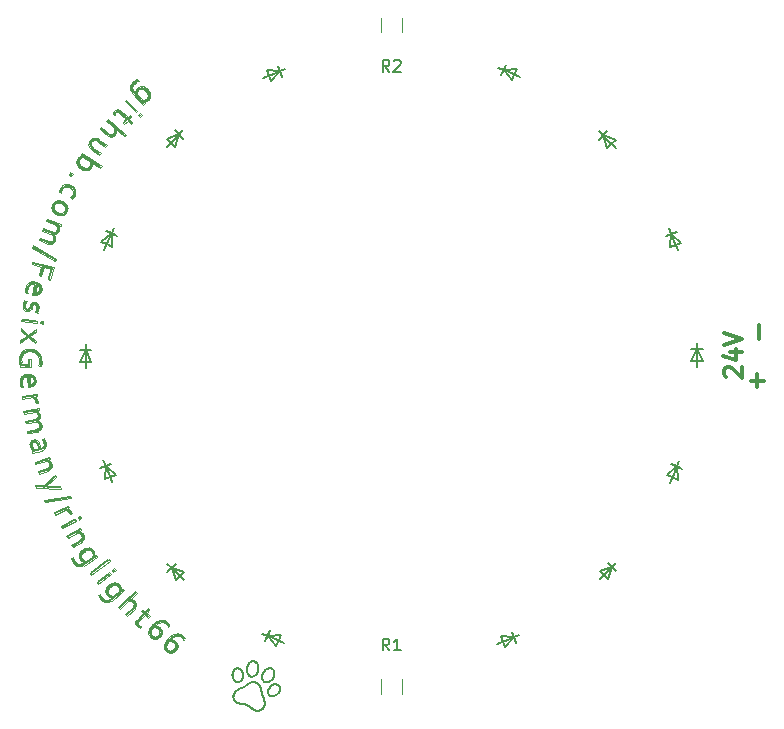
<source format=gbr>
G04 #@! TF.GenerationSoftware,KiCad,Pcbnew,(5.0.1)-4*
G04 #@! TF.CreationDate,2021-02-28T01:00:44+01:00*
G04 #@! TF.ProjectId,ringlight66,72696E676C6967687436362E6B696361,rev?*
G04 #@! TF.SameCoordinates,Original*
G04 #@! TF.FileFunction,Legend,Top*
G04 #@! TF.FilePolarity,Positive*
%FSLAX46Y46*%
G04 Gerber Fmt 4.6, Leading zero omitted, Abs format (unit mm)*
G04 Created by KiCad (PCBNEW (5.0.1)-4) date 28.02.2021 01:00:44*
%MOMM*%
%LPD*%
G01*
G04 APERTURE LIST*
%ADD10C,0.200000*%
%ADD11C,0.100000*%
%ADD12C,0.150000*%
%ADD13C,0.300000*%
%ADD14C,0.120000*%
G04 APERTURE END LIST*
D10*
X81600000Y-124250000D02*
X81300000Y-124100000D01*
X81800000Y-124400000D02*
X81600000Y-124250000D01*
X81850000Y-124700000D02*
X81800000Y-124400000D01*
X81600000Y-125050000D02*
X81850000Y-124700000D01*
X81200000Y-125100000D02*
X81600000Y-125050000D01*
X80950000Y-124850000D02*
X81200000Y-125100000D01*
X80900000Y-124500000D02*
X80950000Y-124850000D01*
X81100000Y-124150000D02*
X80900000Y-124500000D01*
X81500000Y-123800000D02*
X81100000Y-124150000D01*
X81900000Y-123650000D02*
X81500000Y-123800000D01*
X82200000Y-123750000D02*
X81900000Y-123650000D01*
X82450000Y-123950000D02*
X82200000Y-123750000D01*
X80350000Y-123100000D02*
X80000000Y-122850000D01*
X80550000Y-123350000D02*
X80350000Y-123100000D01*
X80400000Y-123700000D02*
X80550000Y-123350000D01*
X80050000Y-123950000D02*
X80400000Y-123700000D01*
X79700000Y-123800000D02*
X80050000Y-123950000D01*
X79550000Y-123500000D02*
X79700000Y-123800000D01*
X79650000Y-123150000D02*
X79550000Y-123500000D01*
X80000000Y-122750000D02*
X79650000Y-123150000D01*
X80500000Y-122500000D02*
X80000000Y-122750000D01*
X80750000Y-122500000D02*
X80500000Y-122500000D01*
X80950000Y-122650000D02*
X80750000Y-122500000D01*
X81150000Y-122850000D02*
X80950000Y-122650000D01*
D11*
X80430884Y-123032322D02*
X80431082Y-123032526D01*
X80265722Y-122918225D02*
G75*
G02X80430884Y-123032322I-346814J-678623D01*
G01*
X80074484Y-122845830D02*
G75*
G02X80265722Y-122918225I-213724J-853366D01*
G01*
X80070750Y-122842403D02*
X80074484Y-122845831D01*
X80070750Y-122842403D02*
G75*
G02X80335657Y-122667930I771093J-882426D01*
G01*
X80335657Y-122667930D02*
G75*
G02X80577389Y-122600414I316035J-665019D01*
G01*
X80577389Y-122600413D02*
G75*
G02X80785734Y-122624538I50329J-477075D01*
G01*
X80785734Y-122624538D02*
G75*
G02X80954449Y-122726834I-167476J-466493D01*
G01*
X80954449Y-122726834D02*
G75*
G02X81058441Y-122849551I-499771J-528933D01*
G01*
X81095057Y-122908154D02*
X81058441Y-122849551D01*
X81127262Y-122969391D02*
X81095057Y-122908154D01*
X81250177Y-122839064D02*
X81127262Y-122969391D01*
X81188202Y-122719999D02*
G75*
G02X81250177Y-122839064I-584844J-380082D01*
G01*
X81071069Y-122581091D02*
G75*
G02X81188202Y-122719999I-566922J-596892D01*
G01*
X80873225Y-122449427D02*
G75*
G02X81071069Y-122581091I-263778J-610840D01*
G01*
X80654338Y-122398313D02*
G75*
G02X80873225Y-122449427I-36516J-650604D01*
G01*
X80424874Y-122418676D02*
G75*
G02X80654338Y-122398313I185725J-789816D01*
G01*
X80193373Y-122503411D02*
G75*
G02X80424874Y-122418676I497158J-999660D01*
G01*
X79967445Y-122644554D02*
G75*
G02X80193373Y-122503411I825900J-1070628D01*
G01*
X79757576Y-122834937D02*
G75*
G02X79967445Y-122644554I1136339J-1041779D01*
G01*
X79552191Y-123112889D02*
G75*
G02X79757576Y-122834937I1115224J-609207D01*
G01*
X79460709Y-123384619D02*
G75*
G02X79552191Y-123112889I773219J-109054D01*
G01*
X79486594Y-123636344D02*
G75*
G02X79460708Y-123384619I503633J178986D01*
G01*
X79635356Y-123856201D02*
G75*
G02X79486595Y-123636344I392363J425738D01*
G01*
X79843055Y-123991476D02*
G75*
G02X79635356Y-123856202I241454J597814D01*
G01*
X80060481Y-124026057D02*
G75*
G02X79843055Y-123991476I-25097J543023D01*
G01*
X80273169Y-123965246D02*
G75*
G02X80060481Y-124026057I-250719J474550D01*
G01*
X80469565Y-123815183D02*
G75*
G02X80273169Y-123965246I-536962J499204D01*
G01*
X80598276Y-123616447D02*
G75*
G02X80469565Y-123815183I-536470J206396D01*
G01*
X80630305Y-123411769D02*
G75*
G02X80598276Y-123616447I-469811J-31327D01*
G01*
X80570892Y-123213667D02*
G75*
G02X80630305Y-123411769I-406416J-229849D01*
G01*
X80431082Y-123032526D02*
G75*
G02X80570892Y-123213667I-462566J-501547D01*
G01*
X81567366Y-124088173D02*
G75*
G02X81738971Y-124192377I-304774J-695311D01*
G01*
X81372195Y-124027178D02*
G75*
G02X81567366Y-124088173I-161622J-859907D01*
G01*
X81367927Y-124023658D02*
X81372195Y-124027178D01*
X81367927Y-124023658D02*
G75*
G02X81622140Y-123833938I818177J-831131D01*
G01*
X81622140Y-123833938D02*
G75*
G02X81859477Y-123752297I354781J-645578D01*
G01*
X81859477Y-123752297D02*
G75*
G02X82068883Y-123764100I78360J-473272D01*
G01*
X82068883Y-123764100D02*
G75*
G02X82243335Y-123856274I-138765J-473806D01*
G01*
X82243335Y-123856274D02*
G75*
G02X82354385Y-123972642I-467194J-557015D01*
G01*
X82394394Y-124028985D02*
X82354385Y-123972642D01*
X82430152Y-124088217D02*
X82394394Y-124028985D01*
X82545172Y-123950873D02*
X82430152Y-124088217D01*
X82476288Y-123835666D02*
G75*
G02X82545172Y-123950873I-566974J-417199D01*
G01*
X82351156Y-123703916D02*
G75*
G02X82476288Y-123835666I-529900J-628581D01*
G01*
X82145897Y-123584141D02*
G75*
G02X82351156Y-123703916I-227911J-626337D01*
G01*
X81924380Y-123546019D02*
G75*
G02X82145897Y-123584141I3994J-639443D01*
G01*
X81696514Y-123579870D02*
G75*
G02X81924380Y-123546019I235083J-798587D01*
G01*
X81470430Y-123678124D02*
G75*
G02X81696514Y-123579870I554576J-966851D01*
G01*
X81253210Y-123832334D02*
G75*
G02X81470430Y-123678124I868133J-992758D01*
G01*
X81054928Y-124034757D02*
G75*
G02X81253210Y-123832334I1190231J-967558D01*
G01*
X80866312Y-124324364D02*
G75*
G02X81054928Y-124034757I1143773J-538695D01*
G01*
X80791004Y-124601016D02*
G75*
G02X80866312Y-124324364I774275J-62191D01*
G01*
X80831682Y-124850778D02*
G75*
G02X80791004Y-124601016I492206J208358D01*
G01*
X80993157Y-125061475D02*
G75*
G02X80831682Y-124850778I366422J448045D01*
G01*
X81208472Y-125184270D02*
G75*
G02X80993157Y-125061475I205142J609875D01*
G01*
X81427558Y-125205977D02*
G75*
G02X81208472Y-125184270I-57035J540814D01*
G01*
X81636286Y-125132730D02*
G75*
G02X81427558Y-125205977I-278227J458825D01*
G01*
X81823530Y-124971391D02*
G75*
G02X81636286Y-125132730I-566398J468017D01*
G01*
X81940305Y-124765416D02*
G75*
G02X81823530Y-124971391I-547017J174035D01*
G01*
X81960217Y-124559206D02*
G75*
G02X81940305Y-124765416I-467595J-58915D01*
G01*
X81889231Y-124364949D02*
G75*
G02X81960217Y-124559206I-392410J-253494D01*
G01*
X81738971Y-124192377D02*
G75*
G02X81889231Y-124364949I-431915J-527775D01*
G01*
X79766164Y-123729493D02*
G75*
G02X79676283Y-123589756I219674J240072D01*
G01*
X79676283Y-123589756D02*
G75*
G02X79668260Y-123415493I343245J103119D01*
G01*
X79668260Y-123415493D02*
G75*
G02X79748044Y-123210392I713615J-159527D01*
G01*
X79748044Y-123210392D02*
G75*
G02X79926538Y-122980943I1032290J-618891D01*
G01*
X79926538Y-122980943D02*
G75*
G02X80118548Y-123046486I-170859J-814557D01*
G01*
X80118548Y-123046486D02*
G75*
G02X80287546Y-123158525I-258202J-572945D01*
G01*
X80287546Y-123158525D02*
G75*
G02X80375550Y-123268065I-341318J-364334D01*
G01*
X80375550Y-123268065D02*
G75*
G02X80415265Y-123392656I-249530J-148166D01*
G01*
X80415265Y-123392656D02*
G75*
G02X80391986Y-123529818I-305101J-18775D01*
G01*
X80391986Y-123529818D02*
G75*
G02X80293905Y-123675990I-405474J166080D01*
G01*
X80293905Y-123675990D02*
G75*
G02X80155696Y-123782430I-374184J342916D01*
G01*
X80155696Y-123782430D02*
G75*
G02X80016527Y-123823550I-176042J339742D01*
G01*
X80016527Y-123823550D02*
G75*
G02X79883378Y-123804049I-20784J322398D01*
G01*
X79883378Y-123804049D02*
G75*
G02X79766164Y-123729493I115747J311391D01*
G01*
X81116285Y-124927321D02*
G75*
G02X81018347Y-124793199I204479J252133D01*
G01*
X81018347Y-124793199D02*
G75*
G02X81000071Y-124619712I336079J123110D01*
G01*
X81000071Y-124619712D02*
G75*
G02X81067627Y-124410266I722077J-117285D01*
G01*
X81067627Y-124410266D02*
G75*
G02X81232303Y-124170709I1068000J-557784D01*
G01*
X81232303Y-124170709D02*
G75*
G02X81427842Y-124224824I-123746J-827480D01*
G01*
X81427842Y-124224824D02*
G75*
G02X81603156Y-124326701I-223499J-586388D01*
G01*
X81603156Y-124326701D02*
G75*
G02X81697472Y-124430856I-320887J-385355D01*
G01*
X81697472Y-124430856D02*
G75*
G02X81744463Y-124552889I-241111J-162908D01*
G01*
X81744463Y-124552889D02*
G75*
G02X81729308Y-124691183I-304728J-36584D01*
G01*
X81729308Y-124691183D02*
G75*
G02X81640012Y-124842880I-414927J142115D01*
G01*
X81640012Y-124842880D02*
G75*
G02X81508262Y-124957218I-392795J319536D01*
G01*
X81508262Y-124957218D02*
G75*
G02X81371751Y-125006461I-196414J330657D01*
G01*
X81371751Y-125006461D02*
G75*
G02X81237687Y-124994841I-39868J319209D01*
G01*
X81237687Y-124994841D02*
G75*
G02X81116285Y-124927321I112313J344841D01*
G01*
D12*
X87938478Y-127038272D02*
X87950000Y-127050000D01*
X87938477Y-127038271D02*
G75*
G02X87862766Y-126934185I373079J350953D01*
G01*
X87862766Y-126934185D02*
G75*
G02X87808890Y-126806994I592984J326186D01*
G01*
X87808890Y-126806995D02*
G75*
G02X87779616Y-126663980I723770J222656D01*
G01*
X87779615Y-126663979D02*
G75*
G02X87776884Y-126512988I861454J91104D01*
G01*
X87779228Y-126485531D02*
X87776884Y-126512988D01*
X87782632Y-126455651D02*
X87779228Y-126485531D01*
X87786475Y-126427992D02*
X87782632Y-126455651D01*
X87790125Y-126408234D02*
X87786475Y-126427992D01*
X87790396Y-126406968D02*
X87790125Y-126408234D01*
X87790698Y-126405517D02*
X87790396Y-126406968D01*
X87790982Y-126404109D02*
X87790698Y-126405517D01*
X87791202Y-126402986D02*
X87790982Y-126404109D01*
X87791411Y-126401896D02*
X87791202Y-126402986D01*
X87791667Y-126400591D02*
X87791411Y-126401896D01*
X87791926Y-126399290D02*
X87791667Y-126400591D01*
X87792147Y-126398202D02*
X87791926Y-126399290D01*
X87792369Y-126397116D02*
X87792147Y-126398202D01*
X87792628Y-126395814D02*
X87792369Y-126397116D01*
X87792884Y-126394510D02*
X87792628Y-126395814D01*
X87793094Y-126393419D02*
X87792884Y-126394510D01*
X87793310Y-126392313D02*
X87793094Y-126393419D01*
X87793584Y-126390959D02*
X87793310Y-126392313D01*
X87793869Y-126389584D02*
X87793584Y-126390959D01*
X87794123Y-126388411D02*
X87793869Y-126389584D01*
X87794384Y-126387223D02*
X87794123Y-126388411D01*
X87794697Y-126385802D02*
X87794384Y-126387223D01*
X87795009Y-126384381D02*
X87794697Y-126385802D01*
X87795270Y-126383193D02*
X87795009Y-126384381D01*
X87795524Y-126382023D02*
X87795270Y-126383193D01*
X87795812Y-126380659D02*
X87795524Y-126382023D01*
X87796090Y-126379320D02*
X87795812Y-126380659D01*
X87796308Y-126378230D02*
X87796090Y-126379320D01*
X87796545Y-126377092D02*
X87796308Y-126378230D01*
X87796882Y-126375581D02*
X87796545Y-126377092D01*
X87797256Y-126373976D02*
X87796882Y-126375581D01*
X87797611Y-126372518D02*
X87797256Y-126373976D01*
X87797967Y-126371063D02*
X87797611Y-126372518D01*
X87798342Y-126369468D02*
X87797967Y-126371063D01*
X87798683Y-126367971D02*
X87798342Y-126369468D01*
X87798924Y-126366851D02*
X87798683Y-126367971D01*
X87799172Y-126365705D02*
X87798924Y-126366851D01*
X87799543Y-126364110D02*
X87799172Y-126365705D01*
X87799961Y-126362379D02*
X87799543Y-126364110D01*
X87800368Y-126360762D02*
X87799961Y-126362379D01*
X87800782Y-126359143D02*
X87800368Y-126360762D01*
X87801223Y-126357403D02*
X87800782Y-126359143D01*
X87801626Y-126355796D02*
X87801223Y-126357403D01*
X87801914Y-126354633D02*
X87801626Y-126355796D01*
X87802210Y-126353446D02*
X87801914Y-126354633D01*
X87802644Y-126351739D02*
X87802210Y-126353446D01*
X87803128Y-126349864D02*
X87802644Y-126351739D01*
X87803592Y-126348083D02*
X87803128Y-126349864D01*
X87804057Y-126346302D02*
X87803592Y-126348083D01*
X87804542Y-126344426D02*
X87804057Y-126346302D01*
X87804978Y-126342720D02*
X87804542Y-126344426D01*
X87805277Y-126341534D02*
X87804978Y-126342720D01*
X87806011Y-126338716D02*
X87805277Y-126341534D01*
X87807181Y-126334515D02*
X87806011Y-126338716D01*
X87808489Y-126329949D02*
X87807181Y-126334515D01*
X87809725Y-126325780D02*
X87808489Y-126329949D01*
X87810289Y-126323893D02*
X87809725Y-126325780D01*
X87810957Y-126321633D02*
X87810289Y-126323893D01*
X87811618Y-126319368D02*
X87810957Y-126321633D01*
X87812163Y-126317474D02*
X87811618Y-126319368D01*
X87814026Y-126311199D02*
X87812163Y-126317474D01*
X87816448Y-126303526D02*
X87814026Y-126311199D01*
X87819600Y-126293895D02*
X87816448Y-126303526D01*
X87823783Y-126281401D02*
X87819600Y-126293895D01*
X87829356Y-126266354D02*
X87823783Y-126281401D01*
X87841585Y-126236488D02*
X87829356Y-126266354D01*
X87854076Y-126206740D02*
X87841585Y-126236488D01*
X87860960Y-126191736D02*
X87854076Y-126206740D01*
X87866574Y-126180506D02*
X87860960Y-126191736D01*
X87872122Y-126169719D02*
X87866574Y-126180506D01*
X87877314Y-126159923D02*
X87872122Y-126169719D01*
X87881835Y-126151733D02*
X87877314Y-126159923D01*
X87882447Y-126150648D02*
X87881835Y-126151733D01*
X87883362Y-126149017D02*
X87882447Y-126150648D01*
X87884381Y-126147196D02*
X87883362Y-126149017D01*
X87885366Y-126145433D02*
X87884381Y-126147196D01*
X87886347Y-126143698D02*
X87885366Y-126145433D01*
X87887356Y-126141963D02*
X87886347Y-126143698D01*
X87888259Y-126140452D02*
X87887356Y-126141963D01*
X87888848Y-126139527D02*
X87888259Y-126140452D01*
X87889448Y-126138592D02*
X87888848Y-126139527D01*
X87890397Y-126137021D02*
X87889448Y-126138592D01*
X87891468Y-126135212D02*
X87890397Y-126137021D01*
X87892522Y-126133387D02*
X87891468Y-126135212D01*
X87893574Y-126131565D02*
X87892522Y-126133387D01*
X87894637Y-126129760D02*
X87893574Y-126131565D01*
X87895577Y-126128198D02*
X87894637Y-126129760D01*
X87896162Y-126127275D02*
X87895577Y-126128198D01*
X87896706Y-126126430D02*
X87896162Y-126127275D01*
X87897464Y-126125221D02*
X87896706Y-126126430D01*
X87898283Y-126123892D02*
X87897464Y-126125221D01*
X87899046Y-126122633D02*
X87898283Y-126123892D01*
X87899823Y-126121353D02*
X87899046Y-126122633D01*
X87900686Y-126119959D02*
X87899823Y-126121353D01*
X87901504Y-126118660D02*
X87900686Y-126119959D01*
X87902126Y-126117698D02*
X87901504Y-126118660D01*
X87902748Y-126116736D02*
X87902126Y-126117698D01*
X87903565Y-126115437D02*
X87902748Y-126116736D01*
X87904428Y-126114043D02*
X87903565Y-126115437D01*
X87905205Y-126112763D02*
X87904428Y-126114043D01*
X87905985Y-126111481D02*
X87905205Y-126112763D01*
X87906856Y-126110082D02*
X87905985Y-126111481D01*
X87907685Y-126108774D02*
X87906856Y-126110082D01*
X87908323Y-126107802D02*
X87907685Y-126108774D01*
X87908932Y-126106892D02*
X87908323Y-126107802D01*
X87909660Y-126105797D02*
X87908932Y-126106892D01*
X87910389Y-126104699D02*
X87909660Y-126105797D01*
X87910997Y-126103776D02*
X87910389Y-126104699D01*
X87911610Y-126102851D02*
X87910997Y-126103776D01*
X87912346Y-126101747D02*
X87911610Y-126102851D01*
X87913088Y-126100644D02*
X87912346Y-126101747D01*
X87913711Y-126099725D02*
X87913088Y-126100644D01*
X87914335Y-126098805D02*
X87913711Y-126099725D01*
X87915075Y-126097702D02*
X87914335Y-126098805D01*
X87915813Y-126096598D02*
X87915075Y-126097702D01*
X87916425Y-126095672D02*
X87915813Y-126096598D01*
X87917029Y-126094764D02*
X87916425Y-126095672D01*
X87917744Y-126093708D02*
X87917029Y-126094764D01*
X87918453Y-126092675D02*
X87917744Y-126093708D01*
X87919038Y-126091839D02*
X87918453Y-126092675D01*
X87920781Y-126089373D02*
X87919038Y-126091839D01*
X87922069Y-126087547D02*
X87920781Y-126089373D01*
X87923092Y-126086094D02*
X87922069Y-126087547D01*
X87923978Y-126084827D02*
X87923092Y-126086094D01*
X87924501Y-126084084D02*
X87923978Y-126084827D01*
X87925154Y-126083168D02*
X87924501Y-126084084D01*
X87925826Y-126082236D02*
X87925154Y-126083168D01*
X87926409Y-126081435D02*
X87925826Y-126082236D01*
X87926983Y-126080649D02*
X87926409Y-126081435D01*
X87927626Y-126079763D02*
X87926983Y-126080649D01*
X87928241Y-126078912D02*
X87927626Y-126079763D01*
X87928714Y-126078250D02*
X87928241Y-126078912D01*
X87929315Y-126077423D02*
X87928714Y-126078250D01*
X87930556Y-126075757D02*
X87929315Y-126077423D01*
X87932030Y-126073793D02*
X87930556Y-126075757D01*
X87933588Y-126071729D02*
X87932030Y-126073793D01*
X87935146Y-126069665D02*
X87933588Y-126071729D01*
X87936620Y-126067701D02*
X87935146Y-126069665D01*
X87937861Y-126066035D02*
X87936620Y-126067701D01*
X87938462Y-126065208D02*
X87937861Y-126066035D01*
X87940304Y-126062689D02*
X87938462Y-126065208D01*
X87942242Y-126060177D02*
X87940304Y-126062689D01*
X87945122Y-126056593D02*
X87942242Y-126060177D01*
X87950968Y-126049427D02*
X87945122Y-126056593D01*
X87950968Y-126049427D02*
G75*
G02X88026227Y-125971224I519967J-425079D01*
G01*
X88026227Y-125971225D02*
G75*
G02X88108217Y-125912257I334308J-378340D01*
G01*
X88108217Y-125912257D02*
G75*
G02X88195142Y-125873852I221735J-384302D01*
G01*
X88195142Y-125873851D02*
G75*
G02X88285075Y-125856654I116410J-365013D01*
G01*
X88303968Y-125855952D02*
X88285075Y-125856654D01*
X88326248Y-125856275D02*
X88303968Y-125855952D01*
X88347320Y-125857397D02*
X88326248Y-125856275D01*
X88347320Y-125857396D02*
G75*
G02X88361517Y-125859262I-8878J-122516D01*
G01*
X88362400Y-125859424D02*
X88361517Y-125859262D01*
X88364029Y-125859706D02*
X88362400Y-125859424D01*
X88365935Y-125860029D02*
X88364029Y-125859706D01*
X88367903Y-125860357D02*
X88365935Y-125860029D01*
X88371603Y-125860975D02*
X88367903Y-125860357D01*
X88374255Y-125861440D02*
X88371603Y-125860975D01*
X88376535Y-125861868D02*
X88374255Y-125861440D01*
X88378978Y-125862357D02*
X88376535Y-125861868D01*
X88380065Y-125862577D02*
X88378978Y-125862357D01*
X88381366Y-125862837D02*
X88380065Y-125862577D01*
X88382670Y-125863094D02*
X88381366Y-125862837D01*
X88383761Y-125863303D02*
X88382670Y-125863094D01*
X88387545Y-125864064D02*
X88383761Y-125863303D01*
X88391618Y-125864970D02*
X88387545Y-125864064D01*
X88396010Y-125866025D02*
X88391618Y-125864970D01*
X88400763Y-125867240D02*
X88396010Y-125866025D01*
X88402544Y-125867704D02*
X88400763Y-125867240D01*
X88404421Y-125868185D02*
X88402544Y-125867704D01*
X88406129Y-125868616D02*
X88404421Y-125868185D01*
X88407317Y-125868909D02*
X88406129Y-125868616D01*
X88408657Y-125869267D02*
X88407317Y-125868909D01*
X88411124Y-125870003D02*
X88408657Y-125869267D01*
X88414005Y-125870891D02*
X88411124Y-125870003D01*
X88416973Y-125871836D02*
X88414005Y-125870891D01*
X88419806Y-125872729D02*
X88416973Y-125871836D01*
X88422270Y-125873449D02*
X88419806Y-125872729D01*
X88424387Y-125874031D02*
X88422270Y-125873449D01*
X88424748Y-125874010D02*
G75*
G02X88424387Y-125874031I-212J532D01*
G01*
X87054997Y-127621312D02*
G75*
G02X87020727Y-127623215I-37506J365858D01*
G01*
X87008372Y-127623007D02*
X87020727Y-127623215D01*
X86992557Y-127622142D02*
X87008372Y-127623007D01*
X86977458Y-127620963D02*
X86992557Y-127622142D01*
X86977459Y-127620964D02*
G75*
G02X86969235Y-127619759I6470J72797D01*
G01*
X86968393Y-127619602D02*
X86969235Y-127619759D01*
X86967389Y-127619445D02*
X86968393Y-127619602D01*
X86966386Y-127619309D02*
X86967389Y-127619445D01*
X86965547Y-127619222D02*
X86966386Y-127619309D01*
X86964129Y-127619062D02*
X86965547Y-127619222D01*
X86962513Y-127618807D02*
X86964129Y-127619062D01*
X86960314Y-127618395D02*
X86962513Y-127618807D01*
X86956863Y-127617695D02*
X86960314Y-127618395D01*
X86955777Y-127617474D02*
X86956863Y-127617695D01*
X86954475Y-127617215D02*
X86955777Y-127617474D01*
X86953171Y-127616958D02*
X86954475Y-127617215D01*
X86952080Y-127616749D02*
X86953171Y-127616958D01*
X86950989Y-127616539D02*
X86952080Y-127616749D01*
X86949685Y-127616283D02*
X86950989Y-127616539D01*
X86948383Y-127616024D02*
X86949685Y-127616283D01*
X86947297Y-127615802D02*
X86948383Y-127616024D01*
X86946213Y-127615581D02*
X86947297Y-127615802D01*
X86944921Y-127615319D02*
X86946213Y-127615581D01*
X86943632Y-127615060D02*
X86944921Y-127615319D01*
X86942559Y-127614846D02*
X86943632Y-127615060D01*
X86939901Y-127614280D02*
X86942559Y-127614846D01*
X86936381Y-127613447D02*
X86939901Y-127614280D01*
X86932728Y-127612531D02*
X86936381Y-127613447D01*
X86929592Y-127611688D02*
X86932728Y-127612531D01*
X86928189Y-127611295D02*
X86929592Y-127611688D01*
X86926442Y-127610806D02*
X86928189Y-127611295D01*
X86924651Y-127610304D02*
X86926442Y-127610806D01*
X86923100Y-127609871D02*
X86924651Y-127610304D01*
X86913881Y-127607116D02*
X86923100Y-127609871D01*
X86905248Y-127604175D02*
X86913881Y-127607116D01*
X86895176Y-127600324D02*
X86905248Y-127604175D01*
X86881048Y-127594565D02*
X86895176Y-127600324D01*
X86867020Y-127588663D02*
X86881048Y-127594565D01*
X86857439Y-127584393D02*
X86867020Y-127588663D01*
X86849283Y-127580409D02*
X86857439Y-127584393D01*
X86840247Y-127575615D02*
X86849283Y-127580409D01*
X86837084Y-127573851D02*
X86840247Y-127575615D01*
X86833715Y-127571918D02*
X86837084Y-127573851D01*
X86830572Y-127570065D02*
X86833715Y-127571918D01*
X86828152Y-127568580D02*
X86830572Y-127570065D01*
X86826491Y-127567545D02*
X86828152Y-127568580D01*
X86824399Y-127566268D02*
X86826491Y-127567545D01*
X86821443Y-127564482D02*
X86824399Y-127566268D01*
X86816777Y-127561680D02*
X86821443Y-127564482D01*
X86815501Y-127560898D02*
X86816777Y-127561680D01*
X86814237Y-127560092D02*
X86815501Y-127560898D01*
X86813146Y-127559368D02*
X86814237Y-127560092D01*
X86812497Y-127558896D02*
X86813146Y-127559368D01*
X86811838Y-127558415D02*
X86812497Y-127558896D01*
X86810698Y-127557655D02*
X86811838Y-127558415D01*
X86809370Y-127556802D02*
X86810698Y-127557655D01*
X86808018Y-127555964D02*
X86809370Y-127556802D01*
X86806721Y-127555151D02*
X86808018Y-127555964D01*
X86805561Y-127554372D02*
X86806721Y-127555151D01*
X86804613Y-127553695D02*
X86805561Y-127554372D01*
X86804612Y-127553694D02*
G75*
G02X86804294Y-127553374I870J1182D01*
G01*
X86803980Y-127553056D02*
G75*
G02X86804294Y-127553374I-888J-1193D01*
G01*
X86803083Y-127552406D02*
X86803981Y-127553057D01*
X86801980Y-127551660D02*
X86803083Y-127552406D01*
X86800754Y-127550884D02*
X86801980Y-127551660D01*
X86799431Y-127550031D02*
X86800754Y-127550884D01*
X86798038Y-127549050D02*
X86799431Y-127550031D01*
X86796777Y-127548093D02*
X86798038Y-127549050D01*
X86796778Y-127548093D02*
G75*
G02X86795895Y-127547331I8171J10365D01*
G01*
X86795217Y-127546731D02*
X86795895Y-127547331D01*
X86794620Y-127546291D02*
G75*
G02X86795217Y-127546731I-3533J-5418D01*
G01*
X86794156Y-127546029D02*
G75*
G02X86794620Y-127546291I-1829J-3778D01*
G01*
X86793992Y-127546091D02*
G75*
G02X86794155Y-127546029I111J-46D01*
G01*
X86793994Y-127546091D02*
G75*
G02X86793827Y-127546151I-111J46D01*
G01*
X86793827Y-127546151D02*
G75*
G02X86793324Y-127545852I2493J4756D01*
G01*
X86793324Y-127545851D02*
G75*
G02X86792680Y-127545368I4262J6339D01*
G01*
X86791948Y-127544717D02*
X86792680Y-127545368D01*
X86791096Y-127543951D02*
X86791948Y-127544717D01*
X86790086Y-127543119D02*
X86791096Y-127543951D01*
X86789083Y-127542344D02*
X86790086Y-127543119D01*
X86788252Y-127541767D02*
X86789083Y-127542344D01*
X86787176Y-127541009D02*
X86788252Y-127541767D01*
X86784922Y-127539277D02*
X86787176Y-127541009D01*
X86782266Y-127537191D02*
X86784922Y-127539277D01*
X86779462Y-127534942D02*
X86782266Y-127537191D01*
X86776703Y-127532715D02*
X86779462Y-127534942D01*
X86774185Y-127530697D02*
X86776703Y-127532715D01*
X86772068Y-127529010D02*
X86774185Y-127530697D01*
X86771295Y-127528418D02*
X86772068Y-127529010D01*
X86770484Y-127527771D02*
X86771295Y-127528418D01*
X86767561Y-127525242D02*
X86770484Y-127527771D01*
X86764116Y-127522233D02*
X86767561Y-127525242D01*
X86760256Y-127518834D02*
X86764116Y-127522233D01*
X86760257Y-127518834D02*
G75*
G02X86671840Y-127418449I356184J402846D01*
G01*
X86671840Y-127418449D02*
G75*
G02X86605703Y-127294377I541041J368069D01*
G01*
X86605702Y-127294377D02*
G75*
G02X86565508Y-127153927I656838J263953D01*
G01*
X86565508Y-127153927D02*
G75*
G02X86553825Y-127005137I758664J134423D01*
G01*
X86554255Y-126990315D02*
X86553825Y-127005137D01*
X86555002Y-126974952D02*
X86554255Y-126990315D01*
X86556017Y-126959895D02*
X86555002Y-126974952D01*
X86557251Y-126946002D02*
X86556017Y-126959895D01*
X86558345Y-126935993D02*
X86557251Y-126946002D01*
X86559836Y-126923814D02*
X86558345Y-126935993D01*
X86561353Y-126912153D02*
X86559836Y-126923814D01*
X86561354Y-126912152D02*
G75*
G02X86562066Y-126908144I46281J-6156D01*
G01*
X86562304Y-126906965D02*
X86562066Y-126908144D01*
X86562593Y-126905319D02*
X86562304Y-126906965D01*
X86562879Y-126903528D02*
X86562593Y-126905319D01*
X86563119Y-126901853D02*
X86562879Y-126903528D01*
X86563358Y-126900177D02*
X86563119Y-126901853D01*
X86563640Y-126898384D02*
X86563358Y-126900177D01*
X86563922Y-126896735D02*
X86563640Y-126898384D01*
X86564153Y-126895553D02*
X86563922Y-126896735D01*
X86564398Y-126894345D02*
X86564153Y-126895553D01*
X86564728Y-126892595D02*
X86564398Y-126894345D01*
X86565078Y-126890663D02*
X86564728Y-126892595D01*
X86565396Y-126888822D02*
X86565078Y-126890663D01*
X86565723Y-126886946D02*
X86565396Y-126888822D01*
X86566097Y-126884910D02*
X86565723Y-126886946D01*
X86566461Y-126883015D02*
X86566097Y-126884910D01*
X86566749Y-126881619D02*
X86566461Y-126883015D01*
X86567188Y-126879561D02*
X86566749Y-126881619D01*
X86567615Y-126877501D02*
X86567188Y-126879561D01*
X86568115Y-126875028D02*
X86567615Y-126877501D01*
X86568797Y-126871598D02*
X86568115Y-126875028D01*
X86569027Y-126870480D02*
X86568797Y-126871598D01*
X86569331Y-126869080D02*
X86569027Y-126870480D01*
X86569655Y-126867638D02*
X86569331Y-126869080D01*
X86569950Y-126866384D02*
X86569655Y-126867638D01*
X86570261Y-126865081D02*
X86569950Y-126866384D01*
X86570639Y-126863487D02*
X86570261Y-126865081D01*
X86571018Y-126861870D02*
X86570639Y-126863487D01*
X86571338Y-126860489D02*
X86571018Y-126861870D01*
X86573082Y-126852962D02*
X86571338Y-126860489D01*
X86574028Y-126848955D02*
X86573082Y-126852962D01*
X86574789Y-126845877D02*
X86574028Y-126848955D01*
X86575694Y-126842367D02*
X86574789Y-126845877D01*
X86576159Y-126840587D02*
X86575694Y-126842367D01*
X86576646Y-126838712D02*
X86576159Y-126840587D01*
X86577085Y-126837007D02*
X86576646Y-126838712D01*
X86577386Y-126835822D02*
X86577085Y-126837007D01*
X86578315Y-126832278D02*
X86577386Y-126835822D01*
X86579493Y-126828079D02*
X86578315Y-126832278D01*
X86580842Y-126823480D02*
X86579493Y-126828079D01*
X86582298Y-126818707D02*
X86580842Y-126823480D01*
X86583122Y-126816047D02*
X86582298Y-126818707D01*
X86583946Y-126813361D02*
X86583122Y-126816047D01*
X86584665Y-126810999D02*
X86583946Y-126813361D01*
X86585108Y-126809520D02*
X86584665Y-126810999D01*
X86592260Y-126788388D02*
X86585108Y-126809520D01*
X86604505Y-126757695D02*
X86592260Y-126788388D01*
X86617504Y-126727414D02*
X86604505Y-126757695D01*
X86627183Y-126707911D02*
X86617504Y-126727414D01*
X86627910Y-126706578D02*
X86627183Y-126707911D01*
X86629026Y-126704505D02*
X86627910Y-126706578D01*
X86630280Y-126702163D02*
X86629026Y-126704505D01*
X86631502Y-126699866D02*
X86630280Y-126702163D01*
X86632701Y-126697635D02*
X86631502Y-126699866D01*
X86633883Y-126695492D02*
X86632701Y-126697635D01*
X86634911Y-126693676D02*
X86633883Y-126695492D01*
X86635497Y-126692722D02*
X86634911Y-126693676D01*
X86636070Y-126691804D02*
X86635497Y-126692722D01*
X86637025Y-126690180D02*
X86636070Y-126691804D01*
X86638113Y-126688288D02*
X86637025Y-126690180D01*
X86639200Y-126686354D02*
X86638113Y-126688288D01*
X86640288Y-126684420D02*
X86639200Y-126686354D01*
X86641376Y-126682530D02*
X86640288Y-126684420D01*
X86642329Y-126680911D02*
X86641376Y-126682530D01*
X86642902Y-126679997D02*
X86642329Y-126680911D01*
X86643436Y-126679173D02*
X86642902Y-126679997D01*
X86644196Y-126677976D02*
X86643436Y-126679173D01*
X86645026Y-126676652D02*
X86644196Y-126677976D01*
X86645809Y-126675388D02*
X86645026Y-126676652D01*
X86646648Y-126674027D02*
X86645809Y-126675388D01*
X86647651Y-126672397D02*
X86646648Y-126674027D01*
X86648654Y-126670767D02*
X86647651Y-126672397D01*
X86649492Y-126669405D02*
X86648654Y-126670767D01*
X86650282Y-126668135D02*
X86649492Y-126669405D01*
X86651134Y-126666788D02*
X86650282Y-126668135D01*
X86651923Y-126665561D02*
X86651134Y-126666788D01*
X86652496Y-126664698D02*
X86651923Y-126665561D01*
X86653062Y-126663847D02*
X86652496Y-126664698D01*
X86653826Y-126662670D02*
X86653062Y-126663847D01*
X86654643Y-126661393D02*
X86653826Y-126662670D01*
X86655392Y-126660205D02*
X86654643Y-126661393D01*
X86656530Y-126658407D02*
X86655392Y-126660205D01*
X86657450Y-126657007D02*
X86656530Y-126658407D01*
X86658565Y-126655385D02*
X86657450Y-126657007D01*
X86660509Y-126652621D02*
X86658565Y-126655385D01*
X86661074Y-126651813D02*
X86660509Y-126652621D01*
X86661722Y-126650870D02*
X86661074Y-126651813D01*
X86662350Y-126649945D02*
X86661722Y-126650870D01*
X86662851Y-126649193D02*
X86662350Y-126649945D01*
X86663422Y-126648359D02*
X86662851Y-126649193D01*
X86664313Y-126647119D02*
X86663422Y-126648359D01*
X86665325Y-126645744D02*
X86664313Y-126647119D01*
X86666324Y-126644420D02*
X86665325Y-126645744D01*
X86667343Y-126643067D02*
X86666324Y-126644420D01*
X86668420Y-126641604D02*
X86667343Y-126643067D01*
X86669399Y-126640244D02*
X86668420Y-126641604D01*
X86670086Y-126639251D02*
X86669399Y-126640244D01*
X86670843Y-126638172D02*
X86670086Y-126639251D01*
X86672119Y-126636441D02*
X86670843Y-126638172D01*
X86673599Y-126634474D02*
X86672119Y-126636441D01*
X86675095Y-126632527D02*
X86673599Y-126634474D01*
X86676561Y-126630623D02*
X86675095Y-126632527D01*
X86677948Y-126628789D02*
X86676561Y-126630623D01*
X86679113Y-126627223D02*
X86677948Y-126628789D01*
X86679687Y-126626403D02*
X86679113Y-126627223D01*
X86680103Y-126625819D02*
X86679687Y-126626403D01*
X86680573Y-126625239D02*
X86680103Y-126625819D01*
X86681025Y-126624745D02*
X86680573Y-126625239D01*
X86681026Y-126624744D02*
G75*
G02X86681376Y-126624442I1896J-1843D01*
G01*
X86681746Y-126624111D02*
G75*
G02X86681376Y-126624442I-1746J1578D01*
G01*
X86682285Y-126623483D02*
X86681745Y-126624111D01*
X86682871Y-126622726D02*
X86682285Y-126623483D01*
X86683426Y-126621931D02*
X86682871Y-126622726D01*
X86683425Y-126621931D02*
G75*
G02X86687522Y-126616606I39209J-25928D01*
G01*
X86699763Y-126603002D02*
X86687522Y-126616606D01*
X86712350Y-126589387D02*
X86699763Y-126603002D01*
X86721671Y-126579879D02*
X86712350Y-126589387D01*
X86721671Y-126579880D02*
G75*
G02X86767905Y-126540678I299758J-306669D01*
G01*
X86767905Y-126540678D02*
G75*
G02X86817825Y-126509742I223539J-304965D01*
G01*
X86817825Y-126509741D02*
G75*
G02X86870903Y-126487449I166563J-322251D01*
G01*
X86870903Y-126487450D02*
G75*
G02X86926544Y-126473986I110980J-336932D01*
G01*
X86940783Y-126472076D02*
X86926544Y-126473986D01*
X86955916Y-126470709D02*
X86940783Y-126472076D01*
X86971213Y-126469931D02*
X86955916Y-126470709D01*
X86985948Y-126469798D02*
X86971213Y-126469931D01*
X86987004Y-126469808D02*
X86985948Y-126469798D01*
X86988270Y-126469815D02*
X86987004Y-126469808D01*
X86989537Y-126469818D02*
X86988270Y-126469815D01*
X86990599Y-126469815D02*
X86989537Y-126469818D01*
X86990599Y-126469815D02*
G75*
G02X87004081Y-126470426I722J-133144D01*
G01*
X87023321Y-126472625D02*
X87004081Y-126470426D01*
X87043146Y-126475621D02*
X87023321Y-126472625D01*
X87059042Y-126478882D02*
X87043146Y-126475621D01*
X87060476Y-126479224D02*
X87059042Y-126478882D01*
X87062064Y-126479599D02*
X87060476Y-126479224D01*
X87063564Y-126479950D02*
X87062064Y-126479599D01*
X87064701Y-126480211D02*
X87063564Y-126479950D01*
X87070112Y-126481532D02*
X87064701Y-126480211D01*
X87075897Y-126483132D02*
X87070112Y-126481532D01*
X87082423Y-126485113D02*
X87075897Y-126483132D01*
X87090106Y-126487603D02*
X87082423Y-126485113D01*
X87093272Y-126488635D02*
X87090106Y-126487603D01*
X87096003Y-126489483D02*
X87093272Y-126488635D01*
X87098382Y-126490193D02*
X87096003Y-126489483D01*
X87098680Y-126490186D02*
G75*
G02X87098382Y-126490193I-161J457D01*
G01*
X90356193Y-127836567D02*
G75*
G02X90356443Y-127836576I113J-340D01*
G01*
X90357624Y-127837079D02*
X90356443Y-127836576D01*
X90359007Y-127837705D02*
X90357624Y-127837079D01*
X90360581Y-127838469D02*
X90359007Y-127837705D01*
X90362835Y-127839570D02*
X90360581Y-127838469D01*
X90366749Y-127841436D02*
X90362835Y-127839570D01*
X90371287Y-127843580D02*
X90366749Y-127841436D01*
X90375902Y-127845740D02*
X90371287Y-127843580D01*
X90380406Y-127847854D02*
X90375902Y-127845740D01*
X90384610Y-127849863D02*
X90380406Y-127847854D01*
X90388135Y-127851576D02*
X90384610Y-127849863D01*
X90389707Y-127852397D02*
X90388135Y-127851576D01*
X90391012Y-127853123D02*
X90389707Y-127852397D01*
X90392973Y-127854212D02*
X90391012Y-127853123D01*
X90395162Y-127855428D02*
X90392973Y-127854212D01*
X90397280Y-127856605D02*
X90395162Y-127855428D01*
X90400487Y-127858404D02*
X90397280Y-127856605D01*
X90402943Y-127859831D02*
X90400487Y-127858404D01*
X90405623Y-127861454D02*
X90402943Y-127859831D01*
X90409739Y-127864008D02*
X90405623Y-127861454D01*
X90410849Y-127864700D02*
X90409739Y-127864008D01*
X90412147Y-127865510D02*
X90410849Y-127864700D01*
X90413426Y-127866307D02*
X90412147Y-127865510D01*
X90414469Y-127866958D02*
X90413426Y-127866307D01*
X90418382Y-127869415D02*
X90414469Y-127866958D01*
X90421083Y-127871172D02*
X90418382Y-127869415D01*
X90423645Y-127872925D02*
X90421083Y-127871172D01*
X90427042Y-127875335D02*
X90423645Y-127872925D01*
X90429200Y-127876879D02*
X90427042Y-127875335D01*
X90431229Y-127878322D02*
X90429200Y-127876879D01*
X90432941Y-127879531D02*
X90431229Y-127878322D01*
X90433731Y-127880073D02*
X90432941Y-127879531D01*
X90433731Y-127880073D02*
G75*
G02X90440536Y-127885169I-45409J-67732D01*
G01*
X90451460Y-127894500D02*
X90440536Y-127885169D01*
X90462901Y-127904778D02*
X90451460Y-127894500D01*
X90472319Y-127913839D02*
X90462901Y-127904778D01*
X90472319Y-127913839D02*
G75*
G02X90516146Y-127968179I-236359J-235474D01*
G01*
X90516147Y-127968179D02*
G75*
G02X90548569Y-128031346I-299577J-193669D01*
G01*
X90548569Y-128031346D02*
G75*
G02X90568709Y-128101836I-355111J-139587D01*
G01*
X90568710Y-128101835D02*
G75*
G02X90576111Y-128177883I-442136J-81414D01*
G01*
X90576060Y-128191570D02*
X90576111Y-128177883D01*
X90575593Y-128208135D02*
X90576060Y-128191570D01*
X90574920Y-128223932D02*
X90575593Y-128208135D01*
X90574919Y-128223932D02*
G75*
G02X90574198Y-128229518I-35118J1696D01*
G01*
X90574014Y-128230633D02*
G75*
G02X90574198Y-128229518I12544J-1502D01*
G01*
X90573862Y-128232147D02*
X90574014Y-128230633D01*
X90573759Y-128233775D02*
X90573862Y-128232147D01*
X90573727Y-128235275D02*
X90573759Y-128233775D01*
X90573705Y-128236600D02*
X90573727Y-128235275D01*
X90573626Y-128237689D02*
X90573705Y-128236600D01*
X90573512Y-128238520D02*
X90573626Y-128237689D01*
X90573511Y-128238520D02*
G75*
G02X90573363Y-128238603I-107J17D01*
G01*
X90573214Y-128238678D02*
G75*
G02X90573363Y-128238603I107J-27D01*
G01*
X90573080Y-128239321D02*
X90573213Y-128238678D01*
X90572976Y-128240196D02*
G75*
G02X90573080Y-128239321I9759J-723D01*
G01*
X90572922Y-128241267D02*
X90572975Y-128240196D01*
X90572876Y-128242451D02*
X90572922Y-128241267D01*
X90572794Y-128243680D02*
X90572876Y-128242451D01*
X90572689Y-128244783D02*
X90572794Y-128243680D01*
X90572577Y-128245527D02*
X90572689Y-128244783D01*
X90572438Y-128246348D02*
X90572577Y-128245527D01*
X90572227Y-128247847D02*
X90572438Y-128246348D01*
X90571996Y-128249601D02*
X90572227Y-128247847D01*
X90571777Y-128251405D02*
X90571996Y-128249601D01*
X90571194Y-128256221D02*
X90571777Y-128251405D01*
X90570747Y-128259510D02*
X90571194Y-128256221D01*
X90570308Y-128262226D02*
X90570747Y-128259510D01*
X90569770Y-128265062D02*
X90570308Y-128262226D01*
X90569573Y-128266097D02*
X90569770Y-128265062D01*
X90569379Y-128267236D02*
X90569573Y-128266097D01*
X90569217Y-128268306D02*
X90569379Y-128267236D01*
X90569120Y-128269109D02*
X90569217Y-128268306D01*
X90569030Y-128269888D02*
X90569120Y-128269109D01*
X90568897Y-128270870D02*
X90569030Y-128269888D01*
X90568745Y-128271885D02*
X90568897Y-128270870D01*
X90568597Y-128272774D02*
X90568745Y-128271885D01*
X90568432Y-128273698D02*
X90568597Y-128272774D01*
X90568235Y-128274829D02*
X90568432Y-128273698D01*
X90568036Y-128275976D02*
X90568235Y-128274829D01*
X90567867Y-128276954D02*
X90568036Y-128275976D01*
X90567690Y-128277958D02*
X90567867Y-128276954D01*
X90567460Y-128279190D02*
X90567690Y-128277958D01*
X90567218Y-128280442D02*
X90567460Y-128279190D01*
X90567003Y-128281513D02*
X90567218Y-128280442D01*
X90566782Y-128282599D02*
X90567003Y-128281513D01*
X90566522Y-128283901D02*
X90566782Y-128282599D01*
X90566267Y-128285205D02*
X90566522Y-128283901D01*
X90566056Y-128286296D02*
X90566267Y-128285205D01*
X90565647Y-128288374D02*
X90566056Y-128286296D01*
X90565170Y-128290641D02*
X90565647Y-128288374D01*
X90564576Y-128293333D02*
X90565170Y-128290641D01*
X90563798Y-128296747D02*
X90564576Y-128293333D01*
X90562235Y-128303504D02*
X90563798Y-128296747D01*
X90561239Y-128307720D02*
X90562235Y-128303504D01*
X90560412Y-128311070D02*
X90561239Y-128307720D01*
X90559495Y-128314632D02*
X90560412Y-128311070D01*
X90559026Y-128316448D02*
X90559495Y-128314632D01*
X90558526Y-128318432D02*
X90559026Y-128316448D01*
X90558070Y-128320289D02*
X90558526Y-128318432D01*
X90557745Y-128321670D02*
X90558070Y-128320289D01*
X90557139Y-128324146D02*
X90557745Y-128321670D01*
X90556368Y-128326985D02*
X90557139Y-128324146D01*
X90555246Y-128330860D02*
X90556368Y-128326985D01*
X90553426Y-128336960D02*
X90555246Y-128330860D01*
X90552679Y-128339454D02*
X90553426Y-128336960D01*
X90551919Y-128342000D02*
X90552679Y-128339454D01*
X90551248Y-128344257D02*
X90551919Y-128342000D01*
X90550820Y-128345714D02*
X90551248Y-128344257D01*
X90543549Y-128367217D02*
X90550820Y-128345714D01*
X90530545Y-128399727D02*
X90543549Y-128367217D01*
X90516725Y-128431956D02*
X90530545Y-128399727D01*
X90506532Y-128452617D02*
X90516725Y-128431956D01*
X90505807Y-128453952D02*
X90506532Y-128452617D01*
X90504687Y-128456023D02*
X90505807Y-128453952D01*
X90503425Y-128458360D02*
X90504687Y-128456023D01*
X90502191Y-128460653D02*
X90503425Y-128458360D01*
X90499202Y-128466190D02*
X90502191Y-128460653D01*
X90497156Y-128469936D02*
X90499202Y-128466190D01*
X90495531Y-128472844D02*
X90497156Y-128469936D01*
X90493974Y-128475552D02*
X90495531Y-128472844D01*
X90493107Y-128477040D02*
X90493974Y-128475552D01*
X90492024Y-128478904D02*
X90493107Y-128477040D01*
X90490911Y-128480823D02*
X90492024Y-128478904D01*
X90489944Y-128482492D02*
X90490911Y-128480823D01*
X90488126Y-128485598D02*
X90489944Y-128482492D01*
X90486392Y-128488479D02*
X90488126Y-128485598D01*
X90484140Y-128492132D02*
X90486392Y-128488479D01*
X90480358Y-128498189D02*
X90484140Y-128492132D01*
X90479558Y-128499472D02*
X90480358Y-128498189D01*
X90478641Y-128500949D02*
X90479558Y-128499472D01*
X90477751Y-128502389D02*
X90478641Y-128500949D01*
X90477041Y-128503544D02*
X90477751Y-128502389D01*
X90476362Y-128504640D02*
X90477041Y-128503544D01*
X90475572Y-128505889D02*
X90476362Y-128504640D01*
X90474797Y-128507094D02*
X90475572Y-128505889D01*
X90474170Y-128508047D02*
X90474797Y-128507094D01*
X90472616Y-128510371D02*
X90474170Y-128508047D01*
X90471200Y-128512495D02*
X90472616Y-128510371D01*
X90469919Y-128514426D02*
X90471200Y-128512495D01*
X90468773Y-128516163D02*
X90469919Y-128514426D01*
X90468160Y-128517088D02*
X90468773Y-128516163D01*
X90467422Y-128518191D02*
X90468160Y-128517088D01*
X90466678Y-128519293D02*
X90467422Y-128518191D01*
X90466052Y-128520212D02*
X90466678Y-128519293D01*
X90465396Y-128521187D02*
X90466052Y-128520212D01*
X90464549Y-128522481D02*
X90465396Y-128521187D01*
X90463664Y-128523857D02*
X90464549Y-128522481D01*
X90462876Y-128525107D02*
X90463664Y-128523857D01*
X90462151Y-128526239D02*
X90462876Y-128525107D01*
X90461453Y-128527254D02*
X90462151Y-128526239D01*
X90460847Y-128528083D02*
X90461453Y-128527254D01*
X90460847Y-128528083D02*
G75*
G02X90460553Y-128528372I-1115J841D01*
G01*
X90460259Y-128528659D02*
G75*
G02X90460553Y-128528372I1137J-872D01*
G01*
X90459656Y-128529466D02*
X90460259Y-128528659D01*
X90458965Y-128530456D02*
X90459656Y-128529466D01*
X90458245Y-128531556D02*
X90458965Y-128530456D01*
X90454529Y-128536983D02*
X90458245Y-128531556D01*
X90446758Y-128547414D02*
X90454529Y-128536983D01*
X90438219Y-128558598D02*
X90446758Y-128547414D01*
X90430658Y-128568175D02*
X90438219Y-128558598D01*
X90430658Y-128568175D02*
G75*
G02X90323516Y-128676748I-591273J476331D01*
G01*
X90323517Y-128676748D02*
G75*
G02X90198877Y-128759212I-446512J539454D01*
G01*
X90198876Y-128759211D02*
G75*
G02X90065197Y-128810403I-294691J569400D01*
G01*
X90065196Y-128810402D02*
G75*
G02X89931314Y-128826608I-127321J490741D01*
G01*
X89921101Y-128826316D02*
X89931314Y-128826608D01*
X89907316Y-128825611D02*
X89921101Y-128826316D01*
X89893743Y-128824773D02*
X89907316Y-128825611D01*
X89893742Y-128824772D02*
G75*
G02X89889102Y-128824174I2458J37333D01*
G01*
X89888393Y-128824061D02*
X89889102Y-128824174D01*
X89887650Y-128823988D02*
X89888393Y-128824061D01*
X89886978Y-128823962D02*
X89887650Y-128823988D01*
X89886516Y-128823997D02*
G75*
G02X89886978Y-128823962I434J-2676D01*
G01*
X89886515Y-128823996D02*
G75*
G02X89886019Y-128824026I-397J2453D01*
G01*
X89885190Y-128823974D02*
X89886019Y-128824026D01*
X89884234Y-128823868D02*
X89885190Y-128823974D01*
X89883273Y-128823714D02*
X89884234Y-128823868D01*
X89882137Y-128823516D02*
X89883273Y-128823714D01*
X89880616Y-128823272D02*
X89882137Y-128823516D01*
X89878992Y-128823025D02*
X89880616Y-128823272D01*
X89877508Y-128822813D02*
X89878992Y-128823025D01*
X89872179Y-128822008D02*
X89877508Y-128822813D01*
X89862537Y-128820394D02*
X89872179Y-128822008D01*
X89852774Y-128818717D02*
X89862537Y-128820394D01*
X89849222Y-128818006D02*
X89852774Y-128818717D01*
X89848022Y-128817734D02*
X89849222Y-128818006D01*
X89846551Y-128817398D02*
X89848022Y-128817734D01*
X89845060Y-128817055D02*
X89846551Y-128817398D01*
X89843786Y-128816761D02*
X89845060Y-128817055D01*
X89842496Y-128816463D02*
X89843786Y-128816761D01*
X89840952Y-128816105D02*
X89842496Y-128816463D01*
X89839408Y-128815748D02*
X89840952Y-128816105D01*
X89838119Y-128815448D02*
X89839408Y-128815748D01*
X89832959Y-128814216D02*
X89838119Y-128815448D01*
X89828010Y-128812958D02*
X89832959Y-128814216D01*
X89822866Y-128811566D02*
X89828010Y-128812958D01*
X89817113Y-128809933D02*
X89822866Y-128811566D01*
X89800695Y-128804522D02*
X89817113Y-128809933D01*
X89780580Y-128796633D02*
X89800695Y-128804522D01*
X89760822Y-128788010D02*
X89780580Y-128796633D01*
X89745547Y-128780294D02*
X89760822Y-128788010D01*
X89741967Y-128778283D02*
X89745547Y-128780294D01*
X89737907Y-128775943D02*
X89741967Y-128778283D01*
X89734186Y-128773756D02*
X89737907Y-128775943D01*
X89732320Y-128772589D02*
X89734186Y-128773756D01*
X89731475Y-128772042D02*
X89732320Y-128772589D01*
X89730266Y-128771285D02*
X89731475Y-128772042D01*
X89728938Y-128770466D02*
X89730266Y-128771285D01*
X89727679Y-128769703D02*
X89728938Y-128770466D01*
X89726397Y-128768923D02*
X89727679Y-128769703D01*
X89724998Y-128768052D02*
X89726397Y-128768923D01*
X89723690Y-128767222D02*
X89724998Y-128768052D01*
X89722718Y-128766585D02*
X89723690Y-128767222D01*
X89721808Y-128765977D02*
X89722718Y-128766585D01*
X89720713Y-128765248D02*
X89721808Y-128765977D01*
X89719615Y-128764519D02*
X89720713Y-128765248D01*
X89718691Y-128763911D02*
X89719615Y-128764519D01*
X89717783Y-128763306D02*
X89718691Y-128763911D01*
X89716727Y-128762590D02*
X89717783Y-128763306D01*
X89715694Y-128761882D02*
X89716727Y-128762590D01*
X89714858Y-128761298D02*
X89715694Y-128761882D01*
X89714043Y-128760723D02*
X89714858Y-128761298D01*
X89713081Y-128760045D02*
X89714043Y-128760723D01*
X89712125Y-128759376D02*
X89713081Y-128760045D01*
X89711336Y-128758825D02*
X89712125Y-128759376D01*
X89696287Y-128747437D02*
X89711336Y-128758825D01*
X89680397Y-128733635D02*
X89696287Y-128747437D01*
X89664817Y-128718497D02*
X89680397Y-128733635D01*
X89650681Y-128703059D02*
X89664817Y-128718497D01*
X89650682Y-128703059D02*
G75*
G02X89606946Y-128638503I257330J221431D01*
G01*
X89606945Y-128638504D02*
G75*
G02X89577884Y-128564199I329617J171753D01*
G01*
X89577885Y-128564199D02*
G75*
G02X89564314Y-128481775I395449J107438D01*
G01*
X89564315Y-128481774D02*
G75*
G02X89566492Y-128393177I517031J31617D01*
G01*
X89567569Y-128384265D02*
X89566492Y-128393177D01*
X89568977Y-128374060D02*
X89567569Y-128384265D01*
X89570406Y-128364597D02*
X89568977Y-128374060D01*
X89571474Y-128358757D02*
X89570406Y-128364597D01*
X89571715Y-128357548D02*
X89571474Y-128358757D01*
X89572046Y-128355798D02*
X89571715Y-128357548D01*
X89572399Y-128353867D02*
X89572046Y-128355798D01*
X89572725Y-128352029D02*
X89572399Y-128353867D01*
X89573071Y-128350124D02*
X89572725Y-128352029D01*
X89573489Y-128347992D02*
X89573071Y-128350124D01*
X89573911Y-128345959D02*
X89573489Y-128347992D01*
X89574266Y-128344387D02*
X89573911Y-128345959D01*
X89574602Y-128342952D02*
X89574266Y-128344387D01*
X89574957Y-128341367D02*
X89574602Y-128342952D01*
X89575281Y-128339868D02*
X89574957Y-128341367D01*
X89575512Y-128338733D02*
X89575281Y-128339868D01*
X89575745Y-128337595D02*
X89575512Y-128338733D01*
X89576081Y-128336082D02*
X89575745Y-128337595D01*
X89576452Y-128334476D02*
X89576081Y-128336082D01*
X89576808Y-128333018D02*
X89576452Y-128334476D01*
X89577163Y-128331564D02*
X89576808Y-128333018D01*
X89577539Y-128329968D02*
X89577163Y-128331564D01*
X89577879Y-128328471D02*
X89577539Y-128329968D01*
X89578119Y-128327351D02*
X89577879Y-128328471D01*
X89578368Y-128326206D02*
X89578119Y-128327351D01*
X89578739Y-128324610D02*
X89578368Y-128326206D01*
X89579158Y-128322879D02*
X89578739Y-128324610D01*
X89579564Y-128321263D02*
X89579158Y-128322879D01*
X89579978Y-128319643D02*
X89579564Y-128321263D01*
X89580420Y-128317904D02*
X89579978Y-128319643D01*
X89580826Y-128316297D02*
X89580420Y-128317904D01*
X89581116Y-128315136D02*
X89580826Y-128316297D01*
X89582875Y-128308553D02*
X89581116Y-128315136D01*
X89585770Y-128298661D02*
X89582875Y-128308553D01*
X89588974Y-128288157D02*
X89585770Y-128298661D01*
X89591872Y-128279137D02*
X89588974Y-128288157D01*
X89600552Y-128254774D02*
X89591872Y-128279137D01*
X89610897Y-128229116D02*
X89600552Y-128254774D01*
X89622002Y-128204271D02*
X89610897Y-128229116D01*
X89632972Y-128182384D02*
X89622002Y-128204271D01*
X89636940Y-128174955D02*
X89632972Y-128182384D01*
X89639395Y-128170380D02*
X89636940Y-128174955D01*
X89641048Y-128167326D02*
X89639395Y-128170380D01*
X89642087Y-128165458D02*
X89641048Y-128167326D01*
X89642700Y-128164373D02*
X89642087Y-128165458D01*
X89643615Y-128162743D02*
X89642700Y-128164373D01*
X89644636Y-128160922D02*
X89643615Y-128162743D01*
X89645621Y-128159159D02*
X89644636Y-128160922D01*
X89646601Y-128157424D02*
X89645621Y-128159159D01*
X89647611Y-128155689D02*
X89646601Y-128157424D01*
X89648514Y-128154178D02*
X89647611Y-128155689D01*
X89649103Y-128153253D02*
X89648514Y-128154178D01*
X89649701Y-128152317D02*
X89649103Y-128153253D01*
X89650652Y-128150748D02*
X89649701Y-128152317D01*
X89651723Y-128148938D02*
X89650652Y-128150748D01*
X89652776Y-128147113D02*
X89651723Y-128148938D01*
X89653829Y-128145291D02*
X89652776Y-128147113D01*
X89654892Y-128143487D02*
X89653829Y-128145291D01*
X89655831Y-128141924D02*
X89654892Y-128143487D01*
X89656415Y-128141000D02*
X89655831Y-128141924D01*
X89656961Y-128140155D02*
X89656415Y-128141000D01*
X89657718Y-128138947D02*
X89656961Y-128140155D01*
X89658538Y-128137618D02*
X89657718Y-128138947D01*
X89659301Y-128136359D02*
X89658538Y-128137618D01*
X89660081Y-128135077D02*
X89659301Y-128136359D01*
X89660952Y-128133678D02*
X89660081Y-128135077D01*
X89661782Y-128132370D02*
X89660952Y-128133678D01*
X89662420Y-128131399D02*
X89661782Y-128132370D01*
X89663034Y-128130474D02*
X89662420Y-128131399D01*
X89663785Y-128129330D02*
X89663034Y-128130474D01*
X89664546Y-128128162D02*
X89663785Y-128129330D01*
X89665195Y-128127155D02*
X89664546Y-128128162D01*
X89665850Y-128126131D02*
X89665195Y-128127155D01*
X89666634Y-128124905D02*
X89665850Y-128126131D01*
X89667417Y-128123679D02*
X89666634Y-128124905D01*
X89668072Y-128122655D02*
X89667417Y-128123679D01*
X89668724Y-128121646D02*
X89668072Y-128122655D01*
X89669493Y-128120472D02*
X89668724Y-128121646D01*
X89670256Y-128119321D02*
X89669493Y-128120472D01*
X89670886Y-128118386D02*
X89670256Y-128119321D01*
X89671509Y-128117466D02*
X89670886Y-128118386D01*
X89672251Y-128116363D02*
X89671509Y-128117466D01*
X89672988Y-128115259D02*
X89672251Y-128116363D01*
X89673600Y-128114334D02*
X89672988Y-128115259D01*
X89675477Y-128111500D02*
X89673600Y-128114334D01*
X89676743Y-128109639D02*
X89675477Y-128111500D01*
X89677700Y-128108301D02*
X89676743Y-128109639D01*
X89678527Y-128107235D02*
X89677700Y-128108301D01*
X89679022Y-128106597D02*
X89678527Y-128107235D01*
X89679652Y-128105720D02*
X89679022Y-128106597D01*
X89680304Y-128104771D02*
X89679652Y-128105720D01*
X89680877Y-128103892D02*
X89680304Y-128104771D01*
X89681540Y-128102888D02*
X89680877Y-128103892D01*
X89682498Y-128101519D02*
X89681540Y-128102888D01*
X89683560Y-128100050D02*
X89682498Y-128101519D01*
X89684574Y-128098695D02*
X89683560Y-128100050D01*
X89685593Y-128097342D02*
X89684574Y-128098695D01*
X89686668Y-128095878D02*
X89685593Y-128097342D01*
X89687645Y-128094517D02*
X89686668Y-128095878D01*
X89688329Y-128093522D02*
X89687645Y-128094517D01*
X89689970Y-128091132D02*
X89688329Y-128093522D01*
X89691717Y-128088723D02*
X89689970Y-128091132D01*
X89694100Y-128085573D02*
X89691717Y-128088723D01*
X89698043Y-128080467D02*
X89694100Y-128085573D01*
X89699499Y-128078578D02*
X89698043Y-128080467D01*
X89700859Y-128076791D02*
X89699499Y-128078578D01*
X89701996Y-128075277D02*
X89700859Y-128076791D01*
X89702511Y-128074554D02*
X89701996Y-128075277D01*
X89702967Y-128073941D02*
X89702511Y-128074554D01*
X89703715Y-128073044D02*
X89702967Y-128073941D01*
X89704583Y-128072057D02*
X89703715Y-128073044D01*
X89705456Y-128071116D02*
X89704583Y-128072057D01*
X89706267Y-128070242D02*
X89705456Y-128071116D01*
X89706947Y-128069458D02*
X89706267Y-128070242D01*
X89707497Y-128068784D02*
X89706947Y-128069458D01*
X89707553Y-128068597D02*
G75*
G02X89707497Y-128068784I-262J-23D01*
G01*
X89707553Y-128068598D02*
G75*
G02X89707615Y-128068392I290J25D01*
G01*
X89709457Y-128066081D02*
X89707615Y-128068392D01*
X89711565Y-128063476D02*
X89709457Y-128066081D01*
X89714072Y-128060440D02*
X89711565Y-128063476D01*
X89716639Y-128057337D02*
X89714072Y-128060440D01*
X89718936Y-128054525D02*
X89716639Y-128057337D01*
X89720851Y-128052153D02*
X89718936Y-128054525D01*
X89721440Y-128051352D02*
X89720851Y-128052153D01*
X89721440Y-128051352D02*
G75*
G02X89726230Y-128045305I41794J-28184D01*
G01*
X89742196Y-128028202D02*
X89726230Y-128045305D01*
X89758911Y-128010728D02*
X89742196Y-128028202D01*
X89772650Y-127996990D02*
X89758911Y-128010728D01*
X89772650Y-127996989D02*
G75*
G02X89861699Y-127923274I508608J-523755D01*
G01*
X89861699Y-127923274D02*
G75*
G02X89959613Y-127866139I388226J-552851D01*
G01*
X89959614Y-127866140D02*
G75*
G02X90062471Y-127827731I272063J-571643D01*
G01*
X90062470Y-127827730D02*
G75*
G02X90166221Y-127809677I143424J-517093D01*
G01*
X90180998Y-127808624D02*
X90166221Y-127809677D01*
X90188665Y-127808227D02*
X90180998Y-127808624D01*
X90195652Y-127808130D02*
X90188665Y-127808227D01*
X90206655Y-127808271D02*
X90195652Y-127808130D01*
X90210939Y-127808344D02*
X90206655Y-127808271D01*
X90214886Y-127808399D02*
X90210939Y-127808344D01*
X90218197Y-127808434D02*
X90214886Y-127808399D01*
X90219530Y-127808424D02*
X90218197Y-127808434D01*
X90219531Y-127808424D02*
G75*
G02X90222960Y-127808503I847J-37953D01*
G01*
X90234200Y-127809294D02*
X90222960Y-127808503D01*
X90245606Y-127810145D02*
X90234200Y-127809294D01*
X90245605Y-127810146D02*
G75*
G02X90248424Y-127810525I-1882J-24632D01*
G01*
X90249133Y-127810638D02*
X90248424Y-127810525D01*
X90249877Y-127810712D02*
X90249133Y-127810638D01*
X90250549Y-127810739D02*
X90249877Y-127810712D01*
X90251011Y-127810704D02*
G75*
G02X90250549Y-127810739I-434J2673D01*
G01*
X90251010Y-127810703D02*
G75*
G02X90251506Y-127810675I385J-2374D01*
G01*
X90252333Y-127810734D02*
X90251506Y-127810675D01*
X90253285Y-127810849D02*
X90252333Y-127810734D01*
X90254242Y-127811013D02*
X90253285Y-127810849D01*
X90255511Y-127811236D02*
X90254242Y-127811013D01*
X90257619Y-127811553D02*
X90255511Y-127811236D01*
X90260041Y-127811895D02*
X90257619Y-127811553D01*
X90262471Y-127812214D02*
X90260041Y-127811895D01*
X90264859Y-127812525D02*
X90262471Y-127812214D01*
X90267154Y-127812839D02*
X90264859Y-127812525D01*
X90269106Y-127813122D02*
X90267154Y-127812839D01*
X90270128Y-127813296D02*
X90269106Y-127813122D01*
X90270920Y-127813436D02*
X90270128Y-127813296D01*
X90271855Y-127813581D02*
X90270920Y-127813436D01*
X90272781Y-127813708D02*
X90271855Y-127813581D01*
X90273544Y-127813795D02*
X90272781Y-127813708D01*
X90274397Y-127813906D02*
X90273544Y-127813795D01*
X90275666Y-127814128D02*
X90274397Y-127813906D01*
X90277076Y-127814402D02*
X90275666Y-127814128D01*
X90278435Y-127814697D02*
X90277076Y-127814402D01*
X90279719Y-127814972D02*
X90278435Y-127814697D01*
X90280906Y-127815188D02*
X90279719Y-127814972D01*
X90281901Y-127815338D02*
X90280906Y-127815188D01*
X90282312Y-127815334D02*
G75*
G02X90281901Y-127815338I-221J1397D01*
G01*
X90282311Y-127815333D02*
G75*
G02X90282734Y-127815333I212J-1337D01*
G01*
X90283874Y-127815527D02*
X90282734Y-127815333D01*
X90285234Y-127815797D02*
X90283874Y-127815527D01*
X90286724Y-127816137D02*
X90285234Y-127815797D01*
X90289710Y-127816843D02*
X90286724Y-127816137D01*
X90292398Y-127817448D02*
X90289710Y-127816843D01*
X90294978Y-127817998D02*
X90292398Y-127817448D01*
X90297636Y-127818530D02*
X90294978Y-127817998D01*
X90298840Y-127818787D02*
X90297636Y-127818530D01*
X90300557Y-127819194D02*
X90298840Y-127818787D01*
X90302438Y-127819666D02*
X90300557Y-127819194D01*
X90304216Y-127820137D02*
X90302438Y-127819666D01*
X90305992Y-127820614D02*
X90304216Y-127820137D01*
X90307865Y-127821105D02*
X90305992Y-127820614D01*
X90309571Y-127821541D02*
X90307865Y-127821105D01*
X90310760Y-127821831D02*
X90309571Y-127821541D01*
X90312714Y-127822322D02*
X90310760Y-127821831D01*
X90315434Y-127823065D02*
X90312714Y-127822322D01*
X90319446Y-127824205D02*
X90315434Y-127823065D01*
X90326065Y-127826114D02*
X90319446Y-127824205D01*
X90328232Y-127826796D02*
X90326065Y-127826114D01*
X90332507Y-127828265D02*
X90328232Y-127826796D01*
X90337540Y-127830037D02*
X90332507Y-127828265D01*
X90342805Y-127831933D02*
X90337540Y-127830037D01*
X90347829Y-127833746D02*
X90342805Y-127831933D01*
X90352117Y-127835253D02*
X90347829Y-127833746D01*
X90355918Y-127836566D02*
X90352117Y-127835253D01*
X90356193Y-127836567D02*
G75*
G02X90355918Y-127836566I-135J408D01*
G01*
X89854444Y-126476340D02*
G75*
G02X89854648Y-126476343I99J-259D01*
G01*
X89859615Y-126478384D02*
X89854648Y-126476343D01*
X89865156Y-126480684D02*
X89859615Y-126478384D01*
X89871690Y-126483434D02*
X89865156Y-126480684D01*
X89885606Y-126489527D02*
X89871690Y-126483434D01*
X89897111Y-126495027D02*
X89885606Y-126489527D01*
X89907554Y-126500596D02*
X89897111Y-126495027D01*
X89918184Y-126506868D02*
X89907554Y-126500596D01*
X89923106Y-126509922D02*
X89918184Y-126506868D01*
X89926628Y-126512141D02*
X89923106Y-126509922D01*
X89929357Y-126513904D02*
X89926628Y-126512141D01*
X89931698Y-126515474D02*
X89929357Y-126513904D01*
X89932669Y-126516128D02*
X89931698Y-126515474D01*
X89933948Y-126516965D02*
X89932669Y-126516128D01*
X89935301Y-126517837D02*
X89933948Y-126516965D01*
X89936524Y-126518610D02*
X89935301Y-126517837D01*
X89937727Y-126519402D02*
X89936524Y-126518610D01*
X89939019Y-126520330D02*
X89937727Y-126519402D01*
X89940207Y-126521250D02*
X89939019Y-126520330D01*
X89941071Y-126522001D02*
X89940207Y-126521250D01*
X89941748Y-126522602D02*
X89941071Y-126522001D01*
X89942344Y-126523046D02*
G75*
G02X89941748Y-126522602I3754J5658D01*
G01*
X89942808Y-126523316D02*
G75*
G02X89942344Y-126523046I2083J4109D01*
G01*
X89942965Y-126523258D02*
G75*
G02X89942808Y-126523317I-106J43D01*
G01*
X89942965Y-126523258D02*
G75*
G02X89943139Y-126523206I108J-45D01*
G01*
X89943963Y-126523786D02*
X89943139Y-126523206D01*
X89944972Y-126524576D02*
X89943963Y-126523786D01*
X89946141Y-126525589D02*
X89944972Y-126524576D01*
X89947309Y-126526601D02*
X89946141Y-126525589D01*
X89948318Y-126527391D02*
X89947309Y-126526601D01*
X89949143Y-126527971D02*
X89948318Y-126527391D01*
X89949316Y-126527919D02*
G75*
G02X89949143Y-126527971I-108J45D01*
G01*
X89949316Y-126527918D02*
G75*
G02X89949478Y-126527865I104J-44D01*
G01*
X89950027Y-126528222D02*
X89949478Y-126527865D01*
X89950026Y-126528222D02*
G75*
G02X89950720Y-126528765I-5582J-7837D01*
G01*
X89951514Y-126529484D02*
X89950720Y-126528765D01*
X89952384Y-126530290D02*
X89951514Y-126529484D01*
X89953311Y-126531100D02*
X89952384Y-126530290D01*
X89954164Y-126531806D02*
X89953311Y-126531100D01*
X89954766Y-126532253D02*
X89954164Y-126531806D01*
X89954766Y-126532253D02*
G75*
G02X89956867Y-126533836I-14616J-21575D01*
G01*
X89963775Y-126539639D02*
X89956867Y-126533836D01*
X89970584Y-126545416D02*
X89963775Y-126539639D01*
X89972791Y-126547464D02*
X89970584Y-126545416D01*
X89973692Y-126548355D02*
X89972791Y-126547464D01*
X89975676Y-126550267D02*
X89973692Y-126548355D01*
X89978041Y-126552531D02*
X89975676Y-126550267D01*
X89980565Y-126554935D02*
X89978041Y-126552531D01*
X89980565Y-126554934D02*
G75*
G02X90006896Y-126583015I-228554J-240705D01*
G01*
X90006896Y-126583015D02*
G75*
G02X90030662Y-126614786I-287531J-239857D01*
G01*
X90030662Y-126614786D02*
G75*
G02X90051586Y-126649868I-330113J-220663D01*
G01*
X90051585Y-126649868D02*
G75*
G02X90069414Y-126687853I-390766J-206585D01*
G01*
X90069413Y-126687853D02*
G75*
G02X90089952Y-126749370I-433985J-179078D01*
G01*
X90089952Y-126749370D02*
G75*
G02X90102379Y-126814526I-497096J-128572D01*
G01*
X90102379Y-126814526D02*
G75*
G02X90106714Y-126883900I-561867J-69930D01*
G01*
X90106713Y-126883900D02*
G75*
G02X90103041Y-126958042I-735740J-722D01*
G01*
X90102109Y-126967243D02*
X90103041Y-126958042D01*
X90101611Y-126971813D02*
X90102109Y-126967243D01*
X90101206Y-126974960D02*
X90101611Y-126971813D01*
X90100727Y-126978045D02*
X90101206Y-126974960D01*
X90100568Y-126979054D02*
X90100727Y-126978045D01*
X90100268Y-126981110D02*
X90100568Y-126979054D01*
X90099920Y-126983542D02*
X90100268Y-126981110D01*
X87380508Y-129476360D02*
X87381208Y-129476461D01*
X87377735Y-129475937D02*
X87380508Y-129476360D01*
X87373700Y-129475407D02*
X87377735Y-129475937D01*
X87368065Y-129474719D02*
X87373700Y-129475407D01*
X87359849Y-129473759D02*
X87368065Y-129474719D01*
X87354430Y-129473121D02*
X87359849Y-129473759D01*
X87349590Y-129472529D02*
X87354430Y-129473121D01*
X87345513Y-129472013D02*
X87349590Y-129472529D01*
X87344345Y-129471821D02*
X87345513Y-129472013D01*
X87343637Y-129471702D02*
X87344345Y-129471821D01*
X87342895Y-129471624D02*
X87343637Y-129471702D01*
X87342226Y-129471595D02*
X87342895Y-129471624D01*
X87341765Y-129471629D02*
G75*
G02X87342226Y-129471595I423J-2613D01*
G01*
X87341763Y-129471630D02*
G75*
G02X87341255Y-129471652I-352J2180D01*
G01*
X87340362Y-129471568D02*
X87341255Y-129471652D01*
X87339324Y-129471418D02*
X87340362Y-129471568D01*
X87338264Y-129471214D02*
X87339324Y-129471418D01*
X87336627Y-129470923D02*
X87338264Y-129471214D01*
X87332744Y-129470400D02*
X87336627Y-129470923D01*
X87328112Y-129469816D02*
X87332744Y-129470400D01*
X87323114Y-129469231D02*
X87328112Y-129469816D01*
X87318171Y-129468661D02*
X87323114Y-129469231D01*
X87313712Y-129468122D02*
X87318171Y-129468661D01*
X87309971Y-129467649D02*
X87313712Y-129468122D01*
X87308743Y-129467449D02*
X87309971Y-129467649D01*
X87307592Y-129467257D02*
X87308743Y-129467449D01*
X87304818Y-129466896D02*
X87307592Y-129467257D01*
X87301506Y-129466489D02*
X87304818Y-129466896D01*
X87297926Y-129466076D02*
X87301506Y-129466489D01*
X87294345Y-129465662D02*
X87297926Y-129466076D01*
X87291037Y-129465255D02*
X87294345Y-129465662D01*
X87288265Y-129464894D02*
X87291037Y-129465255D01*
X87287118Y-129464702D02*
X87288265Y-129464894D01*
X87286089Y-129464525D02*
X87287118Y-129464702D01*
X87284212Y-129464267D02*
X87286089Y-129464525D01*
X87282017Y-129463989D02*
X87284212Y-129464267D01*
X87279758Y-129463730D02*
X87282017Y-129463989D01*
X87277498Y-129463469D02*
X87279758Y-129463730D01*
X87275304Y-129463190D02*
X87277498Y-129463469D01*
X87273428Y-129462930D02*
X87275304Y-129463190D01*
X87272400Y-129462751D02*
X87273428Y-129462930D01*
X87271371Y-129462573D02*
X87272400Y-129462751D01*
X87269494Y-129462313D02*
X87271371Y-129462573D01*
X87267300Y-129462034D02*
X87269494Y-129462313D01*
X87265041Y-129461774D02*
X87267300Y-129462034D01*
X87262785Y-129461514D02*
X87265041Y-129461774D01*
X87260604Y-129461238D02*
X87262785Y-129461514D01*
X87258742Y-129460982D02*
X87260604Y-129461238D01*
X87257738Y-129460807D02*
X87258742Y-129460982D01*
X87256936Y-129460659D02*
X87257738Y-129460807D01*
X87255964Y-129460510D02*
X87256936Y-129460659D01*
X87254983Y-129460380D02*
X87255964Y-129460510D01*
X87254152Y-129460294D02*
X87254983Y-129460380D01*
X87253319Y-129460211D02*
X87254152Y-129460294D01*
X87252335Y-129460090D02*
X87253319Y-129460211D01*
X87251356Y-129459954D02*
X87252335Y-129460090D01*
X87250548Y-129459823D02*
X87251356Y-129459954D01*
X87249286Y-129459617D02*
X87250548Y-129459823D01*
X87244138Y-129458854D02*
X87249286Y-129459617D01*
X87238069Y-129457964D02*
X87244138Y-129458854D01*
X87231204Y-129456967D02*
X87238069Y-129457964D01*
X87224285Y-129455952D02*
X87231204Y-129456967D01*
X87218038Y-129455006D02*
X87224285Y-129455952D01*
X87212796Y-129454189D02*
X87218038Y-129455006D01*
X87211065Y-129453863D02*
X87212796Y-129454189D01*
X87209879Y-129453641D02*
X87211065Y-129453863D01*
X87208415Y-129453441D02*
X87209879Y-129453641D01*
X87206923Y-129453289D02*
X87208415Y-129453441D01*
X87205640Y-129453217D02*
X87206923Y-129453289D01*
X87204529Y-129453168D02*
X87205640Y-129453217D01*
X87203563Y-129453090D02*
X87204529Y-129453168D01*
X87202760Y-129452999D02*
X87203563Y-129453090D01*
X87202760Y-129452999D02*
G75*
G02X87202593Y-129452906I32J253D01*
G01*
X87202431Y-129452800D02*
G75*
G02X87202593Y-129452906I-83J-303D01*
G01*
X87201691Y-129452606D02*
X87202430Y-129452799D01*
X87200800Y-129452402D02*
X87201691Y-129452606D01*
X87199779Y-129452203D02*
X87200800Y-129452402D01*
X87198632Y-129451992D02*
X87199779Y-129452203D01*
X87197358Y-129451753D02*
X87198632Y-129451992D01*
X87196154Y-129451524D02*
X87197358Y-129451753D01*
X87195236Y-129451344D02*
X87196154Y-129451524D01*
X87193985Y-129451107D02*
X87195236Y-129451344D01*
X87190619Y-129450515D02*
X87193985Y-129451107D01*
X87186603Y-129449818D02*
X87190619Y-129450515D01*
X87182206Y-129449063D02*
X87186603Y-129449818D01*
X87177775Y-129448299D02*
X87182206Y-129449063D01*
X87173655Y-129447574D02*
X87177775Y-129448299D01*
X87170198Y-129446952D02*
X87173655Y-129447574D01*
X87168710Y-129446658D02*
X87170198Y-129446952D01*
X87167642Y-129446437D02*
X87168710Y-129446658D01*
X87166392Y-129446190D02*
X87167642Y-129446437D01*
X87165161Y-129445958D02*
X87166392Y-129446190D01*
X87164157Y-129445779D02*
X87165161Y-129445958D01*
X87162545Y-129445498D02*
X87164157Y-129445779D01*
X87160849Y-129445195D02*
X87162545Y-129445498D01*
X87158642Y-129444794D02*
X87160849Y-129445195D01*
X87155249Y-129444169D02*
X87158642Y-129444794D01*
X87154157Y-129443964D02*
X87155249Y-129444169D01*
X87152853Y-129443709D02*
X87154157Y-129443964D01*
X87151551Y-129443448D02*
X87152853Y-129443709D01*
X87150466Y-129443224D02*
X87151551Y-129443448D01*
X87149382Y-129442997D02*
X87150466Y-129443224D01*
X87148083Y-129442729D02*
X87149382Y-129442997D01*
X87146783Y-129442465D02*
X87148083Y-129442729D01*
X87145695Y-129442247D02*
X87146783Y-129442465D01*
X87144577Y-129442019D02*
X87145695Y-129442247D01*
X87143173Y-129441722D02*
X87144577Y-129442019D01*
X87141727Y-129441407D02*
X87143173Y-129441722D01*
X87140468Y-129441124D02*
X87141727Y-129441407D01*
X87139206Y-129440842D02*
X87140468Y-129441124D01*
X87137759Y-129440531D02*
X87139206Y-129440842D01*
X87136354Y-129440239D02*
X87137759Y-129440531D01*
X87135232Y-129440019D02*
X87136354Y-129440239D01*
X87132703Y-129439521D02*
X87135232Y-129440019D01*
X87130162Y-129438985D02*
X87132703Y-129439521D01*
X87127456Y-129438378D02*
X87130162Y-129438985D01*
X87124430Y-129437666D02*
X87127456Y-129438378D01*
X87122887Y-129437301D02*
X87124430Y-129437666D01*
X87121269Y-129436927D02*
X87122887Y-129437301D01*
X87119803Y-129436597D02*
X87121269Y-129436927D01*
X87118792Y-129436382D02*
X87119803Y-129436597D01*
X87117801Y-129436168D02*
X87118792Y-129436382D01*
X87116403Y-129435848D02*
X87117801Y-129436168D01*
X87114878Y-129435486D02*
X87116403Y-129435848D01*
X87113447Y-129435136D02*
X87114878Y-129435486D01*
X87111990Y-129434780D02*
X87113447Y-129435136D01*
X87110385Y-129434404D02*
X87111990Y-129434780D01*
X87108875Y-129434062D02*
X87110385Y-129434404D01*
X87107738Y-129433822D02*
X87108875Y-129434062D01*
X87106552Y-129433564D02*
X87107738Y-129433822D01*
X87104846Y-129433162D02*
X87106552Y-129433564D01*
X87102970Y-129432700D02*
X87104846Y-129433162D01*
X87101189Y-129432241D02*
X87102970Y-129432700D01*
X87099451Y-129431791D02*
X87101189Y-129432241D01*
X87097701Y-129431352D02*
X87099451Y-129431791D01*
X87096166Y-129430979D02*
X87097701Y-129431352D01*
X87095212Y-129430766D02*
X87096166Y-129430979D01*
X87094212Y-129430534D02*
X87095212Y-129430766D01*
X87092424Y-129430068D02*
X87094212Y-129430534D01*
X87090346Y-129429505D02*
X87092424Y-129430068D01*
X87088218Y-129428908D02*
X87090346Y-129429505D01*
X87086091Y-129428310D02*
X87088218Y-129428908D01*
X87084012Y-129427747D02*
X87086091Y-129428310D01*
X87082226Y-129427280D02*
X87084012Y-129427747D01*
X87081226Y-129427047D02*
X87082226Y-129427280D01*
X87078203Y-129426316D02*
X87081226Y-129427047D01*
X87072483Y-129424717D02*
X87078203Y-129426316D01*
X87065564Y-129422706D02*
X87072483Y-129424717D01*
X87057955Y-129420415D02*
X87065564Y-129422706D01*
X87055255Y-129419594D02*
X87057955Y-129420415D01*
X87052464Y-129418748D02*
X87055255Y-129419594D01*
X87049963Y-129417995D02*
X87052464Y-129418748D01*
X87048295Y-129417497D02*
X87049963Y-129417995D01*
X87037778Y-129414138D02*
X87048295Y-129417497D01*
X87026215Y-129409960D02*
X87037778Y-129414138D01*
X87011427Y-129404161D02*
X87026215Y-129409960D01*
X86990148Y-129395445D02*
X87011427Y-129404161D01*
X86969234Y-129386698D02*
X86990148Y-129395445D01*
X86955654Y-129380766D02*
X86969234Y-129386698D01*
X86945320Y-129375884D02*
X86955654Y-129380766D01*
X86935639Y-129370853D02*
X86945320Y-129375884D01*
X86934304Y-129370130D02*
X86935639Y-129370853D01*
X86932230Y-129369018D02*
X86934304Y-129370130D01*
X86929889Y-129367767D02*
X86932230Y-129369018D01*
X86927590Y-129366545D02*
X86929889Y-129367767D01*
X86925354Y-129365342D02*
X86927590Y-129366545D01*
X86923195Y-129364146D02*
X86925354Y-129365342D01*
X86921358Y-129363101D02*
X86923195Y-129364146D01*
X86920371Y-129362490D02*
X86921358Y-129363101D01*
X86919433Y-129361895D02*
X86920371Y-129362490D01*
X86917862Y-129360949D02*
X86919433Y-129361895D01*
X86916051Y-129359880D02*
X86917862Y-129360949D01*
X86914226Y-129358826D02*
X86916051Y-129359880D01*
X86912404Y-129357774D02*
X86914226Y-129358826D01*
X86910599Y-129356711D02*
X86912404Y-129357774D01*
X86909038Y-129355772D02*
X86910599Y-129356711D01*
X86908113Y-129355187D02*
X86909038Y-129355772D01*
X86907269Y-129354641D02*
X86908113Y-129355187D01*
X86906060Y-129353884D02*
X86907269Y-129354641D01*
X86904731Y-129353064D02*
X86906060Y-129353884D01*
X86903472Y-129352301D02*
X86904731Y-129353064D01*
X86902190Y-129351521D02*
X86903472Y-129352301D01*
X86900792Y-129350649D02*
X86902190Y-129351521D01*
X86899486Y-129349817D02*
X86900792Y-129350649D01*
X86898515Y-129349176D02*
X86899486Y-129349817D01*
X86897548Y-129348538D02*
X86898515Y-129349176D01*
X86896259Y-129347710D02*
X86897548Y-129348538D01*
X86894885Y-129346843D02*
X86896259Y-129347710D01*
X86893632Y-129346068D02*
X86894885Y-129346843D01*
X86892326Y-129345244D02*
X86893632Y-129346068D01*
X86890777Y-129344216D02*
X86892326Y-129345244D01*
X86889242Y-129343158D02*
X86890777Y-129344216D01*
X86887973Y-129342239D02*
X86889242Y-129343158D01*
X86886735Y-129341334D02*
X86887973Y-129342239D01*
X86885299Y-129340315D02*
X86886735Y-129341334D01*
X86883892Y-129339344D02*
X86885299Y-129340315D01*
X86882757Y-129338589D02*
X86883892Y-129339344D01*
X86881647Y-129337871D02*
X86882757Y-129338589D01*
X86880329Y-129337016D02*
X86881647Y-129337871D01*
X86879017Y-129336167D02*
X86880329Y-129337016D01*
X86877930Y-129335461D02*
X86879017Y-129336167D01*
X86876986Y-129334825D02*
X86877930Y-129335461D01*
X86876120Y-129334192D02*
X86876986Y-129334825D01*
X86875413Y-129333631D02*
X86876120Y-129334192D01*
X86875413Y-129333631D02*
G75*
G02X86875111Y-129333308I1100J1334D01*
G01*
X86874794Y-129332978D02*
G75*
G02X86875111Y-129333308I-1012J-1288D01*
G01*
X86873977Y-129332357D02*
X86874794Y-129332978D01*
X86872974Y-129331650D02*
X86873977Y-129332357D01*
X86871869Y-129330928D02*
X86872974Y-129331650D01*
X86870453Y-129329979D02*
X86871869Y-129330928D01*
X86868402Y-129328499D02*
X86870453Y-129329979D01*
X86866146Y-129326810D02*
X86868402Y-129328499D01*
X86864002Y-129325142D02*
X86866146Y-129326810D01*
X86860731Y-129322584D02*
X86864002Y-129325142D01*
X86857767Y-129320338D02*
X86860731Y-129322584D01*
X86855306Y-129318537D02*
X86857767Y-129320338D01*
X86854132Y-129317801D02*
G75*
G02X86855306Y-129318537I-5129J-9492D01*
G01*
X86854131Y-129317802D02*
G75*
G02X86851923Y-129316253I5537J10245D01*
G01*
X86835925Y-129301981D02*
X86851923Y-129316253D01*
X86821265Y-129288785D02*
X86835925Y-129301981D01*
X86813365Y-129281362D02*
X86821265Y-129288785D01*
X86797308Y-129264950D02*
X86813365Y-129281362D01*
X86780807Y-129246553D02*
X86797308Y-129264950D01*
X86764666Y-129227109D02*
X86780807Y-129246553D01*
X86749683Y-129207544D02*
X86764666Y-129227109D01*
X86749683Y-129207544D02*
G75*
G02X86694331Y-129117875I531059J389739D01*
G01*
X86694331Y-129117876D02*
G75*
G02X86656360Y-129023748I505272J258551D01*
G01*
X86656360Y-129023747D02*
G75*
G02X86636221Y-128925824I526087J159230D01*
G01*
X86636221Y-128925824D02*
G75*
G02X86633860Y-128824872I568376J63793D01*
G01*
X86634806Y-128812879D02*
X86633860Y-128824872D01*
X86636277Y-128798196D02*
X86634806Y-128812879D01*
X86637853Y-128784333D02*
X86636277Y-128798196D01*
X86637854Y-128784334D02*
G75*
G02X86638917Y-128777956I69627J-8327D01*
G01*
X86639108Y-128776965D02*
X86638917Y-128777956D01*
X86639359Y-128775460D02*
X86639108Y-128776965D01*
X86639619Y-128773772D02*
X86639359Y-128775460D01*
X86639850Y-128772132D02*
X86639619Y-128773772D01*
X86640089Y-128770456D02*
X86639850Y-128772132D01*
X86640371Y-128768663D02*
X86640089Y-128770456D01*
X86640652Y-128767014D02*
X86640371Y-128768663D01*
X86640883Y-128765832D02*
X86640652Y-128767014D01*
X86641129Y-128764624D02*
X86640883Y-128765832D01*
X86641458Y-128762873D02*
X86641129Y-128764624D01*
X86641808Y-128760941D02*
X86641458Y-128762873D01*
X86642128Y-128759100D02*
X86641808Y-128760941D01*
X86642465Y-128757192D02*
X86642128Y-128759100D01*
X86642870Y-128755054D02*
X86642465Y-128757192D01*
X86643279Y-128753015D02*
X86642870Y-128755054D01*
X86643621Y-128751439D02*
X86643279Y-128753015D01*
X86643926Y-128750064D02*
X86643621Y-128751439D01*
X86644211Y-128748669D02*
X86643926Y-128750064D01*
X86644445Y-128747436D02*
X86644211Y-128748669D01*
X86644564Y-128746653D02*
X86644445Y-128747436D01*
X86644695Y-128745848D02*
X86644564Y-128746653D01*
X86644980Y-128744501D02*
X86644695Y-128745848D01*
X86645337Y-128742954D02*
X86644980Y-128744501D01*
X86645724Y-128741399D02*
X86645337Y-128742954D01*
X86646134Y-128739784D02*
X86645724Y-128741399D01*
X86646554Y-128738054D02*
X86646134Y-128739784D01*
X86646927Y-128736460D02*
X86646554Y-128738054D01*
X86647176Y-128735314D02*
X86646927Y-128736460D01*
X86647415Y-128734194D02*
X86647176Y-128735314D01*
X86647756Y-128732697D02*
X86647415Y-128734194D01*
X86648132Y-128731102D02*
X86647756Y-128732697D01*
X86648488Y-128729647D02*
X86648132Y-128731102D01*
X86648837Y-128728224D02*
X86648488Y-128729647D01*
X86649195Y-128726727D02*
X86648837Y-128728224D01*
X86649509Y-128725365D02*
X86649195Y-128726727D01*
X86649714Y-128724421D02*
X86649509Y-128725365D01*
X86650286Y-128721952D02*
X86649714Y-128724421D01*
X86651370Y-128717778D02*
X86650286Y-128721952D01*
X86652571Y-128713341D02*
X86651370Y-128717778D01*
X86653633Y-128709632D02*
X86652571Y-128713341D01*
X86654104Y-128708012D02*
X86653633Y-128709632D01*
X86654642Y-128706105D02*
X86654104Y-128708012D01*
X86655159Y-128704220D02*
X86654642Y-128706105D01*
X86655569Y-128702671D02*
X86655159Y-128704220D01*
X86656442Y-128699522D02*
X86655569Y-128702671D01*
X86657958Y-128694509D02*
X86656442Y-128699522D01*
X86659802Y-128688614D02*
X86657958Y-128694509D01*
X86661812Y-128682375D02*
X86659802Y-128688614D01*
X86669298Y-128661139D02*
X86661812Y-128682375D01*
X86678908Y-128636902D02*
X86669298Y-128661139D01*
X86689198Y-128613080D02*
X86678908Y-128636902D01*
X86698767Y-128593137D02*
X86689198Y-128613080D01*
X86702290Y-128586317D02*
X86698767Y-128593137D01*
X86706495Y-128578342D02*
X86702290Y-128586317D01*
X86710502Y-128570855D02*
X86706495Y-128578342D01*
X86713190Y-128565988D02*
X86710502Y-128570855D01*
X86713802Y-128564903D02*
X86713190Y-128565988D01*
X86714718Y-128563272D02*
X86713802Y-128564903D01*
X86715736Y-128561450D02*
X86714718Y-128563272D01*
X86716721Y-128559687D02*
X86715736Y-128561450D01*
X86717703Y-128557952D02*
X86716721Y-128559687D01*
X86718711Y-128556218D02*
X86717703Y-128557952D01*
X86719614Y-128554707D02*
X86718711Y-128556218D01*
X86720203Y-128553782D02*
X86719614Y-128554707D01*
X86720803Y-128552846D02*
X86720203Y-128553782D01*
X86721751Y-128551277D02*
X86720803Y-128552846D01*
X86722823Y-128549467D02*
X86721751Y-128551277D01*
X86723877Y-128547642D02*
X86722823Y-128549467D01*
X86724929Y-128545819D02*
X86723877Y-128547642D01*
X86725992Y-128544015D02*
X86724929Y-128545819D01*
X86726931Y-128542453D02*
X86725992Y-128544015D01*
X86727517Y-128541529D02*
X86726931Y-128542453D01*
X86728061Y-128540684D02*
X86727517Y-128541529D01*
X86728818Y-128539476D02*
X86728061Y-128540684D01*
X86729638Y-128538147D02*
X86728818Y-128539476D01*
X86730401Y-128536888D02*
X86729638Y-128538147D01*
X86731182Y-128535607D02*
X86730401Y-128536888D01*
X86732055Y-128534207D02*
X86731182Y-128535607D01*
X86732887Y-128532901D02*
X86732055Y-128534207D01*
X86733526Y-128531930D02*
X86732887Y-128532901D01*
X86734164Y-128530972D02*
X86733526Y-128531930D01*
X86734984Y-128529709D02*
X86734164Y-128530972D01*
X86735841Y-128528372D02*
X86734984Y-128529709D01*
X86736604Y-128527164D02*
X86735841Y-128528372D01*
X86737352Y-128525974D02*
X86736604Y-128527164D01*
X86738167Y-128524697D02*
X86737352Y-128525974D01*
X86738930Y-128523518D02*
X86738167Y-128524697D01*
X86739492Y-128522667D02*
X86738930Y-128523518D01*
X86740031Y-128521863D02*
X86739492Y-128522667D01*
X86740702Y-128520856D02*
X86740031Y-128521863D01*
X86741390Y-128519818D02*
X86740702Y-128520856D01*
X86741987Y-128518915D02*
X86741390Y-128519818D01*
X86742599Y-128517990D02*
X86741987Y-128518915D01*
X86743336Y-128516886D02*
X86742599Y-128517990D01*
X86744077Y-128515782D02*
X86743336Y-128516886D01*
X86744700Y-128514863D02*
X86744077Y-128515782D01*
X86745324Y-128513943D02*
X86744700Y-128514863D01*
X86746064Y-128512840D02*
X86745324Y-128513943D01*
X86746802Y-128511736D02*
X86746064Y-128512840D01*
X86747414Y-128510811D02*
X86746802Y-128511736D01*
X86748018Y-128509902D02*
X86747414Y-128510811D01*
X86748733Y-128508846D02*
X86748018Y-128509902D01*
X86749442Y-128507813D02*
X86748733Y-128508846D01*
X86750027Y-128506977D02*
X86749442Y-128507813D01*
X86750598Y-128506166D02*
X86750027Y-128506977D01*
X86751269Y-128505214D02*
X86750598Y-128506166D01*
X86751928Y-128504275D02*
X86751269Y-128505214D01*
X86752467Y-128503505D02*
X86751928Y-128504275D01*
X86752989Y-128502772D02*
X86752467Y-128503505D01*
X86753600Y-128501946D02*
X86752989Y-128502772D01*
X86754200Y-128501158D02*
X86753600Y-128501946D01*
X86754688Y-128500544D02*
X86754200Y-128501158D01*
X86755187Y-128499906D02*
X86754688Y-128500544D01*
X86755828Y-128499035D02*
X86755187Y-128499906D01*
X86756497Y-128498094D02*
X86755828Y-128499035D01*
X86757089Y-128497222D02*
X86756497Y-128498094D01*
X86758610Y-128494972D02*
X86757089Y-128497222D01*
X86760046Y-128492937D02*
X86758610Y-128494972D01*
X86761827Y-128490518D02*
X86760046Y-128492937D01*
X86764578Y-128486868D02*
X86761827Y-128490518D01*
X86766145Y-128484789D02*
X86764578Y-128486868D01*
X86767651Y-128482780D02*
X86766145Y-128484789D01*
X86768928Y-128481064D02*
X86767651Y-128482780D01*
X86769594Y-128480147D02*
X86768928Y-128481064D01*
X86770510Y-128478877D02*
X86769594Y-128480147D01*
X86771272Y-128477860D02*
X86770510Y-128478877D01*
X86772317Y-128476517D02*
X86771272Y-128477860D01*
X86774717Y-128473474D02*
X86772317Y-128476517D01*
X86775838Y-128472043D02*
X86774717Y-128473474D01*
X86776915Y-128470640D02*
X86775838Y-128472043D01*
X86777826Y-128469431D02*
X86776915Y-128470640D01*
X86778309Y-128468751D02*
X86777826Y-128469431D01*
X86778754Y-128468147D02*
X86778309Y-128468751D01*
X86779460Y-128467293D02*
X86778754Y-128468147D01*
X86780270Y-128466365D02*
X86779460Y-128467293D01*
X86781076Y-128465494D02*
X86780270Y-128466365D01*
X86781796Y-128464701D02*
X86781076Y-128465494D01*
X86782341Y-128464008D02*
G75*
G02X86781796Y-128464701I-7959J5697D01*
G01*
X86782700Y-128463459D02*
X86782341Y-128464008D01*
X86782648Y-128463299D02*
G75*
G02X86782700Y-128463459I-43J-103D01*
G01*
X86782648Y-128463299D02*
G75*
G02X86782601Y-128463136I41J100D01*
G01*
X86783109Y-128462468D02*
X86782601Y-128463136D01*
X86783822Y-128461641D02*
X86783109Y-128462468D01*
X86784743Y-128460689D02*
X86783822Y-128461641D01*
X86785784Y-128459607D02*
X86784743Y-128460689D01*
X86786868Y-128458386D02*
X86785784Y-128459607D01*
X86787839Y-128457211D02*
X86786868Y-128458386D01*
X86788507Y-128456296D02*
X86787839Y-128457211D01*
X86788507Y-128456296D02*
G75*
G02X86789302Y-128455215I12506J-8352D01*
G01*
X86790902Y-128453260D02*
X86789302Y-128455215D01*
X86792816Y-128450997D02*
X86790902Y-128453260D01*
X86794839Y-128448681D02*
X86792816Y-128450997D01*
X86796848Y-128446390D02*
X86794839Y-128448681D01*
X86798719Y-128444198D02*
X86796848Y-128446390D01*
X86800272Y-128442327D02*
X86798719Y-128444198D01*
X86800971Y-128441388D02*
G75*
G02X86800272Y-128442327I-10540J7121D01*
G01*
X86800970Y-128441388D02*
G75*
G02X86803259Y-128438481I21107J-14261D01*
G01*
X86816540Y-128423961D02*
X86803259Y-128438481D01*
X86829238Y-128410215D02*
X86816540Y-128423961D01*
X86837567Y-128401486D02*
X86829238Y-128410215D01*
X86856190Y-128383182D02*
X86837567Y-128401486D01*
X86880291Y-128360860D02*
X86856190Y-128383182D01*
X86903908Y-128339829D02*
X86880291Y-128360860D01*
X86919947Y-128326700D02*
X86903908Y-128339829D01*
X86922514Y-128324722D02*
X86919947Y-128326700D01*
X86926459Y-128321660D02*
X86922514Y-128324722D01*
X86930897Y-128318207D02*
X86926459Y-128321660D01*
X86935231Y-128314822D02*
X86930897Y-128318207D01*
X86967314Y-128290926D02*
X86935231Y-128314822D01*
X87002801Y-128266787D02*
X86967314Y-128290926D01*
X87040160Y-128243397D02*
X87002801Y-128266787D01*
X87077876Y-128221746D02*
X87040160Y-128243397D01*
X87128956Y-128195270D02*
X87077876Y-128221746D01*
X87180789Y-128171451D02*
X87128956Y-128195270D01*
X87236709Y-128148843D02*
X87180789Y-128171451D01*
X87300187Y-128125989D02*
X87236709Y-128148843D01*
X87327000Y-128116143D02*
X87300187Y-128125989D01*
X87367378Y-128099966D02*
X87327000Y-128116143D01*
X87407538Y-128083245D02*
X87367378Y-128099966D01*
X87433591Y-128071494D02*
X87407538Y-128083245D01*
X87505171Y-128035055D02*
X87433591Y-128071494D01*
X87576455Y-127994346D02*
X87505171Y-128035055D01*
X87653690Y-127945651D02*
X87576455Y-127994346D01*
X87743662Y-127884740D02*
X87653690Y-127945651D01*
X87769473Y-127866803D02*
X87743662Y-127884740D01*
X87780280Y-127859287D02*
X87769473Y-127866803D01*
X87789048Y-127853178D02*
X87780280Y-127859287D01*
X87801938Y-127844184D02*
X87789048Y-127853178D01*
X87809184Y-127839133D02*
X87801938Y-127844184D01*
X87816717Y-127833893D02*
X87809184Y-127839133D01*
X87823495Y-127829190D02*
X87816717Y-127833893D01*
X87828074Y-127826026D02*
X87823495Y-127829190D01*
X87832258Y-127823144D02*
X87828074Y-127826026D01*
X87837536Y-127819507D02*
X87832258Y-127823144D01*
X87842988Y-127815747D02*
X87837536Y-127819507D01*
X87847762Y-127812454D02*
X87842988Y-127815747D01*
X87945433Y-127748439D02*
X87847762Y-127812454D01*
X88029581Y-127700890D02*
X87945433Y-127748439D01*
X88029581Y-127700890D02*
G75*
G02X88106174Y-127666406I387041J-757364D01*
G01*
X88106173Y-127666406D02*
G75*
G02X88180530Y-127642396I232751J-593667D01*
G01*
X88210911Y-127635591D02*
X88180530Y-127642396D01*
X88243956Y-127630085D02*
X88210911Y-127635591D01*
X88276503Y-127626309D02*
X88243956Y-127630085D01*
X88305325Y-127624749D02*
X88276503Y-127626309D01*
X88308260Y-127624694D02*
X88305325Y-127624749D01*
X88311480Y-127624627D02*
X88308260Y-127624694D01*
X88314499Y-127624560D02*
X88311480Y-127624627D01*
X88316759Y-127624502D02*
X88314499Y-127624560D01*
X88319166Y-127624472D02*
X88316759Y-127624502D01*
X88322767Y-127624496D02*
X88319166Y-127624472D01*
X88326785Y-127624560D02*
X88322767Y-127624496D01*
X88330669Y-127624660D02*
X88326785Y-127624560D01*
X88334363Y-127624767D02*
X88330669Y-127624660D01*
X88337813Y-127624854D02*
X88334363Y-127624767D01*
X88340714Y-127624915D02*
X88337813Y-127624854D01*
X88342000Y-127624919D02*
X88340714Y-127624915D01*
X88343041Y-127624925D02*
X88342000Y-127624919D01*
X88344507Y-127624966D02*
X88343041Y-127624925D01*
X88346109Y-127625032D02*
X88344507Y-127624966D01*
X88347613Y-127625114D02*
X88346109Y-127625032D01*
X88349118Y-127625197D02*
X88347613Y-127625114D01*
X88350717Y-127625266D02*
X88349118Y-127625197D01*
X88352181Y-127625314D02*
X88350717Y-127625266D01*
X88353218Y-127625326D02*
X88352181Y-127625314D01*
X88353219Y-127625326D02*
G75*
G02X88358417Y-127625543I181J-58140D01*
G01*
X88374669Y-127626991D02*
X88358417Y-127625543D01*
X88390792Y-127628511D02*
X88374669Y-127626991D01*
X88396494Y-127629289D02*
X88390792Y-127628511D01*
X88397421Y-127629437D02*
X88396494Y-127629289D01*
X88399321Y-127629702D02*
X88397421Y-127629437D01*
X88401572Y-127630004D02*
X88399321Y-127629702D01*
X88403944Y-127630310D02*
X88401572Y-127630004D01*
X88406309Y-127630616D02*
X88403944Y-127630310D01*
X88408537Y-127630913D02*
X88406309Y-127630616D01*
X88410414Y-127631172D02*
X88408537Y-127630913D01*
X88411293Y-127631310D02*
X88410414Y-127631172D01*
X88413172Y-127631628D02*
X88411293Y-127631310D01*
X88417397Y-127632328D02*
X88413172Y-127631628D01*
X88421624Y-127633025D02*
X88417397Y-127632328D01*
X88424130Y-127633432D02*
X88421624Y-127633025D01*
X88426805Y-127633872D02*
X88424130Y-127633432D01*
X88429015Y-127634263D02*
X88426805Y-127633872D01*
X88431011Y-127634650D02*
X88429015Y-127634263D01*
X88433023Y-127635075D02*
X88431011Y-127634650D01*
X88434358Y-127635351D02*
X88433023Y-127635075D01*
X88436038Y-127635664D02*
X88434358Y-127635351D01*
X88437772Y-127635962D02*
X88436038Y-127635664D01*
X88439288Y-127636196D02*
X88437772Y-127635962D01*
X88440835Y-127636443D02*
X88439288Y-127636196D01*
X88442669Y-127636779D02*
X88440835Y-127636443D01*
X88444491Y-127637146D02*
X88442669Y-127636779D01*
X88445999Y-127637487D02*
X88444491Y-127637146D01*
X88447435Y-127637826D02*
X88445999Y-127637487D01*
X88449030Y-127638182D02*
X88447435Y-127637826D01*
X88450541Y-127638505D02*
X88449030Y-127638182D01*
X88451694Y-127638733D02*
X88450541Y-127638505D01*
X88456234Y-127639650D02*
X88451694Y-127638733D01*
X88462194Y-127640986D02*
X88456234Y-127639650D01*
X88468538Y-127642496D02*
X88462194Y-127640986D01*
X88474365Y-127643974D02*
X88468538Y-127642496D01*
X88477505Y-127644788D02*
X88474365Y-127643974D01*
X88480204Y-127645463D02*
X88477505Y-127644788D01*
X88482921Y-127646112D02*
X88480204Y-127645463D01*
X88486113Y-127646848D02*
X88482921Y-127646112D01*
X88487546Y-127647198D02*
X88486113Y-127646848D01*
X88489605Y-127647749D02*
X88487546Y-127647198D01*
X88491870Y-127648382D02*
X88489605Y-127647749D01*
X88494017Y-127649009D02*
X88491870Y-127648382D01*
X88496129Y-127649631D02*
X88494017Y-127649009D01*
X88498288Y-127650241D02*
X88496129Y-127649631D01*
X88500203Y-127650764D02*
X88498288Y-127650241D01*
X88501442Y-127651074D02*
X88500203Y-127650764D01*
X88502768Y-127651415D02*
X88501442Y-127651074D01*
X88505128Y-127652094D02*
X88502768Y-127651415D01*
X88507869Y-127652913D02*
X88505128Y-127652094D01*
X88510673Y-127653780D02*
X88507869Y-127652913D01*
X88513506Y-127654666D02*
X88510673Y-127653780D01*
X88516338Y-127655541D02*
X88513506Y-127654666D01*
X88518811Y-127656298D02*
X88516338Y-127655541D01*
X88520313Y-127656746D02*
X88518811Y-127656298D01*
X88521894Y-127657228D02*
X88520313Y-127656746D01*
X88524809Y-127658160D02*
X88521894Y-127657228D01*
X88528215Y-127659267D02*
X88524809Y-127658160D01*
X88531728Y-127660425D02*
X88528215Y-127659267D01*
X88535305Y-127661613D02*
X88531728Y-127660425D01*
X88538903Y-127662805D02*
X88535305Y-127661613D01*
X88542058Y-127663851D02*
X88538903Y-127662805D01*
X88544015Y-127664497D02*
X88542058Y-127663851D01*
X88546299Y-127665288D02*
X88544015Y-127664497D01*
X88551723Y-127667263D02*
X88546299Y-127665288D01*
X88558179Y-127669638D02*
X88551723Y-127667263D01*
X88565138Y-127672225D02*
X88558179Y-127669638D01*
X88571862Y-127674721D02*
X88565138Y-127672225D01*
X88577570Y-127676806D02*
X88571862Y-127674721D01*
X88582676Y-127678651D02*
X88577570Y-127676806D01*
X88582910Y-127678653D02*
G75*
G02X88582676Y-127678651I-115J332D01*
G01*
X87098679Y-126490185D02*
G75*
G02X87099575Y-126490217I407J-1162D01*
G01*
X87121928Y-126499888D02*
X87099575Y-126490217D01*
X87142746Y-126508935D02*
X87121928Y-126499888D01*
X87142745Y-126508935D02*
G75*
G02X87147114Y-126511155I-16713J-38308D01*
G01*
X87148608Y-126512007D02*
X87147114Y-126511155D01*
X87150794Y-126513219D02*
X87148608Y-126512007D01*
X87153221Y-126514542D02*
X87150794Y-126513219D01*
X87155546Y-126515789D02*
X87153221Y-126514542D01*
X87161086Y-126518751D02*
X87155546Y-126515789D01*
X87164638Y-126520701D02*
X87161086Y-126518751D01*
X87167219Y-126522194D02*
X87164638Y-126520701D01*
X87169407Y-126523559D02*
X87167219Y-126522194D01*
X87170606Y-126524324D02*
X87169407Y-126523559D01*
X87172235Y-126525330D02*
X87170606Y-126524324D01*
X87173987Y-126526391D02*
X87172235Y-126525330D01*
X87175601Y-126527348D02*
X87173987Y-126526391D01*
X87177155Y-126528267D02*
X87175601Y-126527348D01*
X87178725Y-126529214D02*
X87177155Y-126528267D01*
X87180104Y-126530065D02*
X87178725Y-126529214D01*
X87180971Y-126530625D02*
X87180104Y-126530065D01*
X87181765Y-126531149D02*
X87180971Y-126530625D01*
X87182841Y-126531846D02*
X87181765Y-126531149D01*
X87183995Y-126532585D02*
X87182841Y-126531846D01*
X87185057Y-126533256D02*
X87183995Y-126532585D01*
X87187749Y-126534977D02*
X87185057Y-126533256D01*
X87190614Y-126536875D02*
X87187749Y-126534977D01*
X87193683Y-126538970D02*
X87190614Y-126536875D01*
X87196997Y-126541289D02*
X87193683Y-126538970D01*
X87197845Y-126541879D02*
X87196997Y-126541289D01*
X87198917Y-126542608D02*
X87197845Y-126541879D01*
X87200027Y-126543350D02*
X87198917Y-126542608D01*
X87201002Y-126543988D02*
X87200027Y-126543350D01*
X87201983Y-126544664D02*
X87201002Y-126543988D01*
X87203116Y-126545521D02*
X87201983Y-126544664D01*
X87204218Y-126546416D02*
X87203116Y-126545521D01*
X87205105Y-126547204D02*
X87204218Y-126546416D01*
X87205845Y-126547864D02*
X87205105Y-126547204D01*
X87206493Y-126548357D02*
G75*
G02X87205845Y-126547864I4629J6753D01*
G01*
X87207001Y-126548671D02*
G75*
G02X87206492Y-126548358I2935J5337D01*
G01*
X87207160Y-126548615D02*
G75*
G02X87207001Y-126548670I-104J44D01*
G01*
X87207161Y-126548614D02*
G75*
G02X87207334Y-126548562I108J-45D01*
G01*
X87208159Y-126549141D02*
X87207334Y-126548562D01*
X87209168Y-126549932D02*
X87208159Y-126549141D01*
X87210337Y-126550945D02*
X87209168Y-126549932D01*
X87211503Y-126551962D02*
X87210337Y-126550945D01*
X87212505Y-126552767D02*
X87211503Y-126551962D01*
X87213339Y-126553386D02*
X87212505Y-126552767D01*
X87213483Y-126553346D02*
G75*
G02X87213339Y-126553386I-88J37D01*
G01*
X87213482Y-126553347D02*
G75*
G02X87213633Y-126553303I93J-37D01*
G01*
X87214983Y-126554310D02*
X87213633Y-126553303D01*
X87216561Y-126555543D02*
X87214983Y-126554310D01*
X87218411Y-126557067D02*
X87216561Y-126555543D01*
X87220336Y-126558673D02*
X87218411Y-126557067D01*
X87222153Y-126560165D02*
X87220336Y-126558673D01*
X87223689Y-126561409D02*
X87222153Y-126560165D01*
X87224408Y-126561954D02*
X87223689Y-126561409D01*
X87224409Y-126561953D02*
G75*
G02X87226517Y-126563606I-17692J-24743D01*
G01*
X87233322Y-126569467D02*
X87226517Y-126563606D01*
X87240430Y-126575663D02*
X87233322Y-126569467D01*
X87246510Y-126581068D02*
X87240430Y-126575663D01*
X87251779Y-126585853D02*
X87246510Y-126581068D01*
X87255320Y-126589186D02*
X87251779Y-126585853D01*
X87258610Y-126592460D02*
X87255320Y-126589186D01*
X87262947Y-126596958D02*
X87258610Y-126592460D01*
X87264288Y-126598346D02*
X87262947Y-126596958D01*
X87265487Y-126599545D02*
X87264288Y-126598346D01*
X87266520Y-126600546D02*
X87265487Y-126599545D01*
X87266795Y-126600726D02*
G75*
G02X87266520Y-126600546I341J822D01*
G01*
X87266795Y-126600725D02*
G75*
G02X87269391Y-126602588I-2685J-6482D01*
G01*
X87283644Y-126618969D02*
X87269391Y-126602588D01*
X87297331Y-126635075D02*
X87283644Y-126618969D01*
X87307738Y-126648025D02*
X87297331Y-126635075D01*
X87307737Y-126648025D02*
G75*
G02X87371420Y-126749797I-478818J-370423D01*
G01*
X87371420Y-126749798D02*
G75*
G02X87416415Y-126865702I-623223J-308624D01*
G01*
X87416415Y-126865702D02*
G75*
G02X87440964Y-126990891I-704137J-203080D01*
G01*
X87440965Y-126990890D02*
G75*
G02X87443926Y-127120227I-770323J-82342D01*
G01*
X87443519Y-127126716D02*
X87443926Y-127120227D01*
X87443135Y-127132418D02*
X87443519Y-127126716D01*
X87442790Y-127137276D02*
X87443135Y-127132418D01*
X87442789Y-127137275D02*
G75*
G02X87442659Y-127138334I-10493J760D01*
G01*
X87442510Y-127139366D02*
X87442659Y-127138334D01*
X87442052Y-127143436D02*
X87442510Y-127139366D01*
X87441526Y-127148244D02*
X87442052Y-127143436D01*
X87440951Y-127153671D02*
X87441526Y-127148244D01*
X87440028Y-127162413D02*
X87440951Y-127153671D01*
X87439529Y-127166832D02*
X87440028Y-127162413D01*
X87439134Y-127169837D02*
X87439529Y-127166832D01*
X87438687Y-127172663D02*
X87439134Y-127169837D01*
X87438538Y-127173593D02*
X87438687Y-127172663D01*
X87438311Y-127175155D02*
X87438538Y-127173593D01*
X87438061Y-127176955D02*
X87438311Y-127175155D01*
X87437819Y-127178769D02*
X87438061Y-127176955D01*
X87437577Y-127180582D02*
X87437819Y-127178769D01*
X87437327Y-127182382D02*
X87437577Y-127180582D01*
X87437100Y-127183946D02*
X87437327Y-127182382D01*
X87436951Y-127184874D02*
X87437100Y-127183946D01*
X87436818Y-127185664D02*
X87436951Y-127184874D01*
X87436659Y-127186644D02*
X87436818Y-127185664D01*
X87436501Y-127187649D02*
X87436659Y-127186644D01*
X87436368Y-127188519D02*
X87436501Y-127187649D01*
X87436124Y-127190095D02*
X87436368Y-127188519D01*
X87435820Y-127191945D02*
X87436124Y-127190095D01*
X87435446Y-127194131D02*
X87435820Y-127191945D01*
X87434987Y-127196745D02*
X87435446Y-127194131D01*
X87434825Y-127197656D02*
X87434987Y-127196745D01*
X87434622Y-127198816D02*
X87434825Y-127197656D01*
X87434411Y-127200023D02*
X87434622Y-127198816D01*
X87434225Y-127201087D02*
X87434411Y-127200023D01*
X87434029Y-127202185D02*
X87434225Y-127201087D01*
X87433785Y-127203493D02*
X87434029Y-127202185D01*
X87433533Y-127204799D02*
X87433785Y-127203493D01*
X87433315Y-127205886D02*
X87433533Y-127204799D01*
X87433094Y-127206972D02*
X87433315Y-127205886D01*
X87432834Y-127208275D02*
X87433094Y-127206972D01*
X87432579Y-127209579D02*
X87432834Y-127208275D01*
X87432369Y-127210670D02*
X87432579Y-127209579D01*
X87432159Y-127211761D02*
X87432369Y-127210670D01*
X87431903Y-127213064D02*
X87432159Y-127211761D01*
X87431644Y-127214367D02*
X87431903Y-127213064D01*
X87431422Y-127215453D02*
X87431644Y-127214367D01*
X87431205Y-127216514D02*
X87431422Y-127215453D01*
X87430958Y-127217734D02*
X87431205Y-127216514D01*
X87430720Y-127218921D02*
X87430958Y-127217734D01*
X87430532Y-127219870D02*
X87430720Y-127218921D01*
X87430329Y-127220871D02*
X87430532Y-127219870D01*
X87430034Y-127222243D02*
X87430329Y-127220871D01*
X87429708Y-127223723D02*
X87430034Y-127222243D01*
X87429396Y-127225093D02*
X87429708Y-127223723D01*
X87429081Y-127226487D02*
X87429396Y-127225093D01*
X87428741Y-127228038D02*
X87429081Y-127226487D01*
X87428429Y-127229512D02*
X87428741Y-127228038D01*
X87428201Y-127230639D02*
X87428429Y-127229512D01*
X87427958Y-127231804D02*
X87428201Y-127230639D01*
X87427593Y-127233414D02*
X87427958Y-127231804D01*
X87427178Y-127235156D02*
X87427593Y-127233414D01*
X87426773Y-127236776D02*
X87427178Y-127235156D01*
X87426360Y-127238395D02*
X87426773Y-127236776D01*
X87425919Y-127240136D02*
X87426360Y-127238395D01*
X87425515Y-127241743D02*
X87425919Y-127240136D01*
X87425227Y-127242905D02*
X87425515Y-127241743D01*
X87424932Y-127244092D02*
X87425227Y-127242905D01*
X87424496Y-127245799D02*
X87424932Y-127244092D01*
X87424013Y-127247676D02*
X87424496Y-127245799D01*
X87423549Y-127249456D02*
X87424013Y-127247676D01*
X87423079Y-127251272D02*
X87423549Y-127249456D01*
X87422579Y-127253257D02*
X87423079Y-127251272D01*
X87422120Y-127255112D02*
X87422579Y-127253257D01*
X87421794Y-127256493D02*
X87422120Y-127255112D01*
X87421469Y-127257841D02*
X87421794Y-127256493D01*
X87421018Y-127259581D02*
X87421469Y-127257841D01*
X87420526Y-127261401D02*
X87421018Y-127259581D01*
X87420066Y-127263022D02*
X87420526Y-127261401D01*
X87418184Y-127269467D02*
X87420066Y-127263022D01*
X87416962Y-127273605D02*
X87418184Y-127269467D01*
X87415921Y-127277066D02*
X87416962Y-127273605D01*
X87414718Y-127280992D02*
X87415921Y-127277066D01*
X87406590Y-127305288D02*
X87414718Y-127280992D01*
X87396733Y-127331078D02*
X87406590Y-127305288D01*
X87386067Y-127356109D02*
X87396733Y-127331078D01*
X87375501Y-127378092D02*
X87386067Y-127356109D01*
X87372279Y-127384325D02*
X87375501Y-127378092D01*
X87369294Y-127390003D02*
X87372279Y-127384325D01*
X87366733Y-127394802D02*
X87369294Y-127390003D01*
X87366732Y-127394802D02*
G75*
G02X87365852Y-127396278I-16846J9044D01*
G01*
X87365364Y-127397068D02*
X87365852Y-127396278D01*
X87364375Y-127398790D02*
X87365364Y-127397068D01*
X87363217Y-127400844D02*
X87364375Y-127398790D01*
X87362004Y-127403037D02*
X87363217Y-127400844D01*
X87360773Y-127405255D02*
X87362004Y-127403037D01*
X87359562Y-127407386D02*
X87360773Y-127405255D01*
X87358511Y-127409193D02*
X87359562Y-127407386D01*
X87357917Y-127410143D02*
X87358511Y-127409193D01*
X87357360Y-127411012D02*
X87357917Y-127410143D01*
X87356512Y-127412391D02*
X87357360Y-127411012D01*
X87355567Y-127413962D02*
X87356512Y-127412391D01*
X87354650Y-127415518D02*
X87355567Y-127413962D01*
X87353733Y-127417073D02*
X87354650Y-127415518D01*
X87352787Y-127418644D02*
X87353733Y-127417073D01*
X87351938Y-127420023D02*
X87352787Y-127418644D01*
X87351378Y-127420891D02*
X87351938Y-127420023D01*
X87350860Y-127421670D02*
X87351378Y-127420891D01*
X87350189Y-127422696D02*
X87350860Y-127421670D01*
X87349484Y-127423782D02*
X87350189Y-127422696D01*
X87348854Y-127424761D02*
X87349484Y-127423782D01*
X87348198Y-127425787D02*
X87348854Y-127424761D01*
X87347415Y-127427012D02*
X87348198Y-127425787D01*
X87346631Y-127428238D02*
X87347415Y-127427012D01*
X87345976Y-127429263D02*
X87346631Y-127428238D01*
X87345324Y-127430271D02*
X87345976Y-127429263D01*
X87344556Y-127431445D02*
X87345324Y-127430271D01*
X87343792Y-127432597D02*
X87344556Y-127431445D01*
X87343162Y-127433532D02*
X87343792Y-127432597D01*
X87342522Y-127434480D02*
X87343162Y-127433532D01*
X87341729Y-127435678D02*
X87342522Y-127434480D01*
X87340916Y-127436917D02*
X87341729Y-127435678D01*
X87340214Y-127438003D02*
X87340916Y-127436917D01*
X87339366Y-127439286D02*
X87340214Y-127438003D01*
X87338008Y-127441260D02*
X87339366Y-127439286D01*
X87336455Y-127443476D02*
X87338008Y-127441260D01*
X87334911Y-127445640D02*
X87336455Y-127443476D01*
X87333384Y-127447774D02*
X87334911Y-127445640D01*
X87331882Y-127449898D02*
X87333384Y-127447774D01*
X87330591Y-127451749D02*
X87331882Y-127449898D01*
X87329842Y-127452856D02*
X87330591Y-127451749D01*
X87328949Y-127454120D02*
X87329842Y-127452856D01*
X87326653Y-127457142D02*
X87328949Y-127454120D01*
X87323890Y-127460728D02*
X87326653Y-127457142D01*
X87320868Y-127464591D02*
X87323890Y-127460728D01*
X87320868Y-127464591D02*
G75*
G02X87283134Y-127507469I-408967J321863D01*
G01*
X87283134Y-127507469D02*
G75*
G02X87242795Y-127543549I-299508J294271D01*
G01*
X87242796Y-127543549D02*
G75*
G02X87199571Y-127573013I-241378J307671D01*
G01*
X87199571Y-127573013D02*
G75*
G02X87153215Y-127596120I-190488J324094D01*
G01*
X87153216Y-127596120D02*
G75*
G02X87120791Y-127607857I-143218J344997D01*
G01*
X87120791Y-127607856D02*
G75*
G02X87088203Y-127616227I-100438J323393D01*
G01*
X87088202Y-127616228D02*
G75*
G02X87054997Y-127621312I-67623J330659D01*
G01*
X89280735Y-129440592D02*
X89282182Y-129381150D01*
X89279897Y-129452783D02*
X89280735Y-129440592D01*
X89278612Y-129468813D02*
X89279897Y-129452783D01*
X89277249Y-129484769D02*
X89278612Y-129468813D01*
X89277249Y-129484769D02*
G75*
G02X89276675Y-129489117I-49405J4308D01*
G01*
X89276544Y-129489943D02*
X89276675Y-129489117D01*
X89276341Y-129491446D02*
X89276544Y-129489943D01*
X89276116Y-129493200D02*
X89276341Y-129491446D01*
X89275898Y-129495006D02*
X89276116Y-129493200D01*
X89275686Y-129496776D02*
X89275898Y-129495006D01*
X89275483Y-129498425D02*
X89275686Y-129496776D01*
X89275305Y-129499809D02*
X89275483Y-129498425D01*
X89275215Y-129500412D02*
X89275305Y-129499809D01*
X89275101Y-129501137D02*
X89275215Y-129500412D01*
X89274501Y-129505257D02*
X89275101Y-129501137D01*
X89273805Y-129510046D02*
X89274501Y-129505257D01*
X89273011Y-129515544D02*
X89273805Y-129510046D01*
X89272191Y-129521141D02*
X89273011Y-129515544D01*
X89271416Y-129526243D02*
X89272191Y-129521141D01*
X89270743Y-129530516D02*
X89271416Y-129526243D01*
X89270448Y-129532078D02*
X89270743Y-129530516D01*
X89270236Y-129533108D02*
X89270448Y-129532078D01*
X89270030Y-129534241D02*
X89270236Y-129533108D01*
X89269859Y-129535307D02*
X89270030Y-129534241D01*
X89269759Y-129536110D02*
X89269859Y-129535307D01*
X89269590Y-129537447D02*
X89269759Y-129536110D01*
X89269320Y-129539071D02*
X89269590Y-129537447D01*
X89268899Y-129541282D02*
X89269320Y-129539071D01*
X89268223Y-129544613D02*
X89268899Y-129541282D01*
X89268002Y-129545700D02*
X89268223Y-129544613D01*
X89267742Y-129547002D02*
X89268002Y-129545700D01*
X89267487Y-129548305D02*
X89267742Y-129547002D01*
X89267276Y-129549397D02*
X89267487Y-129548305D01*
X89267066Y-129550488D02*
X89267276Y-129549397D01*
X89266811Y-129551792D02*
X89267066Y-129550488D01*
X89266551Y-129553094D02*
X89266811Y-129551792D01*
X89266330Y-129554180D02*
X89266551Y-129553094D01*
X89266109Y-129555267D02*
X89266330Y-129554180D01*
X89265850Y-129556569D02*
X89266109Y-129555267D01*
X89265593Y-129557873D02*
X89265850Y-129556569D01*
X89265384Y-129558964D02*
X89265593Y-129557873D01*
X89264961Y-129561101D02*
X89265384Y-129558964D01*
X89264413Y-129563688D02*
X89264961Y-129561101D01*
X89263776Y-129566580D02*
X89264413Y-129563688D01*
X89263073Y-129569652D02*
X89263776Y-129566580D01*
X89262794Y-129570850D02*
X89263073Y-129569652D01*
X89262453Y-129572318D02*
X89262794Y-129570850D01*
X89262108Y-129573808D02*
X89262453Y-129572318D01*
X89261813Y-129575081D02*
X89262108Y-129573808D01*
X89261515Y-129576371D02*
X89261813Y-129575081D01*
X89261157Y-129577915D02*
X89261515Y-129576371D01*
X89260800Y-129579459D02*
X89261157Y-129577915D01*
X89260500Y-129580749D02*
X89260800Y-129579459D01*
X89259620Y-129584521D02*
X89260500Y-129580749D01*
X89258929Y-129587394D02*
X89259620Y-129584521D01*
X89258273Y-129590019D02*
X89258929Y-129587394D01*
X89257510Y-129592966D02*
X89258273Y-129590019D01*
X89257045Y-129594747D02*
X89257510Y-129592966D01*
X89256560Y-129596623D02*
X89257045Y-129594747D01*
X89256124Y-129598329D02*
X89256560Y-129596623D01*
X89255826Y-129599515D02*
X89256124Y-129598329D01*
X89254522Y-129604536D02*
X89255826Y-129599515D01*
X89252887Y-129610397D02*
X89254522Y-129604536D01*
X89250968Y-129616936D02*
X89252887Y-129610397D01*
X89248799Y-129624034D02*
X89250968Y-129616936D01*
X89247964Y-129626728D02*
X89248799Y-129624034D01*
X89247108Y-129629516D02*
X89247964Y-129626728D01*
X89246344Y-129632011D02*
X89247108Y-129629516D01*
X89245841Y-129633678D02*
X89246344Y-129632011D01*
X89238284Y-129655861D02*
X89245841Y-129633678D01*
X89225506Y-129687891D02*
X89238284Y-129655861D01*
X89211890Y-129719653D02*
X89225506Y-129687891D01*
X89201423Y-129741046D02*
X89211890Y-129719653D01*
X89200678Y-129742444D02*
X89201423Y-129741046D01*
X89199425Y-129744811D02*
X89200678Y-129742444D01*
X89197985Y-129747541D02*
X89199425Y-129744811D01*
X89196535Y-129750297D02*
X89197985Y-129747541D01*
X89195122Y-129752962D02*
X89196535Y-129750297D01*
X89193793Y-129755421D02*
X89195122Y-129752962D01*
X89192662Y-129757475D02*
X89193793Y-129755421D01*
X89192156Y-129758317D02*
X89192662Y-129757475D01*
X89191675Y-129759094D02*
X89192156Y-129758317D01*
X89190778Y-129760633D02*
X89191675Y-129759094D01*
X89189738Y-129762455D02*
X89190778Y-129760633D01*
X89188666Y-129764366D02*
X89189738Y-129762455D01*
X89187583Y-129766292D02*
X89188666Y-129764366D01*
X89186512Y-129768160D02*
X89187583Y-129766292D01*
X89185578Y-129769754D02*
X89186512Y-129768160D01*
X89185035Y-129770626D02*
X89185578Y-129769754D01*
X89184512Y-129771450D02*
X89185035Y-129770626D01*
X89183689Y-129772799D02*
X89184512Y-129771450D01*
X89182762Y-129774347D02*
X89183689Y-129772799D01*
X89181851Y-129775895D02*
X89182762Y-129774347D01*
X89180916Y-129777478D02*
X89181851Y-129775895D01*
X89179916Y-129779131D02*
X89180916Y-129777478D01*
X89178995Y-129780623D02*
X89179916Y-129779131D01*
X89178338Y-129781644D02*
X89178995Y-129780623D01*
X89177705Y-129782617D02*
X89178338Y-129781644D01*
X89176878Y-129783927D02*
X89177705Y-129782617D01*
X89176009Y-129785327D02*
X89176878Y-129783927D01*
X89175230Y-129786609D02*
X89176009Y-129785327D01*
X89174450Y-129787891D02*
X89175230Y-129786609D01*
X89173577Y-129789290D02*
X89174450Y-129787891D01*
X89172745Y-129790596D02*
X89173577Y-129789290D01*
X89172105Y-129791567D02*
X89172745Y-129790596D01*
X89171467Y-129792533D02*
X89172105Y-129791567D01*
X89170640Y-129793823D02*
X89171467Y-129792533D01*
X89169775Y-129795198D02*
X89170640Y-129793823D01*
X89169004Y-129796452D02*
X89169775Y-129795198D01*
X89168255Y-129797655D02*
X89169004Y-129796452D01*
X89167457Y-129798878D02*
X89168255Y-129797655D01*
X89166724Y-129799954D02*
X89167457Y-129798878D01*
X89166207Y-129800645D02*
X89166724Y-129799954D01*
X89165249Y-129801908D02*
X89166207Y-129800645D01*
X89164089Y-129803565D02*
X89165249Y-129801908D01*
X89162712Y-129805631D02*
X89164089Y-129803565D01*
X89161074Y-129808176D02*
X89162712Y-129805631D01*
X89160398Y-129809212D02*
X89161074Y-129808176D01*
X89159660Y-129810290D02*
X89160398Y-129809212D01*
X89158966Y-129811261D02*
X89159660Y-129810290D01*
X89158453Y-129811924D02*
X89158966Y-129811261D01*
X89157975Y-129812529D02*
X89158453Y-129811924D01*
X89157408Y-129813289D02*
X89157975Y-129812529D01*
X89156845Y-129814072D02*
X89157408Y-129813289D01*
X89156379Y-129814756D02*
X89156845Y-129814072D01*
X89147705Y-129826856D02*
X89156379Y-129814756D01*
X89133860Y-129844216D02*
X89147705Y-129826856D01*
X89118729Y-129862240D02*
X89133860Y-129844216D01*
X89105303Y-129877199D02*
X89118729Y-129862240D01*
X89105302Y-129877200D02*
G75*
G02X89013197Y-129956415I-409212J382644D01*
G01*
X89013197Y-129956415D02*
G75*
G02X88904259Y-130015889I-345159J502716D01*
G01*
X88904259Y-130015890D02*
G75*
G02X88787642Y-130051192I-227708J541934D01*
G01*
X88787642Y-130051192D02*
G75*
G02X88672831Y-130058915I-88650J460629D01*
G01*
X88661337Y-130058115D02*
X88672831Y-130058915D01*
X88646497Y-130056782D02*
X88661337Y-130058115D01*
X88632251Y-130055341D02*
X88646497Y-130056782D01*
X88625939Y-130054401D02*
X88632251Y-130055341D01*
X88624949Y-130054220D02*
X88625939Y-130054401D01*
X88621657Y-130053648D02*
X88624949Y-130054220D01*
X88617747Y-130052974D02*
X88621657Y-130053648D01*
X88613384Y-130052227D02*
X88617747Y-130052974D01*
X88608936Y-130051457D02*
X88613384Y-130052227D01*
X88604767Y-130050714D02*
X88608936Y-130051457D01*
X88601261Y-130050070D02*
X88604767Y-130050714D01*
X88599663Y-130049740D02*
X88601261Y-130050070D01*
X88596472Y-130049023D02*
X88599663Y-130049740D01*
X88593771Y-130048430D02*
X88596472Y-130049023D01*
X88591464Y-130047940D02*
X88593771Y-130048430D01*
X88589489Y-130047539D02*
X88591464Y-130047940D01*
X88588325Y-130047294D02*
X88589489Y-130047539D01*
X88586716Y-130046926D02*
X88588325Y-130047294D01*
X88584975Y-130046510D02*
X88586716Y-130046926D01*
X88583355Y-130046104D02*
X88584975Y-130046510D01*
X88581718Y-130045687D02*
X88583355Y-130046104D01*
X88579924Y-130045237D02*
X88581718Y-130045687D01*
X88578242Y-130044821D02*
X88579924Y-130045237D01*
X88576984Y-130044517D02*
X88578242Y-130044821D01*
X88572614Y-130043469D02*
X88576984Y-130044517D01*
X88569845Y-130042778D02*
X88572614Y-130043469D01*
X88567359Y-130042113D02*
X88569845Y-130042778D01*
X88564124Y-130041201D02*
X88567359Y-130042113D01*
X88562003Y-130040602D02*
X88564124Y-130041201D01*
X88559839Y-130040005D02*
X88562003Y-130040602D01*
X88557921Y-130039487D02*
X88559839Y-130040005D01*
X88556684Y-130039172D02*
X88557921Y-130039487D01*
X88555364Y-130038820D02*
X88556684Y-130039172D01*
X88553010Y-130038124D02*
X88555364Y-130038820D01*
X88550275Y-130037290D02*
X88553010Y-130038124D01*
X88547478Y-130036409D02*
X88550275Y-130037290D01*
X88544616Y-130035499D02*
X88547478Y-130036409D01*
X88541689Y-130034579D02*
X88544616Y-130035499D01*
X88539088Y-130033769D02*
X88541689Y-130034579D01*
X88537397Y-130033256D02*
X88539088Y-130033769D01*
X88519213Y-130027061D02*
X88537397Y-130033256D01*
X88492949Y-130016579D02*
X88519213Y-130027061D01*
X88465978Y-130005001D02*
X88492949Y-130016579D01*
X88444617Y-129994856D02*
X88465978Y-130005001D01*
X88436941Y-129990944D02*
X88444617Y-129994856D01*
X88429998Y-129987341D02*
X88436941Y-129990944D01*
X88423188Y-129983732D02*
X88429998Y-129987341D01*
X88415915Y-129979806D02*
X88423188Y-129983732D01*
X88414045Y-129978791D02*
X88415915Y-129979806D01*
X88411713Y-129977532D02*
X88414045Y-129978791D01*
X88409319Y-129976243D02*
X88411713Y-129977532D01*
X88407243Y-129975130D02*
X88409319Y-129976243D01*
X88405307Y-129974082D02*
X88407243Y-129975130D01*
X88403345Y-129972998D02*
X88405307Y-129974082D01*
X88401617Y-129972022D02*
X88403345Y-129972998D01*
X88400519Y-129971373D02*
X88401617Y-129972022D01*
X88399483Y-129970748D02*
X88400519Y-129971373D01*
X88398017Y-129969879D02*
X88399483Y-129970748D01*
X88396414Y-129968939D02*
X88398017Y-129969879D01*
X88394902Y-129968062D02*
X88396414Y-129968939D01*
X88390256Y-129965372D02*
X88394902Y-129968062D01*
X88387115Y-129963530D02*
X88390256Y-129965372D01*
X88384888Y-129962192D02*
X88387115Y-129963530D01*
X88383360Y-129961223D02*
X88384888Y-129962192D01*
X88382435Y-129960638D02*
X88383360Y-129961223D01*
X88380874Y-129959699D02*
X88382435Y-129960638D01*
X88379069Y-129958635D02*
X88380874Y-129959699D01*
X88377247Y-129957584D02*
X88379069Y-129958635D01*
X88375425Y-129956532D02*
X88377247Y-129957584D01*
X88373620Y-129955468D02*
X88375425Y-129956532D01*
X88372058Y-129954529D02*
X88373620Y-129955468D01*
X88371133Y-129953944D02*
X88372058Y-129954529D01*
X88370289Y-129953399D02*
X88371133Y-129953944D01*
X88369081Y-129952642D02*
X88370289Y-129953399D01*
X88367752Y-129951822D02*
X88369081Y-129952642D01*
X88366493Y-129951059D02*
X88367752Y-129951822D01*
X88365212Y-129950282D02*
X88366493Y-129951059D01*
X88363820Y-129949419D02*
X88365212Y-129950282D01*
X88362519Y-129948601D02*
X88363820Y-129949419D01*
X88361558Y-129947980D02*
X88362519Y-129948601D01*
X88360596Y-129947358D02*
X88361558Y-129947980D01*
X88359297Y-129946540D02*
X88360596Y-129947358D01*
X88357903Y-129945677D02*
X88359297Y-129946540D01*
X88356623Y-129944900D02*
X88357903Y-129945677D01*
X88355341Y-129944120D02*
X88356623Y-129944900D01*
X88353942Y-129943249D02*
X88355341Y-129944120D01*
X88352634Y-129942420D02*
X88353942Y-129943249D01*
X88351663Y-129941782D02*
X88352634Y-129942420D01*
X88350751Y-129941176D02*
X88351663Y-129941782D01*
X88349654Y-129940454D02*
X88350751Y-129941176D01*
X88348551Y-129939735D02*
X88349654Y-129940454D01*
X88347623Y-129939137D02*
X88348551Y-129939735D01*
X88346665Y-129938524D02*
X88347623Y-129939137D01*
X88345458Y-129937752D02*
X88346665Y-129938524D01*
X88344211Y-129936956D02*
X88345458Y-129937752D01*
X88343123Y-129936259D02*
X88344211Y-129936956D01*
X88342036Y-129935558D02*
X88343123Y-129936259D01*
X88340797Y-129934745D02*
X88342036Y-129935558D01*
X88339600Y-129933950D02*
X88340797Y-129934745D01*
X88338652Y-129933308D02*
X88339600Y-129933950D01*
X88337676Y-129932654D02*
X88338652Y-129933308D01*
X88336378Y-129931816D02*
X88337676Y-129932654D01*
X88334997Y-129930942D02*
X88336378Y-129931816D01*
X88333742Y-129930168D02*
X88334997Y-129930942D01*
X88332547Y-129929428D02*
X88333742Y-129930168D01*
X88331352Y-129928660D02*
X88332547Y-129929428D01*
X88330311Y-129927966D02*
X88331352Y-129928660D01*
X88329670Y-129927502D02*
X88330311Y-129927966D01*
X88329032Y-129927037D02*
X88329670Y-129927502D01*
X88327993Y-129926335D02*
X88329032Y-129927037D01*
X88326802Y-129925555D02*
X88327993Y-129926335D01*
X88325614Y-129924801D02*
X88326802Y-129925555D01*
X88324311Y-129923965D02*
X88325614Y-129924801D01*
X88322769Y-129922924D02*
X88324311Y-129923965D01*
X88321239Y-129921853D02*
X88322769Y-129922924D01*
X88319974Y-129920925D02*
X88321239Y-129921853D01*
X88317820Y-129919347D02*
X88319974Y-129920925D01*
X88315578Y-129917797D02*
X88317820Y-129919347D01*
X88312920Y-129916055D02*
X88315578Y-129917797D01*
X88309445Y-129913858D02*
X88312920Y-129916055D01*
X88308312Y-129913127D02*
X88309445Y-129913858D01*
X88307290Y-129912418D02*
X88308312Y-129913127D01*
X88306457Y-129911799D02*
X88307290Y-129912418D01*
X88306457Y-129911798D02*
G75*
G02X88306150Y-129911483I932J1214D01*
G01*
X88305836Y-129911165D02*
G75*
G02X88306150Y-129911483I-889J-1192D01*
G01*
X88304938Y-129910514D02*
X88305836Y-129911166D01*
X88303836Y-129909769D02*
X88304938Y-129910514D01*
X88302610Y-129908993D02*
X88303836Y-129909769D01*
X88301286Y-129908139D02*
X88302610Y-129908993D01*
X88299894Y-129907159D02*
X88301286Y-129908139D01*
X88298633Y-129906202D02*
X88299894Y-129907159D01*
X88298633Y-129906201D02*
G75*
G02X88297750Y-129905439I8172J10364D01*
G01*
X88297073Y-129904836D02*
X88297750Y-129905439D01*
X88296480Y-129904387D02*
G75*
G02X88297073Y-129904836I-4076J-6006D01*
G01*
X88296015Y-129904107D02*
G75*
G02X88296480Y-129904389I-2478J-4616D01*
G01*
X88295866Y-129904161D02*
G75*
G02X88296014Y-129904107I98J-40D01*
G01*
X88295866Y-129904161D02*
G75*
G02X88295701Y-129904217I-108J46D01*
G01*
X88295018Y-129903818D02*
X88295701Y-129904217D01*
X88294170Y-129903244D02*
X88295018Y-129903818D01*
X88293191Y-129902493D02*
X88294170Y-129903244D01*
X88292046Y-129901604D02*
X88293191Y-129902493D01*
X88290685Y-129900605D02*
X88292046Y-129901604D01*
X88289329Y-129899652D02*
X88290685Y-129900605D01*
X88288206Y-129898910D02*
X88289329Y-129899652D01*
X88287170Y-129898236D02*
X88288206Y-129898910D01*
X88286089Y-129897500D02*
X88287170Y-129898236D01*
X88285118Y-129896808D02*
X88286089Y-129897500D01*
X88284455Y-129896295D02*
X88285118Y-129896808D01*
X88283841Y-129895806D02*
X88284455Y-129896295D01*
X88283053Y-129895205D02*
X88283841Y-129895806D01*
X88282228Y-129894594D02*
X88283053Y-129895205D01*
X88281495Y-129894071D02*
X88282228Y-129894594D01*
X88280754Y-129893550D02*
X88281495Y-129894071D01*
X88279906Y-129892951D02*
X88280754Y-129893550D01*
X88279085Y-129892366D02*
X88279906Y-129892951D01*
X88278431Y-129891896D02*
X88279085Y-129892366D01*
X88274777Y-129889262D02*
X88278431Y-129891896D01*
X88271502Y-129886925D02*
X88274777Y-129889262D01*
X88268808Y-129885028D02*
X88271502Y-129886925D01*
X88267250Y-129883969D02*
X88268808Y-129885028D01*
X88266423Y-129883385D02*
X88267250Y-129883969D01*
X88265421Y-129882606D02*
X88266423Y-129883385D01*
X88264413Y-129881769D02*
X88265421Y-129882606D01*
X88263561Y-129881003D02*
X88264413Y-129881769D01*
X88262829Y-129880352D02*
X88263561Y-129881003D01*
X88262186Y-129879868D02*
G75*
G02X88262829Y-129880352I-4262J-6340D01*
G01*
X88261682Y-129879569D02*
G75*
G02X88262185Y-129879868I-2493J-4756D01*
G01*
X88261517Y-129879628D02*
G75*
G02X88261682Y-129879569I110J-46D01*
G01*
X88261517Y-129879628D02*
G75*
G02X88261350Y-129879688I-111J46D01*
G01*
X88261351Y-129879688D02*
G75*
G02X88260848Y-129879389I2493J4756D01*
G01*
X88260847Y-129879388D02*
G75*
G02X88260204Y-129878904I4262J6339D01*
G01*
X88259471Y-129878254D02*
X88260204Y-129878904D01*
X88258620Y-129877485D02*
X88259471Y-129878254D01*
X88257616Y-129876642D02*
X88258620Y-129877485D01*
X88256618Y-129875852D02*
X88257616Y-129876642D01*
X88255795Y-129875257D02*
X88256618Y-129875852D01*
X88253406Y-129873611D02*
X88255795Y-129875257D01*
X88251523Y-129872271D02*
X88253406Y-129873611D01*
X88249642Y-129870879D02*
X88251523Y-129872271D01*
X88247258Y-129869060D02*
X88249642Y-129870879D01*
X88245774Y-129867933D02*
X88247258Y-129869060D01*
X88244233Y-129866796D02*
X88245774Y-129867933D01*
X88242845Y-129865800D02*
X88244233Y-129866796D01*
X88241914Y-129865170D02*
X88242845Y-129865800D01*
X88241083Y-129864594D02*
X88241914Y-129865170D01*
X88240078Y-129863821D02*
X88241083Y-129864594D01*
X88239069Y-129862989D02*
X88240078Y-129863821D01*
X88238216Y-129862225D02*
X88239069Y-129862989D01*
X88237484Y-129861573D02*
X88238216Y-129862225D01*
X88236841Y-129861089D02*
G75*
G02X88237484Y-129861573I-4262J-6339D01*
G01*
X88236337Y-129860788D02*
G75*
G02X88236840Y-129861088I-2492J-4757D01*
G01*
X88236171Y-129860849D02*
G75*
G02X88236338Y-129860789I111J-46D01*
G01*
X88236171Y-129860850D02*
G75*
G02X88236005Y-129860909I-110J46D01*
G01*
X88236006Y-129860908D02*
G75*
G02X88235503Y-129860609I2493J4756D01*
G01*
X88235502Y-129860610D02*
G75*
G02X88234859Y-129860126I4262J6340D01*
G01*
X88234127Y-129859474D02*
X88234859Y-129860126D01*
X88233275Y-129858708D02*
X88234127Y-129859474D01*
X88232268Y-129857871D02*
X88233275Y-129858708D01*
X88231266Y-129857090D02*
X88232268Y-129857871D01*
X88230439Y-129856505D02*
X88231266Y-129857090D01*
X88229453Y-129855819D02*
X88230439Y-129856505D01*
X88227783Y-129854590D02*
X88229453Y-129855819D01*
X88225864Y-129853147D02*
X88227783Y-129854590D01*
X88223933Y-129851663D02*
X88225864Y-129853147D01*
X88222045Y-129850205D02*
X88223933Y-129851663D01*
X88220261Y-129848836D02*
X88222045Y-129850205D01*
X88218753Y-129847688D02*
X88220261Y-129848836D01*
X88218035Y-129847158D02*
X88218753Y-129847688D01*
X88217278Y-129846598D02*
X88218035Y-129847158D01*
X88215404Y-129845175D02*
X88217278Y-129846598D01*
X88213173Y-129843471D02*
X88215404Y-129845175D01*
X88210756Y-129841615D02*
X88213173Y-129843471D01*
X88207986Y-129839486D02*
X88210756Y-129841615D01*
X88204670Y-129836941D02*
X88207986Y-129839486D01*
X88201353Y-129834399D02*
X88204670Y-129836941D01*
X88198579Y-129832278D02*
X88201353Y-129834399D01*
X88195955Y-129830264D02*
X88198579Y-129832278D01*
X88193107Y-129828059D02*
X88195955Y-129830264D01*
X88190457Y-129825993D02*
X88193107Y-129828059D01*
X88188508Y-129824451D02*
X88190457Y-129825993D01*
X88186866Y-129823159D02*
X88188508Y-129824451D01*
X88185222Y-129821898D02*
X88186866Y-129823159D01*
X88183782Y-129820821D02*
X88185222Y-129821898D01*
X88182908Y-129820211D02*
X88183782Y-129820821D01*
X88181975Y-129819555D02*
X88182908Y-129820211D01*
X88180187Y-129818200D02*
X88181975Y-129819555D01*
X88178094Y-129816582D02*
X88180187Y-129818200D01*
X88175921Y-129814867D02*
X88178094Y-129816582D01*
X88172605Y-129812244D02*
X88175921Y-129814867D01*
X88169721Y-129810002D02*
X88172605Y-129812244D01*
X88167205Y-129808092D02*
X88169721Y-129810002D01*
X88165014Y-129806482D02*
X88167205Y-129808092D01*
X88164460Y-129806064D02*
X88165014Y-129806482D01*
X88162371Y-129804413D02*
X88164460Y-129806064D01*
X88159909Y-129802457D02*
X88162371Y-129804413D01*
X88157140Y-129800247D02*
X88159909Y-129802457D01*
X88154317Y-129798004D02*
X88157140Y-129800247D01*
X88151689Y-129795948D02*
X88154317Y-129798004D01*
X88149472Y-129794239D02*
X88151689Y-129795948D01*
X88148522Y-129793561D02*
X88149472Y-129794239D01*
X88147573Y-129792885D02*
X88148522Y-129793561D01*
X88145355Y-129791178D02*
X88147573Y-129792885D01*
X88142726Y-129789124D02*
X88145355Y-129791178D01*
X88139902Y-129786885D02*
X88142726Y-129789124D01*
X88137078Y-129784646D02*
X88139902Y-129786885D01*
X88134448Y-129782593D02*
X88137078Y-129784646D01*
X88132230Y-129780887D02*
X88134448Y-129782593D01*
X88131280Y-129780209D02*
X88132230Y-129780887D01*
X88130331Y-129779532D02*
X88131280Y-129780209D01*
X88128113Y-129777825D02*
X88130331Y-129779532D01*
X88125484Y-129775772D02*
X88128113Y-129777825D01*
X88122660Y-129773533D02*
X88125484Y-129775772D01*
X88119836Y-129771294D02*
X88122660Y-129773533D01*
X88117206Y-129769242D02*
X88119836Y-129771294D01*
X88114987Y-129767537D02*
X88117206Y-129769242D01*
X88114037Y-129766862D02*
X88114987Y-129767537D01*
X88113180Y-129766258D02*
X88114037Y-129766862D01*
X88111667Y-129765114D02*
X88113180Y-129766258D01*
X88109918Y-129763758D02*
X88111667Y-129765114D01*
X88108135Y-129762345D02*
X88109918Y-129763758D01*
X88106353Y-129760931D02*
X88108135Y-129762345D01*
X88104604Y-129759577D02*
X88106353Y-129760931D01*
X88103094Y-129758434D02*
X88104604Y-129759577D01*
X88102241Y-129757834D02*
X88103094Y-129758434D01*
X88101387Y-129757232D02*
X88102241Y-129757834D01*
X88099876Y-129756089D02*
X88101387Y-129757232D01*
X88098127Y-129754735D02*
X88099876Y-129756089D01*
X88096346Y-129753321D02*
X88098127Y-129754735D01*
X88094564Y-129751908D02*
X88096346Y-129753321D01*
X88092816Y-129750553D02*
X88094564Y-129751908D01*
X88091305Y-129749410D02*
X88092816Y-129750553D01*
X88090452Y-129748809D02*
X88091305Y-129749410D01*
X88089598Y-129748209D02*
X88090452Y-129748809D01*
X88088087Y-129747065D02*
X88089598Y-129748209D01*
X88086339Y-129745712D02*
X88088087Y-129747065D01*
X88084556Y-129744298D02*
X88086339Y-129745712D01*
X88082775Y-129742882D02*
X88084556Y-129744298D01*
X88081030Y-129741523D02*
X88082775Y-129742882D01*
X88079522Y-129740373D02*
X88081030Y-129741523D01*
X88078672Y-129739764D02*
X88079522Y-129740373D01*
X88077644Y-129739033D02*
X88078672Y-129739764D01*
X88074355Y-129736576D02*
X88077644Y-129739033D01*
X88070454Y-129733644D02*
X88074355Y-129736576D01*
X88066119Y-129730365D02*
X88070454Y-129733644D01*
X88061787Y-129727089D02*
X88066119Y-129730365D01*
X88057896Y-129724167D02*
X88061787Y-129727089D01*
X88054612Y-129721715D02*
X88057896Y-129724167D01*
X88053610Y-129721006D02*
X88054612Y-129721715D01*
X88052941Y-129720538D02*
X88053610Y-129721006D01*
X88052149Y-129719953D02*
X88052941Y-129720538D01*
X88051365Y-129719348D02*
X88052149Y-129719953D01*
X88050717Y-129718819D02*
X88051365Y-129719348D01*
X88050056Y-129718279D02*
X88050717Y-129718819D01*
X88049229Y-129717637D02*
X88050056Y-129718279D01*
X88048377Y-129716997D02*
X88049229Y-129717637D01*
X88047634Y-129716465D02*
X88048377Y-129716997D01*
X88045526Y-129714981D02*
X88047634Y-129716465D01*
X88043508Y-129713536D02*
X88045526Y-129714981D01*
X88040814Y-129711580D02*
X88043508Y-129713536D01*
X88036018Y-129708073D02*
X88040814Y-129711580D01*
X88033192Y-129706008D02*
X88036018Y-129708073D01*
X88030615Y-129704132D02*
X88033192Y-129706008D01*
X88028452Y-129702562D02*
X88030615Y-129704132D01*
X88027664Y-129702003D02*
X88028452Y-129702562D01*
X88026914Y-129701472D02*
X88027664Y-129702003D01*
X88025176Y-129700224D02*
X88026914Y-129701472D01*
X88023109Y-129698733D02*
X88025176Y-129700224D01*
X88020886Y-129697125D02*
X88023109Y-129698733D01*
X88018602Y-129695483D02*
X88020886Y-129697125D01*
X88016349Y-129693890D02*
X88018602Y-129695483D01*
X88014397Y-129692531D02*
X88016349Y-129693890D01*
X88013266Y-129691781D02*
X88014397Y-129692531D01*
X88012388Y-129691204D02*
X88013266Y-129691781D01*
X88011442Y-129690549D02*
X88012388Y-129691204D01*
X88010566Y-129689915D02*
X88011442Y-129690549D01*
X88009928Y-129689418D02*
X88010566Y-129689915D01*
X88009315Y-129688931D02*
X88009928Y-129689418D01*
X88008526Y-129688331D02*
X88009315Y-129688931D01*
X88007700Y-129687720D02*
X88008526Y-129688331D01*
X88006966Y-129687198D02*
X88007700Y-129687720D01*
X88006198Y-129686660D02*
X88006966Y-129687198D01*
X88005257Y-129686001D02*
X88006198Y-129686660D01*
X88004306Y-129685332D02*
X88005257Y-129686001D01*
X88003494Y-129684759D02*
X88004306Y-129685332D01*
X88002688Y-129684190D02*
X88003494Y-129684759D01*
X88001750Y-129683532D02*
X88002688Y-129684190D01*
X88000831Y-129682887D02*
X88001750Y-129683532D01*
X88000087Y-129682365D02*
X88000831Y-129682887D01*
X87999329Y-129681836D02*
X88000087Y-129682365D01*
X87998364Y-129681159D02*
X87999329Y-129681836D01*
X87997362Y-129680455D02*
X87998364Y-129681159D01*
X87996478Y-129679834D02*
X87997362Y-129680455D01*
X87995535Y-129679181D02*
X87996478Y-129679834D01*
X87994341Y-129678378D02*
X87995535Y-129679181D01*
X87993103Y-129677561D02*
X87994341Y-129678378D01*
X87992017Y-129676860D02*
X87993103Y-129677561D01*
X87990980Y-129676185D02*
X87992017Y-129676860D01*
X87989901Y-129675446D02*
X87990980Y-129676185D01*
X87988930Y-129674752D02*
X87989901Y-129675446D01*
X87988268Y-129674240D02*
X87988930Y-129674752D01*
X87987205Y-129673413D02*
X87988268Y-129674240D01*
X87985870Y-129672458D02*
X87987205Y-129673413D01*
X87984012Y-129671193D02*
X87985870Y-129672458D01*
X87981170Y-129669310D02*
X87984012Y-129671193D01*
X87980245Y-129668698D02*
X87981170Y-129669310D01*
X87979141Y-129667961D02*
X87980245Y-129668698D01*
X87978038Y-129667220D02*
X87979141Y-129667961D01*
X87977118Y-129666596D02*
X87978038Y-129667220D01*
X87976198Y-129665974D02*
X87977118Y-129666596D01*
X87975095Y-129665232D02*
X87976198Y-129665974D01*
X87973991Y-129664496D02*
X87975095Y-129665232D01*
X87973066Y-129663883D02*
X87973991Y-129664496D01*
X87972142Y-129663272D02*
X87973066Y-129663883D01*
X87971038Y-129662534D02*
X87972142Y-129663272D01*
X87969934Y-129661793D02*
X87971038Y-129662534D01*
X87969015Y-129661170D02*
X87969934Y-129661793D01*
X87968094Y-129660548D02*
X87969015Y-129661170D01*
X87966988Y-129659814D02*
X87968094Y-129660548D01*
X87965880Y-129659087D02*
X87966988Y-129659814D01*
X87964950Y-129658487D02*
X87965880Y-129659087D01*
X87963992Y-129657873D02*
X87964950Y-129658487D01*
X87962785Y-129657101D02*
X87963992Y-129657873D01*
X87961539Y-129656305D02*
X87962785Y-129657101D01*
X87960450Y-129655608D02*
X87961539Y-129656305D01*
X87959363Y-129654907D02*
X87960450Y-129655608D01*
X87958123Y-129654096D02*
X87959363Y-129654907D01*
X87956925Y-129653303D02*
X87958123Y-129654096D01*
X87955976Y-129652664D02*
X87956925Y-129653303D01*
X87954201Y-129651474D02*
X87955976Y-129652664D01*
X87952124Y-129650120D02*
X87954201Y-129651474D01*
X87949781Y-129648625D02*
X87952124Y-129650120D01*
X87947194Y-129647001D02*
X87949781Y-129648625D01*
X87946123Y-129646333D02*
X87947194Y-129647001D01*
X87944751Y-129645477D02*
X87946123Y-129646333D01*
X87943321Y-129644584D02*
X87944751Y-129645477D01*
X87942054Y-129643792D02*
X87943321Y-129644584D01*
X87940788Y-129643000D02*
X87942054Y-129643792D01*
X87939358Y-129642107D02*
X87940788Y-129643000D01*
X87937986Y-129641250D02*
X87939358Y-129642107D01*
X87936914Y-129640582D02*
X87937986Y-129641250D01*
X87934650Y-129639171D02*
X87936914Y-129640582D01*
X87932175Y-129637627D02*
X87934650Y-129639171D01*
X87929603Y-129636021D02*
X87932175Y-129637627D01*
X87927044Y-129634424D02*
X87929603Y-129636021D01*
X87924172Y-129632643D02*
X87927044Y-129634424D01*
X87921749Y-129631172D02*
X87924172Y-129632643D01*
X87919328Y-129629743D02*
X87921749Y-129631172D01*
X87916469Y-129628093D02*
X87919328Y-129629743D01*
X87914908Y-129627189D02*
X87916469Y-129628093D01*
X87913332Y-129626257D02*
X87914908Y-129627189D01*
X87911947Y-129625419D02*
X87913332Y-129626257D01*
X87911077Y-129624867D02*
X87911947Y-129625419D01*
X87909339Y-129623791D02*
X87911077Y-129624867D01*
X87905381Y-129621512D02*
X87909339Y-129623791D01*
X87901072Y-129619074D02*
X87905381Y-129621512D01*
X87897266Y-129616974D02*
X87901072Y-129619074D01*
X87896111Y-129616342D02*
X87897266Y-129616974D01*
X87894169Y-129615270D02*
X87896111Y-129616342D01*
X87891935Y-129614033D02*
X87894169Y-129615270D01*
X87889687Y-129612784D02*
X87891935Y-129614033D01*
X87882953Y-129609074D02*
X87889687Y-129612784D01*
X87875797Y-129605201D02*
X87882953Y-129609074D01*
X87869184Y-129601680D02*
X87875797Y-129605201D01*
X87864282Y-129599145D02*
X87869184Y-129601680D01*
X87862551Y-129598270D02*
X87864282Y-129599145D01*
X87859275Y-129596616D02*
X87862551Y-129598270D01*
X87855430Y-129594675D02*
X87859275Y-129596616D01*
X87851442Y-129592661D02*
X87855430Y-129594675D01*
X87837315Y-129586113D02*
X87851442Y-129592661D01*
X87805190Y-129572651D02*
X87837315Y-129586113D01*
X87773053Y-129559493D02*
X87805190Y-129572651D01*
X87756031Y-129553112D02*
X87773053Y-129559493D01*
X87744520Y-129549168D02*
X87756031Y-129553112D01*
X87734810Y-129545922D02*
X87744520Y-129549168D01*
X87726067Y-129543096D02*
X87734810Y-129545922D01*
X87717537Y-129540444D02*
X87726067Y-129543096D01*
X87715656Y-129539869D02*
X87717537Y-129540444D01*
X87713167Y-129539104D02*
X87715656Y-129539869D01*
X87710528Y-129538288D02*
X87713167Y-129539104D01*
X87708137Y-129537546D02*
X87710528Y-129538288D01*
X87705791Y-129536829D02*
X87708137Y-129537546D01*
X87703290Y-129536086D02*
X87705791Y-129536829D01*
X87700997Y-129535425D02*
X87703290Y-129536086D01*
X87699366Y-129534980D02*
X87700997Y-129535425D01*
X87697798Y-129534558D02*
X87699366Y-129534980D01*
X87695744Y-129533979D02*
X87697798Y-129534558D01*
X87693579Y-129533353D02*
X87695744Y-129533979D01*
X87691630Y-129532772D02*
X87693579Y-129533353D01*
X87689672Y-129532187D02*
X87691630Y-129532772D01*
X87687478Y-129531548D02*
X87689672Y-129532187D01*
X87685386Y-129530952D02*
X87687478Y-129531548D01*
X87683769Y-129530508D02*
X87685386Y-129530952D01*
X87682142Y-129530068D02*
X87683769Y-129530508D01*
X87680010Y-129529484D02*
X87682142Y-129530068D01*
X87677762Y-129528862D02*
X87680010Y-129529484D01*
X87675739Y-129528298D02*
X87677762Y-129528862D01*
X87673791Y-129527757D02*
X87675739Y-129528298D01*
X87671774Y-129527209D02*
X87673791Y-129527757D01*
X87669965Y-129526727D02*
X87671774Y-129527209D01*
X87668753Y-129526419D02*
X87669965Y-129526727D01*
X87667567Y-129526119D02*
X87668753Y-129526419D01*
X87665866Y-129525675D02*
X87667567Y-129526119D01*
X87663994Y-129525179D02*
X87665866Y-129525675D01*
X87662219Y-129524700D02*
X87663994Y-129525179D01*
X87660476Y-129524236D02*
X87662219Y-129524700D01*
X87658702Y-129523782D02*
X87660476Y-129524236D01*
X87657131Y-129523396D02*
X87658702Y-129523782D01*
X87656124Y-129523173D02*
X87657131Y-129523396D01*
X87655116Y-129522951D02*
X87656124Y-129523173D01*
X87653542Y-129522573D02*
X87655116Y-129522951D01*
X87651763Y-129522129D02*
X87653542Y-129522573D01*
X87650015Y-129521677D02*
X87651763Y-129522129D01*
X87648267Y-129521226D02*
X87650015Y-129521677D01*
X87646488Y-129520782D02*
X87648267Y-129521226D01*
X87644914Y-129520404D02*
X87646488Y-129520782D01*
X87643907Y-129520181D02*
X87644914Y-129520404D01*
X87642899Y-129519960D02*
X87643907Y-129520181D01*
X87641324Y-129519582D02*
X87642899Y-129519960D01*
X87639546Y-129519138D02*
X87641324Y-129519582D01*
X87637797Y-129518687D02*
X87639546Y-129519138D01*
X87636017Y-129518229D02*
X87637797Y-129518687D01*
X87634141Y-129517767D02*
X87636017Y-129518229D01*
X87632435Y-129517363D02*
X87634141Y-129517767D01*
X87631248Y-129517106D02*
X87632435Y-129517363D01*
X87630112Y-129516865D02*
X87631248Y-129517106D01*
X87628602Y-129516524D02*
X87630112Y-129516865D01*
X87626998Y-129516149D02*
X87628602Y-129516524D01*
X87625540Y-129515793D02*
X87626998Y-129516149D01*
X87624082Y-129515438D02*
X87625540Y-129515793D01*
X87622477Y-129515064D02*
X87624082Y-129515438D01*
X87620965Y-129514726D02*
X87622477Y-129515064D01*
X87619828Y-129514490D02*
X87620965Y-129514726D01*
X87618738Y-129514271D02*
X87619828Y-129514490D01*
X87617399Y-129513993D02*
X87618738Y-129514271D01*
X87616034Y-129513705D02*
X87617399Y-129513993D01*
X87614864Y-129513451D02*
X87616034Y-129513705D01*
X87613677Y-129513190D02*
X87614864Y-129513451D01*
X87612255Y-129512878D02*
X87613677Y-129513190D01*
X87610834Y-129512566D02*
X87612255Y-129512878D01*
X87609647Y-129512304D02*
X87610834Y-129512566D01*
X87608499Y-129512055D02*
X87609647Y-129512304D01*
X87607207Y-129511782D02*
X87608499Y-129512055D01*
X87605969Y-129511526D02*
X87607207Y-129511782D01*
X87605005Y-129511332D02*
X87605969Y-129511526D01*
X87604005Y-129511129D02*
X87605005Y-129511332D01*
X87602633Y-129510834D02*
X87604005Y-129511129D01*
X87601152Y-129510507D02*
X87602633Y-129510834D01*
X87599782Y-129510196D02*
X87601152Y-129510507D01*
X87598386Y-129509880D02*
X87599782Y-129510196D01*
X87596824Y-129509543D02*
X87598386Y-129509880D01*
X87595337Y-129509233D02*
X87596824Y-129509543D01*
X87594190Y-129509010D02*
X87595337Y-129509233D01*
X87593098Y-129508803D02*
X87594190Y-129509010D01*
X87591794Y-129508549D02*
X87593098Y-129508803D01*
X87590491Y-129508291D02*
X87591794Y-129508549D01*
X87589404Y-129508071D02*
X87590491Y-129508291D01*
X87588317Y-129507850D02*
X87589404Y-129508071D01*
X87587016Y-129507590D02*
X87588317Y-129507850D01*
X87585712Y-129507334D02*
X87587016Y-129507590D01*
X87584621Y-129507124D02*
X87585712Y-129507334D01*
X87583530Y-129506914D02*
X87584621Y-129507124D01*
X87582225Y-129506659D02*
X87583530Y-129506914D01*
X87580924Y-129506399D02*
X87582225Y-129506659D01*
X87579837Y-129506178D02*
X87580924Y-129506399D01*
X87578750Y-129505957D02*
X87579837Y-129506178D01*
X87577448Y-129505698D02*
X87578750Y-129505957D01*
X87576144Y-129505441D02*
X87577448Y-129505698D01*
X87575053Y-129505232D02*
X87576144Y-129505441D01*
X87573931Y-129505012D02*
X87575053Y-129505232D01*
X87572523Y-129504726D02*
X87573931Y-129505012D01*
X87571073Y-129504423D02*
X87572523Y-129504726D01*
X87569808Y-129504150D02*
X87571073Y-129504423D01*
X87568473Y-129503876D02*
X87569808Y-129504150D01*
X87566792Y-129503568D02*
X87568473Y-129503876D01*
X87565056Y-129503276D02*
X87566792Y-129503568D01*
X87563536Y-129503049D02*
X87565056Y-129503276D01*
X87561990Y-129502814D02*
X87563536Y-129503049D01*
X87560167Y-129502499D02*
X87561990Y-129502814D01*
X87558362Y-129502157D02*
X87560167Y-129502499D01*
X87556878Y-129501843D02*
X87558362Y-129502157D01*
X87555592Y-129501570D02*
X87556878Y-129501843D01*
X87554404Y-129501356D02*
X87555592Y-129501570D01*
X87553408Y-129501209D02*
X87554404Y-129501356D01*
X87552998Y-129501215D02*
G75*
G02X87553408Y-129501209I222J-1403D01*
G01*
X87552998Y-129501214D02*
G75*
G02X87552586Y-129501217I-218J1373D01*
G01*
X87551571Y-129501059D02*
X87552586Y-129501217D01*
X87550360Y-129500832D02*
X87551571Y-129501059D01*
X87549048Y-129500543D02*
X87550360Y-129500832D01*
X87547550Y-129500222D02*
X87549048Y-129500543D01*
X87545769Y-129499896D02*
X87547550Y-129500222D01*
X87543996Y-129499612D02*
X87545769Y-129499896D01*
X87542524Y-129499424D02*
X87543996Y-129499612D01*
X87541299Y-129499265D02*
X87542524Y-129499424D01*
X87540293Y-129499074D02*
X87541299Y-129499265D01*
X87539528Y-129498876D02*
X87540293Y-129499074D01*
X87539528Y-129498876D02*
G75*
G02X87539452Y-129498719I32J113D01*
G01*
X87539384Y-129498576D02*
G75*
G02X87539452Y-129498719I-31J-102D01*
G01*
X87538855Y-129498446D02*
G75*
G02X87539383Y-129498576I-984J-5145D01*
G01*
X87538119Y-129498343D02*
G75*
G02X87538856Y-129498446I-628J-7230D01*
G01*
X87537214Y-129498291D02*
X87538119Y-129498343D01*
X87536073Y-129498211D02*
X87537214Y-129498291D01*
X87534583Y-129498019D02*
X87536073Y-129498211D01*
X87533014Y-129497760D02*
X87534583Y-129498019D01*
X87531604Y-129497465D02*
X87533014Y-129497760D01*
X87529983Y-129497123D02*
X87531604Y-129497465D01*
X87527678Y-129496707D02*
X87529983Y-129497123D01*
X87525151Y-129496294D02*
X87527678Y-129496707D01*
X87522764Y-129495947D02*
X87525151Y-129496294D01*
X87520392Y-129495606D02*
X87522764Y-129495947D01*
X87517910Y-129495211D02*
X87520392Y-129495606D01*
X87515667Y-129494823D02*
X87517910Y-129495211D01*
X87514128Y-129494514D02*
X87515667Y-129494823D01*
X87512918Y-129494267D02*
X87514128Y-129494514D01*
X87511779Y-129494076D02*
X87512918Y-129494267D01*
X87510819Y-129493954D02*
X87511779Y-129494076D01*
X87510368Y-129493965D02*
G75*
G02X87510819Y-129493954I267J-1647D01*
G01*
X87510368Y-129493965D02*
G75*
G02X87509926Y-129493979I-274J1687D01*
G01*
X87509030Y-129493873D02*
X87509926Y-129493979D01*
X87507973Y-129493704D02*
X87509030Y-129493873D01*
X87506857Y-129493483D02*
X87507973Y-129493704D01*
X87505103Y-129493151D02*
X87506857Y-129493483D01*
X87500883Y-129492482D02*
X87505103Y-129493151D01*
X87495850Y-129491716D02*
X87500883Y-129492482D01*
X87490409Y-129490921D02*
X87495850Y-129491716D01*
X87485040Y-129490148D02*
X87490409Y-129490921D01*
X87480230Y-129489443D02*
X87485040Y-129490148D01*
X87476182Y-129488842D02*
X87480230Y-129489443D01*
X87474968Y-129488641D02*
X87476182Y-129488842D01*
X87474161Y-129488506D02*
X87474968Y-129488641D01*
X87473184Y-129488367D02*
X87474161Y-129488506D01*
X87472200Y-129488245D02*
X87473184Y-129488367D01*
X87471367Y-129488161D02*
X87472200Y-129488245D01*
X87470537Y-129488076D02*
X87471367Y-129488161D01*
X87469555Y-129487946D02*
X87470537Y-129488076D01*
X87468582Y-129487798D02*
X87469555Y-129487946D01*
X87467781Y-129487651D02*
X87468582Y-129487798D01*
X87466643Y-129487453D02*
X87467781Y-129487651D01*
X87463661Y-129487024D02*
X87466643Y-129487453D01*
X87460102Y-129486530D02*
X87463661Y-129487024D01*
X87456214Y-129486011D02*
X87460102Y-129486530D01*
X87452347Y-129485502D02*
X87456214Y-129486011D01*
X87448852Y-129485034D02*
X87452347Y-129485502D01*
X87445919Y-129484636D02*
X87448852Y-129485034D01*
X87444941Y-129484490D02*
X87445919Y-129484636D01*
X87444058Y-129484358D02*
X87444941Y-129484490D01*
X87442179Y-129484105D02*
X87444058Y-129484358D01*
X87439949Y-129483815D02*
X87442179Y-129484105D01*
X87437581Y-129483514D02*
X87439949Y-129483815D01*
X87435248Y-129483221D02*
X87437581Y-129483514D01*
X87433124Y-129482951D02*
X87435248Y-129483221D01*
X87431343Y-129482722D02*
X87433124Y-129482951D01*
X87430700Y-129482633D02*
X87431343Y-129482722D01*
X87430148Y-129482553D02*
X87430700Y-129482633D01*
X87429151Y-129482408D02*
X87430148Y-129482553D01*
X87427989Y-129482238D02*
X87429151Y-129482408D01*
X87426796Y-129482064D02*
X87427989Y-129482238D01*
X87425224Y-129481850D02*
X87426796Y-129482064D01*
X87422693Y-129481534D02*
X87425224Y-129481850D01*
X87419809Y-129481188D02*
X87422693Y-129481534D01*
X87416944Y-129480858D02*
X87419809Y-129481188D01*
X87414222Y-129480548D02*
X87416944Y-129480858D01*
X87411771Y-129480259D02*
X87414222Y-129480548D01*
X87409713Y-129480009D02*
X87411771Y-129480259D01*
X87409056Y-129479910D02*
X87409713Y-129480009D01*
X87406572Y-129479519D02*
X87409056Y-129479910D01*
X87402972Y-129479037D02*
X87406572Y-129479519D01*
X87398200Y-129478449D02*
X87402972Y-129479037D01*
X87391853Y-129477710D02*
X87398200Y-129478449D01*
X87387807Y-129477243D02*
X87391853Y-129477710D01*
X87384240Y-129476824D02*
X87387807Y-129477243D01*
X87381208Y-129476461D02*
X87384240Y-129476824D01*
X88582910Y-127678652D02*
G75*
G02X88584776Y-127678746I817J-2363D01*
G01*
X88607057Y-127689083D02*
X88584776Y-127678746D01*
X88627337Y-127698699D02*
X88607057Y-127689083D01*
X88640412Y-127705412D02*
X88627337Y-127698699D01*
X88647867Y-127709475D02*
X88640412Y-127705412D01*
X88651551Y-127711504D02*
X88647867Y-127709475D01*
X88653844Y-127712800D02*
X88651551Y-127711504D01*
X88655559Y-127713824D02*
X88653844Y-127712800D01*
X88656580Y-127714452D02*
X88655559Y-127713824D01*
X88658000Y-127715311D02*
X88656580Y-127714452D01*
X88659539Y-127716235D02*
X88658000Y-127715311D01*
X88660977Y-127717089D02*
X88659539Y-127716235D01*
X88662406Y-127717944D02*
X88660977Y-127717089D01*
X88663927Y-127718873D02*
X88662406Y-127717944D01*
X88665318Y-127719738D02*
X88663927Y-127718873D01*
X88666303Y-127720372D02*
X88665318Y-127719738D01*
X88667265Y-127720995D02*
X88666303Y-127720372D01*
X88668564Y-127721812D02*
X88667265Y-127720995D01*
X88669958Y-127722675D02*
X88668564Y-127721812D01*
X88671238Y-127723452D02*
X88669958Y-127722675D01*
X88672520Y-127724232D02*
X88671238Y-127723452D01*
X88673919Y-127725103D02*
X88672520Y-127724232D01*
X88675227Y-127725933D02*
X88673919Y-127725103D01*
X88676198Y-127726570D02*
X88675227Y-127725933D01*
X88677109Y-127727179D02*
X88676198Y-127726570D01*
X88678203Y-127727907D02*
X88677109Y-127727179D01*
X88679302Y-127728636D02*
X88678203Y-127727907D01*
X88680225Y-127729245D02*
X88679302Y-127728636D01*
X88681150Y-127729857D02*
X88680225Y-127729245D01*
X88682253Y-127730597D02*
X88681150Y-127729857D01*
X88683355Y-127731339D02*
X88682253Y-127730597D01*
X88684274Y-127731965D02*
X88683355Y-127731339D01*
X88685245Y-127732618D02*
X88684274Y-127731965D01*
X88686523Y-127733456D02*
X88685245Y-127732618D01*
X88687876Y-127734328D02*
X88686523Y-127733456D01*
X88689100Y-127735101D02*
X88687876Y-127734328D01*
X88690303Y-127735892D02*
X88689100Y-127735101D01*
X88691594Y-127736821D02*
X88690303Y-127735892D01*
X88692783Y-127737741D02*
X88691594Y-127736821D01*
X88693647Y-127738493D02*
X88692783Y-127737741D01*
X88694324Y-127739093D02*
X88693647Y-127738493D01*
X88694921Y-127739533D02*
G75*
G02X88694324Y-127739093I3532J5418D01*
G01*
X88695385Y-127739794D02*
G75*
G02X88694921Y-127739532I1828J3778D01*
G01*
X88695547Y-127739733D02*
G75*
G02X88695385Y-127739794I-110J46D01*
G01*
X88695548Y-127739732D02*
G75*
G02X88695714Y-127739673I110J-46D01*
G01*
X88695714Y-127739673D02*
G75*
G02X88696217Y-127739972I-2493J-4756D01*
G01*
X88696217Y-127739972D02*
G75*
G02X88696860Y-127740456I-4262J-6339D01*
G01*
X88697593Y-127741107D02*
X88696860Y-127740456D01*
X88698445Y-127741872D02*
X88697593Y-127741107D01*
X88699454Y-127742705D02*
X88698445Y-127741872D01*
X88700460Y-127743478D02*
X88699454Y-127742705D01*
X88701289Y-127744055D02*
X88700460Y-127743478D01*
X88702262Y-127744727D02*
X88701289Y-127744055D01*
X88703851Y-127745913D02*
X88702262Y-127744727D01*
X88705662Y-127747304D02*
X88703851Y-127745913D01*
X88707464Y-127748731D02*
X88705662Y-127747304D01*
X88709245Y-127750145D02*
X88707464Y-127748731D01*
X88710992Y-127751501D02*
X88709245Y-127750145D01*
X88712502Y-127752646D02*
X88710992Y-127751501D01*
X88713356Y-127753247D02*
X88712502Y-127752646D01*
X88713356Y-127753248D02*
G75*
G02X88716386Y-127755539I-17002J-25629D01*
G01*
X88729576Y-127766896D02*
X88716386Y-127755539D01*
X88743328Y-127778791D02*
X88729576Y-127766896D01*
X88743329Y-127778791D02*
G75*
G02X88744528Y-127780170I-4255J-4911D01*
G01*
X88744969Y-127780728D02*
G75*
G02X88744528Y-127780170I2736J2616D01*
G01*
X88746078Y-127781863D02*
X88744969Y-127780728D01*
X88747433Y-127783184D02*
X88746078Y-127781863D01*
X88748918Y-127784564D02*
X88747433Y-127783184D01*
X88751406Y-127786862D02*
X88748918Y-127784564D01*
X88753546Y-127788913D02*
X88751406Y-127786862D01*
X88756023Y-127791382D02*
X88753546Y-127788913D01*
X88759777Y-127795208D02*
X88756023Y-127791382D01*
X88759777Y-127795209D02*
G75*
G02X88796903Y-127837806I-357811J-349331D01*
G01*
X88796904Y-127837805D02*
G75*
G02X88830607Y-127886007I-463344J-359863D01*
G01*
X88830607Y-127886007D02*
G75*
G02X88861353Y-127940565I-566148J-354990D01*
G01*
X88889602Y-128002256D02*
X88861353Y-127940565D01*
X88915788Y-128071727D02*
X88889602Y-128002256D01*
X88939042Y-128146586D02*
X88915788Y-128071727D01*
X88963771Y-128241820D02*
X88939042Y-128146586D01*
X88995452Y-128378922D02*
X88963771Y-128241820D01*
X89017483Y-128475697D02*
X88995452Y-128378922D01*
X89035096Y-128548841D02*
X89017483Y-128475697D01*
X89050950Y-128609450D02*
X89035096Y-128548841D01*
X89067261Y-128666227D02*
X89050950Y-128609450D01*
X89087648Y-128729699D02*
X89067261Y-128666227D01*
X89109450Y-128789526D02*
X89087648Y-128729699D01*
X89132826Y-128846132D02*
X89109450Y-128789526D01*
X89157939Y-128899929D02*
X89132826Y-128846132D01*
X89193295Y-128976268D02*
X89157939Y-128899929D01*
X89221786Y-129048904D02*
X89193295Y-128976268D01*
X89244383Y-129120510D02*
X89221786Y-129048904D01*
X89262023Y-129193731D02*
X89244383Y-129120510D01*
X89272677Y-129255801D02*
X89262023Y-129193731D01*
X89279447Y-129318913D02*
X89272677Y-129255801D01*
X89282182Y-129381150D02*
X89279447Y-129318913D01*
X90099563Y-126986102D02*
X90099920Y-126983542D01*
X90098927Y-126990628D02*
X90099563Y-126986102D01*
X90098475Y-126993598D02*
X90098927Y-126990628D01*
X90098052Y-126996052D02*
X90098475Y-126993598D01*
X90097536Y-126998719D02*
X90098052Y-126996052D01*
X90097339Y-126999760D02*
X90097536Y-126998719D01*
X90097143Y-127000914D02*
X90097339Y-126999760D01*
X90096980Y-127002006D02*
X90097143Y-127000914D01*
X90096879Y-127002837D02*
X90096980Y-127002006D01*
X90096772Y-127003682D02*
X90096879Y-127002837D01*
X90096584Y-127004827D02*
X90096772Y-127003682D01*
X90096354Y-127006053D02*
X90096584Y-127004827D01*
X90096116Y-127007180D02*
X90096354Y-127006053D01*
X90095878Y-127008301D02*
X90096116Y-127007180D01*
X90095650Y-127009511D02*
X90095878Y-127008301D01*
X90095463Y-127010632D02*
X90095650Y-127009511D01*
X90095358Y-127011450D02*
X90095463Y-127010632D01*
X90095190Y-127012787D02*
X90095358Y-127011450D01*
X90094920Y-127014411D02*
X90095190Y-127012787D01*
X90094499Y-127016623D02*
X90094920Y-127014411D01*
X90093822Y-127019953D02*
X90094499Y-127016623D01*
X90093606Y-127021014D02*
X90093822Y-127019953D01*
X90093358Y-127022234D02*
X90093606Y-127021014D01*
X90093120Y-127023422D02*
X90093358Y-127022234D01*
X90092932Y-127024370D02*
X90093120Y-127023422D01*
X90092729Y-127025371D02*
X90092932Y-127024370D01*
X90092434Y-127026743D02*
X90092729Y-127025371D01*
X90092108Y-127028223D02*
X90092434Y-127026743D01*
X90091796Y-127029592D02*
X90092108Y-127028223D01*
X90091481Y-127030987D02*
X90091796Y-127029592D01*
X90091141Y-127032538D02*
X90091481Y-127030987D01*
X90090828Y-127034012D02*
X90091141Y-127032538D01*
X90090601Y-127035140D02*
X90090828Y-127034012D01*
X90090367Y-127036278D02*
X90090601Y-127035140D01*
X90090032Y-127037790D02*
X90090367Y-127036278D01*
X90089660Y-127039396D02*
X90090032Y-127037790D01*
X90089306Y-127040855D02*
X90089660Y-127039396D01*
X90088950Y-127042309D02*
X90089306Y-127040855D01*
X90088574Y-127043905D02*
X90088950Y-127042309D01*
X90088233Y-127045401D02*
X90088574Y-127043905D01*
X90087993Y-127046522D02*
X90088233Y-127045401D01*
X90087745Y-127047668D02*
X90087993Y-127046522D01*
X90087373Y-127049262D02*
X90087745Y-127047668D01*
X90086955Y-127050994D02*
X90087373Y-127049262D01*
X90086548Y-127052610D02*
X90086955Y-127050994D01*
X90086135Y-127054229D02*
X90086548Y-127052610D01*
X90085693Y-127055970D02*
X90086135Y-127054229D01*
X90085290Y-127057577D02*
X90085693Y-127055970D01*
X90085002Y-127058739D02*
X90085290Y-127057577D01*
X90083396Y-127065244D02*
X90085002Y-127058739D01*
X90082347Y-127069322D02*
X90083396Y-127065244D01*
X90081243Y-127073365D02*
X90082347Y-127069322D01*
X90079438Y-127079724D02*
X90081243Y-127073365D01*
X90077634Y-127086010D02*
X90079438Y-127079724D01*
X90076556Y-127089681D02*
X90077634Y-127086010D01*
X90075543Y-127093000D02*
X90076556Y-127089681D01*
X90074072Y-127097686D02*
X90075543Y-127093000D01*
X90073169Y-127100550D02*
X90074072Y-127097686D01*
X90072252Y-127103480D02*
X90073169Y-127100550D01*
X90071443Y-127106081D02*
X90072252Y-127103480D01*
X90070926Y-127107770D02*
X90071443Y-127106081D01*
X90062630Y-127131794D02*
X90070926Y-127107770D01*
X90047758Y-127168822D02*
X90062630Y-127131794D01*
X90032121Y-127205471D02*
X90047758Y-127168822D01*
X90021162Y-127227932D02*
X90032121Y-127205471D01*
X90020331Y-127229490D02*
X90021162Y-127227932D01*
X90019061Y-127231900D02*
X90020331Y-127229490D01*
X90017637Y-127234620D02*
X90019061Y-127231900D01*
X90016249Y-127237282D02*
X90017637Y-127234620D01*
X90014876Y-127239914D02*
X90016249Y-127237282D01*
X90013497Y-127242537D02*
X90014876Y-127239914D01*
X90012285Y-127244821D02*
X90013497Y-127242537D01*
X90011539Y-127246200D02*
X90012285Y-127244821D01*
X90010822Y-127247510D02*
X90011539Y-127246200D01*
X90009752Y-127249477D02*
X90010822Y-127247510D01*
X90008560Y-127251677D02*
X90009752Y-127249477D01*
X90007411Y-127253806D02*
X90008560Y-127251677D01*
X90006222Y-127255994D02*
X90007411Y-127253806D01*
X90004911Y-127258373D02*
X90006222Y-127255994D01*
X90003675Y-127260588D02*
X90004911Y-127258373D01*
X90002742Y-127262223D02*
X90003675Y-127260588D01*
X90001862Y-127263744D02*
X90002742Y-127262223D01*
X90000812Y-127265565D02*
X90001862Y-127263744D01*
X89999761Y-127267385D02*
X90000812Y-127265565D01*
X89998885Y-127268907D02*
X89999761Y-127267385D01*
X89998056Y-127270338D02*
X89998885Y-127268907D01*
X89997157Y-127271876D02*
X89998056Y-127270338D01*
X89996321Y-127273293D02*
X89997157Y-127271876D01*
X89995706Y-127274318D02*
X89996321Y-127273293D01*
X89995088Y-127275343D02*
X89995706Y-127274318D01*
X89994237Y-127276765D02*
X89995088Y-127275343D01*
X89993319Y-127278308D02*
X89994237Y-127276765D01*
X89992466Y-127279745D02*
X89993319Y-127278308D01*
X89991610Y-127281176D02*
X89992466Y-127279745D01*
X89990682Y-127282696D02*
X89991610Y-127281176D01*
X89989817Y-127284087D02*
X89990682Y-127282696D01*
X89989182Y-127285072D02*
X89989817Y-127284087D01*
X89988560Y-127286034D02*
X89989182Y-127285072D01*
X89987742Y-127287333D02*
X89988560Y-127286034D01*
X89986880Y-127288727D02*
X89987742Y-127287333D01*
X89986103Y-127290007D02*
X89986880Y-127288727D01*
X89985325Y-127291287D02*
X89986103Y-127290007D01*
X89984463Y-127292681D02*
X89985325Y-127291287D01*
X89983646Y-127293980D02*
X89984463Y-127292681D01*
X89983023Y-127294942D02*
X89983646Y-127293980D01*
X89982402Y-127295905D02*
X89983023Y-127294942D01*
X89981583Y-127297204D02*
X89982402Y-127295905D01*
X89980721Y-127298598D02*
X89981583Y-127297204D01*
X89979944Y-127299878D02*
X89980721Y-127298598D01*
X89979163Y-127301160D02*
X89979944Y-127299878D01*
X89978292Y-127302558D02*
X89979163Y-127301160D01*
X89977459Y-127303864D02*
X89978292Y-127302558D01*
X89976819Y-127304835D02*
X89977459Y-127303864D01*
X89976179Y-127305801D02*
X89976819Y-127304835D01*
X89975348Y-127307089D02*
X89976179Y-127305801D01*
X89974476Y-127308460D02*
X89975348Y-127307089D01*
X89973696Y-127309711D02*
X89974476Y-127308460D01*
X89972753Y-127311194D02*
X89973696Y-127309711D01*
X89971298Y-127313405D02*
X89972753Y-127311194D01*
X89969651Y-127315865D02*
X89971298Y-127313405D01*
X89968035Y-127318235D02*
X89969651Y-127315865D01*
X89966452Y-127320543D02*
X89968035Y-127318235D01*
X89964903Y-127322815D02*
X89966452Y-127320543D01*
X89963573Y-127324778D02*
X89964903Y-127322815D01*
X89962820Y-127325908D02*
X89963573Y-127324778D01*
X89962073Y-127327017D02*
X89962820Y-127325908D01*
X89960783Y-127328868D02*
X89962073Y-127327017D01*
X89959283Y-127330994D02*
X89960783Y-127328868D01*
X89957757Y-127333127D02*
X89959283Y-127330994D01*
X89956239Y-127335250D02*
X89957757Y-127333127D01*
X89954757Y-127337342D02*
X89956239Y-127335250D01*
X89953489Y-127339152D02*
X89954757Y-127337342D01*
X89952778Y-127340197D02*
X89953489Y-127339152D01*
X89945726Y-127350071D02*
X89952778Y-127340197D01*
X89932112Y-127367589D02*
X89945726Y-127350071D01*
X89917478Y-127385892D02*
X89932112Y-127367589D01*
X89905340Y-127400434D02*
X89917478Y-127385892D01*
X89905340Y-127400434D02*
G75*
G02X89859424Y-127449380I-577200J495458D01*
G01*
X89808346Y-127495276D02*
X89859424Y-127449380D01*
X89754638Y-127536014D02*
X89808346Y-127495276D01*
X89754639Y-127536013D02*
G75*
G02X89700852Y-127569482I-358497J516161D01*
G01*
X89667348Y-127586853D02*
X89700852Y-127569482D01*
X89633226Y-127602161D02*
X89667348Y-127586853D01*
X89599058Y-127615167D02*
X89633226Y-127602161D01*
X89565416Y-127625636D02*
X89599058Y-127615167D01*
X89529678Y-127634056D02*
X89565416Y-127625636D01*
X89493027Y-127639882D02*
X89529678Y-127634056D01*
X89456761Y-127642947D02*
X89493027Y-127639882D01*
X89422182Y-127643096D02*
X89456761Y-127642947D01*
X89412293Y-127642606D02*
X89422182Y-127643096D01*
X89401266Y-127641856D02*
X89412293Y-127642606D01*
X89391205Y-127641030D02*
X89401266Y-127641856D01*
X89391204Y-127641030D02*
G75*
G02X89386354Y-127640382I4827J54598D01*
G01*
X89385353Y-127640218D02*
X89386354Y-127640382D01*
X89383475Y-127639946D02*
X89385353Y-127640218D01*
X89381273Y-127639639D02*
X89383475Y-127639946D01*
X89378991Y-127639335D02*
X89381273Y-127639639D01*
X89376614Y-127639004D02*
X89378991Y-127639335D01*
X89374130Y-127638619D02*
X89376614Y-127639004D01*
X89371884Y-127638236D02*
X89374130Y-127638619D01*
X89370344Y-127637930D02*
X89371884Y-127638236D01*
X89369141Y-127637680D02*
X89370344Y-127637930D01*
X89368022Y-127637486D02*
X89369141Y-127637680D01*
X89367083Y-127637355D02*
X89368022Y-127637486D01*
X89366678Y-127637362D02*
G75*
G02X89367083Y-127637355I227J-1429D01*
G01*
X89366679Y-127637362D02*
G75*
G02X89366267Y-127637365I-218J1380D01*
G01*
X89365251Y-127637209D02*
X89366267Y-127637365D01*
X89364040Y-127636983D02*
X89365251Y-127637209D01*
X89362726Y-127636697D02*
X89364040Y-127636983D01*
X89361312Y-127636374D02*
X89362726Y-127636697D01*
X89359795Y-127636039D02*
X89361312Y-127636374D01*
X89358395Y-127635740D02*
X89359795Y-127636039D01*
X89357387Y-127635537D02*
X89358395Y-127635740D01*
X89356384Y-127635336D02*
X89357387Y-127635537D01*
X89355011Y-127635045D02*
X89356384Y-127635336D01*
X89353530Y-127634722D02*
X89355011Y-127635045D01*
X89352159Y-127634413D02*
X89353530Y-127634722D01*
X89350763Y-127634095D02*
X89352159Y-127634413D01*
X89349207Y-127633743D02*
X89350763Y-127634095D01*
X89347729Y-127633412D02*
X89349207Y-127633743D01*
X89346594Y-127633162D02*
X89347729Y-127633412D01*
X89346594Y-127633161D02*
G75*
G02X89325236Y-127627494I53373J244201D01*
G01*
X89301107Y-127619164D02*
X89325236Y-127627494D01*
X89277452Y-127609443D02*
X89301107Y-127619164D01*
X89257536Y-127599521D02*
X89277452Y-127609443D01*
X89252812Y-127596887D02*
X89257536Y-127599521D01*
X89248515Y-127594452D02*
X89252812Y-127596887D01*
X89244967Y-127592408D02*
X89248515Y-127594452D01*
X89243341Y-127591406D02*
X89244967Y-127592408D01*
X89242527Y-127590884D02*
X89243341Y-127591406D01*
X89241342Y-127590146D02*
X89242527Y-127590884D01*
X89240030Y-127589340D02*
X89241342Y-127590146D01*
X89238776Y-127588580D02*
X89240030Y-127589340D01*
X89237495Y-127587801D02*
X89238776Y-127588580D01*
X89236095Y-127586930D02*
X89237495Y-127587801D01*
X89234788Y-127586100D02*
X89236095Y-127586930D01*
X89233816Y-127585463D02*
X89234788Y-127586100D01*
X89232907Y-127584854D02*
X89233816Y-127585463D01*
X89231812Y-127584126D02*
X89232907Y-127584854D01*
X89230713Y-127583397D02*
X89231812Y-127584126D01*
X89229790Y-127582788D02*
X89230713Y-127583397D01*
X89228866Y-127582176D02*
X89229790Y-127582788D01*
X89227761Y-127581439D02*
X89228866Y-127582176D01*
X89226658Y-127580698D02*
X89227761Y-127581439D01*
X89225738Y-127580074D02*
X89226658Y-127580698D01*
X89224807Y-127579446D02*
X89225738Y-127580074D01*
X89223666Y-127578686D02*
X89224807Y-127579446D01*
X89222507Y-127577921D02*
X89223666Y-127578686D01*
X89221517Y-127577275D02*
X89222507Y-127577921D01*
X89220536Y-127576600D02*
X89221517Y-127577275D01*
X89219404Y-127575743D02*
X89220536Y-127576600D01*
X89218301Y-127574848D02*
X89219404Y-127575743D01*
X89217414Y-127574059D02*
X89218301Y-127574848D01*
X89216674Y-127573400D02*
X89217414Y-127574059D01*
X89216026Y-127572907D02*
G75*
G02X89216674Y-127573400I-4629J-6753D01*
G01*
X89215518Y-127572592D02*
G75*
G02X89216027Y-127572906I-2934J-5337D01*
G01*
X89215358Y-127572649D02*
G75*
G02X89215518Y-127572593I105J-44D01*
G01*
X89215357Y-127572650D02*
G75*
G02X89215184Y-127572701I-107J45D01*
G01*
X89214360Y-127572122D02*
X89215184Y-127572701D01*
X89213351Y-127571331D02*
X89214360Y-127572122D01*
X89212182Y-127570319D02*
X89213351Y-127571331D01*
X89211014Y-127569307D02*
X89212182Y-127570319D01*
X89210004Y-127568517D02*
X89211014Y-127569307D01*
X89209180Y-127567937D02*
X89210004Y-127568517D01*
X89209006Y-127567991D02*
G75*
G02X89209180Y-127567937I109J-44D01*
G01*
X89209006Y-127567991D02*
G75*
G02X89208845Y-127568043I-103J44D01*
G01*
X89208296Y-127567687D02*
X89208845Y-127568043D01*
X89208297Y-127567686D02*
G75*
G02X89207603Y-127567143I5582J7837D01*
G01*
X89206809Y-127566423D02*
X89207603Y-127567143D01*
X89205940Y-127565616D02*
X89206809Y-127566423D01*
X89205015Y-127564799D02*
X89205940Y-127565616D01*
X89204166Y-127564085D02*
X89205015Y-127564799D01*
X89203568Y-127563629D02*
X89204166Y-127564085D01*
X89202789Y-127563033D02*
X89203568Y-127563629D01*
X89200592Y-127561193D02*
X89202789Y-127563033D01*
X89197986Y-127558983D02*
X89200592Y-127561193D01*
X89195124Y-127556523D02*
X89197986Y-127558983D01*
X89195125Y-127556523D02*
G75*
G02X89151103Y-127511231I237864J275228D01*
G01*
X89151103Y-127511231D02*
G75*
G02X89114692Y-127458222I302805J247001D01*
G01*
X89114692Y-127458222D02*
G75*
G02X89086470Y-127398238I361289J206615D01*
G01*
X89086470Y-127398238D02*
G75*
G02X89066830Y-127332186I454380J171052D01*
G01*
X89066829Y-127332186D02*
G75*
G02X89058166Y-127281350I511986J113410D01*
G01*
X89058166Y-127281350D02*
G75*
G02X89054116Y-127227943I605603J72785D01*
G01*
X89054727Y-127173133D02*
X89054116Y-127227943D01*
X89060024Y-127118093D02*
X89054727Y-127173133D01*
X89061251Y-127109757D02*
X89060024Y-127118093D01*
X89063028Y-127098584D02*
X89061251Y-127109757D01*
X89064822Y-127087732D02*
X89063028Y-127098584D01*
X89065704Y-127083181D02*
X89064822Y-127087732D01*
X89065976Y-127081917D02*
X89065704Y-127083181D01*
X89066280Y-127080467D02*
X89065976Y-127081917D01*
X89066566Y-127079058D02*
X89066280Y-127080467D01*
X89066786Y-127077936D02*
X89066566Y-127079058D01*
X89067005Y-127076814D02*
X89066786Y-127077936D01*
X89067292Y-127075406D02*
X89067005Y-127076814D01*
X89067598Y-127073957D02*
X89067292Y-127075406D01*
X89067873Y-127072694D02*
X89067598Y-127073957D01*
X89068130Y-127071497D02*
X89067873Y-127072694D01*
X89068375Y-127070252D02*
X89068130Y-127071497D01*
X89068578Y-127069132D02*
X89068375Y-127070252D01*
X89068691Y-127068374D02*
X89068578Y-127069132D01*
X89068826Y-127067550D02*
X89068691Y-127068374D01*
X89069137Y-127066101D02*
X89068826Y-127067550D01*
X89069526Y-127064421D02*
X89069137Y-127066101D01*
X89069954Y-127062709D02*
X89069526Y-127064421D01*
X89070361Y-127061063D02*
X89069954Y-127062709D01*
X89070690Y-127059581D02*
X89070361Y-127061063D01*
X89070936Y-127058335D02*
X89070690Y-127059581D01*
X89070942Y-127057942D02*
G75*
G02X89070936Y-127058335I-1131J-180D01*
G01*
X89070942Y-127057943D02*
G75*
G02X89070952Y-127057539I1087J174D01*
G01*
X89071280Y-127056059D02*
X89070952Y-127057539D01*
X89071703Y-127054308D02*
X89071280Y-127056059D01*
X89072222Y-127052342D02*
X89071703Y-127054308D01*
X89072777Y-127050275D02*
X89072222Y-127052342D01*
X89073310Y-127048217D02*
X89072777Y-127050275D01*
X89073756Y-127046427D02*
X89073310Y-127048217D01*
X89073998Y-127045356D02*
X89073756Y-127046427D01*
X89074218Y-127044348D02*
X89073998Y-127045356D01*
X89074567Y-127042859D02*
X89074218Y-127044348D01*
X89074971Y-127041203D02*
X89074567Y-127042859D01*
X89075371Y-127039612D02*
X89074971Y-127041203D01*
X89075785Y-127037993D02*
X89075371Y-127039612D01*
X89076226Y-127036252D02*
X89075785Y-127037993D01*
X89076630Y-127034645D02*
X89076226Y-127036252D01*
X89076917Y-127033483D02*
X89076630Y-127034645D01*
X89079881Y-127022205D02*
X89076917Y-127033483D01*
X89083967Y-127008115D02*
X89079881Y-127022205D01*
X89088539Y-126993287D02*
X89083967Y-127008115D01*
X89093041Y-126979607D02*
X89088539Y-126993287D01*
X89104070Y-126949374D02*
X89093041Y-126979607D01*
X89117073Y-126917646D02*
X89104070Y-126949374D01*
X89130921Y-126887019D02*
X89117073Y-126917646D01*
X89144493Y-126860145D02*
X89130921Y-126887019D01*
X89145572Y-126858133D02*
X89144493Y-126860145D01*
X89146963Y-126855536D02*
X89145572Y-126858133D01*
X89148417Y-126852821D02*
X89146963Y-126855536D01*
X89149710Y-126850403D02*
X89148417Y-126852821D01*
X89153002Y-126844310D02*
X89149710Y-126850403D01*
X89156192Y-126838538D02*
X89153002Y-126844310D01*
X89159088Y-126833426D02*
X89156192Y-126838538D01*
X89161462Y-126829393D02*
X89159088Y-126833426D01*
X89162089Y-126828343D02*
X89161462Y-126829393D01*
X89162987Y-126826828D02*
X89162089Y-126828343D01*
X89163971Y-126825159D02*
X89162987Y-126826828D01*
X89164900Y-126823571D02*
X89163971Y-126825159D01*
X89165832Y-126821984D02*
X89164900Y-126823571D01*
X89166816Y-126820315D02*
X89165832Y-126821984D01*
X89167716Y-126818801D02*
X89166816Y-126820315D01*
X89168346Y-126817752D02*
X89167716Y-126818801D01*
X89168965Y-126816728D02*
X89168346Y-126817752D01*
X89169816Y-126815305D02*
X89168965Y-126816728D01*
X89170735Y-126813763D02*
X89169816Y-126815305D01*
X89171587Y-126812325D02*
X89170735Y-126813763D01*
X89172443Y-126810895D02*
X89171587Y-126812325D01*
X89173371Y-126809375D02*
X89172443Y-126810895D01*
X89174236Y-126807984D02*
X89173371Y-126809375D01*
X89174870Y-126806998D02*
X89174236Y-126807984D01*
X89175493Y-126806037D02*
X89174870Y-126806998D01*
X89176310Y-126804737D02*
X89175493Y-126806037D01*
X89177173Y-126803344D02*
X89176310Y-126804737D01*
X89177950Y-126802063D02*
X89177173Y-126803344D01*
X89178730Y-126800781D02*
X89177950Y-126802063D01*
X89179603Y-126799383D02*
X89178730Y-126800781D01*
X89180435Y-126798077D02*
X89179603Y-126799383D01*
X89181075Y-126797106D02*
X89180435Y-126798077D01*
X89181712Y-126796147D02*
X89181075Y-126797106D01*
X89182533Y-126794884D02*
X89181712Y-126796147D01*
X89183389Y-126793547D02*
X89182533Y-126794884D01*
X89184152Y-126792338D02*
X89183389Y-126793547D01*
X89184900Y-126791149D02*
X89184152Y-126792338D01*
X89185716Y-126789872D02*
X89184900Y-126791149D01*
X89186478Y-126788694D02*
X89185716Y-126789872D01*
X89187041Y-126787843D02*
X89186478Y-126788694D01*
X89187579Y-126787038D02*
X89187041Y-126787843D01*
X89188251Y-126786031D02*
X89187579Y-126787038D01*
X89188939Y-126784994D02*
X89188251Y-126786031D01*
X89189536Y-126784089D02*
X89188939Y-126784994D01*
X89190147Y-126783165D02*
X89189536Y-126784089D01*
X89190884Y-126782061D02*
X89190147Y-126783165D01*
X89191625Y-126780958D02*
X89190884Y-126782061D01*
X89192248Y-126780038D02*
X89191625Y-126780958D01*
X89192872Y-126779118D02*
X89192248Y-126780038D01*
X89193613Y-126778016D02*
X89192872Y-126779118D01*
X89194350Y-126776911D02*
X89193613Y-126778016D01*
X89194963Y-126775987D02*
X89194350Y-126776911D01*
X89196839Y-126773153D02*
X89194963Y-126775987D01*
X89198104Y-126771291D02*
X89196839Y-126773153D01*
X89199063Y-126769952D02*
X89198104Y-126771291D01*
X89199888Y-126768887D02*
X89199063Y-126769952D01*
X89200392Y-126768235D02*
X89199888Y-126768887D01*
X89201054Y-126767310D02*
X89200392Y-126768235D01*
X89201748Y-126766294D02*
X89201054Y-126767310D01*
X89202373Y-126765332D02*
X89201748Y-126766294D01*
X89203001Y-126764367D02*
X89202373Y-126765332D01*
X89203705Y-126763338D02*
X89203001Y-126764367D01*
X89204382Y-126762395D02*
X89203705Y-126763338D01*
X89204903Y-126761722D02*
X89204382Y-126762395D01*
X89205420Y-126761064D02*
X89204903Y-126761722D01*
X89206076Y-126760175D02*
X89205420Y-126761064D01*
X89206755Y-126759221D02*
X89206076Y-126760175D01*
X89207351Y-126758346D02*
X89206755Y-126759221D01*
X89207961Y-126757439D02*
X89207351Y-126758346D01*
X89208686Y-126756388D02*
X89207961Y-126757439D01*
X89209409Y-126755360D02*
X89208686Y-126756388D01*
X89210007Y-126754529D02*
X89209409Y-126755360D01*
X89210582Y-126753743D02*
X89210007Y-126754529D01*
X89211225Y-126752857D02*
X89210582Y-126753743D01*
X89211839Y-126752006D02*
X89211225Y-126752857D01*
X89212312Y-126751344D02*
X89211839Y-126752006D01*
X89212914Y-126750517D02*
X89212312Y-126751344D01*
X89214155Y-126748851D02*
X89212914Y-126750517D01*
X89215629Y-126746887D02*
X89214155Y-126748851D01*
X89217186Y-126744823D02*
X89215629Y-126746887D01*
X89218744Y-126742759D02*
X89217186Y-126744823D01*
X89220218Y-126740795D02*
X89218744Y-126742759D01*
X89221459Y-126739129D02*
X89220218Y-126740795D01*
X89222061Y-126738302D02*
X89221459Y-126739129D01*
X89223645Y-126736131D02*
X89222061Y-126738302D01*
X89225380Y-126733868D02*
X89223645Y-126736131D01*
X89227950Y-126730626D02*
X89225380Y-126733868D01*
X89232930Y-126724432D02*
X89227950Y-126730626D01*
X89235964Y-126720655D02*
X89232930Y-126724432D01*
X89238611Y-126717342D02*
X89235964Y-126720655D01*
X89240870Y-126714502D02*
X89238611Y-126717342D01*
X89241297Y-126713924D02*
X89240870Y-126714502D01*
X89241297Y-126713923D02*
G75*
G02X89243148Y-126711514I23731J-16313D01*
G01*
X89250279Y-126703218D02*
X89243148Y-126711514D01*
X89258103Y-126694228D02*
X89250279Y-126703218D01*
X89265649Y-126685711D02*
X89258103Y-126694228D01*
X89316156Y-126633959D02*
X89265649Y-126685711D01*
X89316156Y-126633960D02*
G75*
G02X89369840Y-126588038I519851J-553373D01*
G01*
X89369840Y-126588037D02*
G75*
G02X89426682Y-126547989I451311J-580200D01*
G01*
X89426682Y-126547990D02*
G75*
G02X89486639Y-126513814I382843J-601968D01*
G01*
X89503302Y-126506000D02*
X89486639Y-126513814D01*
X89528989Y-126495208D02*
X89503302Y-126506000D01*
X89554867Y-126484910D02*
X89528989Y-126495208D01*
X89572166Y-126478834D02*
X89554867Y-126484910D01*
X89572166Y-126478832D02*
G75*
G02X89623717Y-126465117I173722J-549215D01*
G01*
X89623717Y-126465118D02*
G75*
G02X89674176Y-126456918I103090J-475011D01*
G01*
X89674176Y-126456918D02*
G75*
G02X89723492Y-126454255I49041J-450244D01*
G01*
X89723492Y-126454255D02*
G75*
G02X89771625Y-126457108I-250J-411611D01*
G01*
X89775805Y-126457613D02*
X89771625Y-126457108D01*
X89779796Y-126458115D02*
X89775805Y-126457613D01*
X89783180Y-126458558D02*
X89779796Y-126458115D01*
X89784893Y-126458813D02*
X89783180Y-126458558D01*
X89790309Y-126459708D02*
X89784893Y-126458813D01*
X89793483Y-126460249D02*
X89790309Y-126459708D01*
X89795779Y-126460667D02*
X89793483Y-126460249D01*
X89797924Y-126461090D02*
X89795779Y-126460667D01*
X89799010Y-126461311D02*
X89797924Y-126461090D01*
X89800312Y-126461570D02*
X89799010Y-126461311D01*
X89801616Y-126461827D02*
X89800312Y-126461570D01*
X89802707Y-126462036D02*
X89801616Y-126461827D01*
X89805707Y-126462638D02*
X89802707Y-126462036D01*
X89809433Y-126463447D02*
X89805707Y-126462638D01*
X89813750Y-126464431D02*
X89809433Y-126463447D01*
X89818580Y-126465573D02*
X89813750Y-126464431D01*
X89821221Y-126466240D02*
X89818580Y-126465573D01*
X89825564Y-126467408D02*
X89821221Y-126466240D01*
X89830206Y-126468686D02*
X89825564Y-126467408D01*
X89834163Y-126469811D02*
X89830206Y-126468686D01*
X89835744Y-126470292D02*
X89834163Y-126469811D01*
X89838656Y-126471233D02*
X89835744Y-126470292D01*
X89842057Y-126472352D02*
X89838656Y-126471233D01*
X89845563Y-126473526D02*
X89842057Y-126472352D01*
X89848889Y-126474635D02*
X89845563Y-126473526D01*
X89851730Y-126475555D02*
X89848889Y-126474635D01*
X89854241Y-126476348D02*
X89851730Y-126475555D01*
X89854444Y-126476341D02*
G75*
G02X89854241Y-126476348I-111J287D01*
G01*
X88424749Y-125874010D02*
G75*
G02X88425766Y-125874023I493J-1233D01*
G01*
X88451892Y-125885267D02*
X88425766Y-125874023D01*
X88476351Y-125895838D02*
X88451892Y-125885267D01*
X88476350Y-125895839D02*
G75*
G02X88481071Y-125898266I-16129J-37175D01*
G01*
X88482528Y-125899118D02*
X88481071Y-125898266D01*
X88484590Y-125900282D02*
X88482528Y-125899118D01*
X88486848Y-125901532D02*
X88484590Y-125900282D01*
X88488977Y-125902684D02*
X88486848Y-125901532D01*
X88491049Y-125903808D02*
X88488977Y-125902684D01*
X88493136Y-125904969D02*
X88491049Y-125903808D01*
X88494966Y-125906013D02*
X88493136Y-125904969D01*
X88496110Y-125906702D02*
X88494966Y-125906013D01*
X88497117Y-125907334D02*
X88496110Y-125906702D01*
X88498400Y-125908140D02*
X88497117Y-125907334D01*
X88499735Y-125908976D02*
X88498400Y-125908140D01*
X88500914Y-125909713D02*
X88499735Y-125908976D01*
X88502130Y-125910474D02*
X88500914Y-125909713D01*
X88503586Y-125911383D02*
X88502130Y-125910474D01*
X88505041Y-125912293D02*
X88503586Y-125911383D01*
X88506258Y-125913054D02*
X88505041Y-125912293D01*
X88509068Y-125914820D02*
X88506258Y-125913054D01*
X88511348Y-125916275D02*
X88509068Y-125914820D01*
X88513287Y-125917539D02*
X88511348Y-125916275D01*
X88515040Y-125918716D02*
X88513287Y-125917539D01*
X88515988Y-125919355D02*
X88515040Y-125918716D01*
X88517185Y-125920151D02*
X88515988Y-125919355D01*
X88518423Y-125920967D02*
X88517185Y-125920151D01*
X88519509Y-125921672D02*
X88518423Y-125920967D01*
X88523707Y-125924541D02*
X88519509Y-125921672D01*
X88530852Y-125929762D02*
X88523707Y-125924541D01*
X88538118Y-125935204D02*
X88530852Y-125929762D01*
X88543280Y-125939250D02*
X88538118Y-125935204D01*
X88545446Y-125940995D02*
X88543280Y-125939250D01*
X88547463Y-125942609D02*
X88545446Y-125940995D01*
X88549162Y-125943956D02*
X88547463Y-125942609D01*
X88549898Y-125944516D02*
X88549162Y-125943956D01*
X88549898Y-125944516D02*
G75*
G02X88552976Y-125947012I-24372J-33204D01*
G01*
X88561446Y-125954632D02*
X88552976Y-125947012D01*
X88570017Y-125962473D02*
X88561446Y-125954632D01*
X88576372Y-125968488D02*
X88570017Y-125962473D01*
X88583771Y-125975724D02*
X88576372Y-125968488D01*
X88588399Y-125980453D02*
X88583771Y-125975724D01*
X88593157Y-125985636D02*
X88588399Y-125980453D01*
X88601434Y-125994979D02*
X88593157Y-125985636D01*
X88601435Y-125994979D02*
G75*
G02X88663755Y-126082492I-391829J-344979D01*
G01*
X88663754Y-126082493D02*
G75*
G02X88711058Y-126185965I-569904J-323089D01*
G01*
X88711058Y-126185964D02*
G75*
G02X88741655Y-126301383I-680767J-242233D01*
G01*
X88741656Y-126301383D02*
G75*
G02X88754247Y-126424441I-818604J-145933D01*
G01*
X88754519Y-126443711D02*
X88754247Y-126424441D01*
X88754331Y-126465280D02*
X88754519Y-126443711D01*
X88753756Y-126485826D02*
X88754331Y-126465280D01*
X88752834Y-126501644D02*
X88753756Y-126485826D01*
X88752651Y-126504437D02*
X88752834Y-126501644D01*
X88752563Y-126507030D02*
X88752651Y-126504437D01*
X88752560Y-126509197D02*
X88752563Y-126507030D01*
X88752696Y-126510126D02*
G75*
G02X88752560Y-126509197I3426J974D01*
G01*
X88752696Y-126510126D02*
G75*
G02X88752821Y-126510675I-5217J-1482D01*
G01*
X88752821Y-126510674D02*
G75*
G02X88752846Y-126511101I-1819J-319D01*
G01*
X88752846Y-126511101D02*
G75*
G02X88752771Y-126511340I-515J30D01*
G01*
X88752771Y-126511340D02*
G75*
G02X88752620Y-126511389I-104J64D01*
G01*
X88752408Y-126511512D02*
G75*
G02X88752620Y-126511389I153J-19D01*
G01*
X88752079Y-126514281D02*
X88752408Y-126511512D01*
X88751758Y-126517573D02*
X88752079Y-126514281D01*
X88751470Y-126521522D02*
X88751758Y-126517573D01*
X88751184Y-126525648D02*
X88751470Y-126521522D01*
X88750873Y-126529495D02*
X88751184Y-126525648D01*
X88750570Y-126532723D02*
X88750873Y-126529495D01*
X88750570Y-126532722D02*
G75*
G02X88750360Y-126534145I-14863J1473D01*
G01*
X88750187Y-126535265D02*
X88750360Y-126534145D01*
X88750044Y-126536783D02*
X88750187Y-126535265D01*
X88749948Y-126538414D02*
X88750044Y-126536783D01*
X88749918Y-126539915D02*
X88749948Y-126538414D01*
X88749894Y-126541239D02*
X88749918Y-126539915D01*
X88749806Y-126542325D02*
X88749894Y-126541239D01*
X88749681Y-126543142D02*
X88749806Y-126542325D01*
X88749682Y-126543141D02*
G75*
G02X88749521Y-126543229I-116J21D01*
G01*
X88749361Y-126543317D02*
G75*
G02X88749521Y-126543229I115J-20D01*
G01*
X88749235Y-126544174D02*
X88749360Y-126543317D01*
X88749148Y-126545307D02*
X88749235Y-126544174D01*
X88749123Y-126546687D02*
X88749148Y-126545307D01*
X88749101Y-126548067D02*
X88749123Y-126546687D01*
X88749021Y-126549203D02*
X88749101Y-126548067D01*
X88748908Y-126550075D02*
X88749021Y-126549203D01*
X88748908Y-126550075D02*
G75*
G02X88748760Y-126550159I-107J16D01*
G01*
X88748608Y-126550234D02*
G75*
G02X88748760Y-126550159I109J-28D01*
G01*
X88748475Y-126550877D02*
X88748610Y-126550234D01*
X88748370Y-126551752D02*
G75*
G02X88748475Y-126550877I9761J-725D01*
G01*
X88748319Y-126552823D02*
X88748371Y-126551753D01*
X88748273Y-126554008D02*
X88748319Y-126552823D01*
X88748190Y-126555238D02*
X88748273Y-126554008D01*
X88748085Y-126556340D02*
X88748190Y-126555238D01*
X88747972Y-126557083D02*
X88748085Y-126556340D01*
X88747833Y-126557904D02*
X88747972Y-126557083D01*
X88747622Y-126559404D02*
X88747833Y-126557904D01*
X88747392Y-126561157D02*
X88747622Y-126559404D01*
X88747172Y-126562962D02*
X88747392Y-126561157D01*
X88746741Y-126566623D02*
X88747172Y-126562962D01*
X88746525Y-126568374D02*
X88746741Y-126566623D01*
X88746337Y-126569761D02*
X88746525Y-126568374D01*
X88746073Y-126571560D02*
X88746337Y-126569761D01*
X88745925Y-126572541D02*
X88746073Y-126571560D01*
X88745755Y-126573681D02*
X88745925Y-126572541D01*
X88745588Y-126574798D02*
X88745755Y-126573681D01*
X88745452Y-126575702D02*
X88745588Y-126574798D01*
X88745320Y-126576590D02*
X88745452Y-126575702D01*
X88745163Y-126577652D02*
X88745320Y-126576590D01*
X88745004Y-126578714D02*
X88745163Y-126577652D01*
X88744873Y-126579602D02*
X88745004Y-126578714D01*
X88744740Y-126580489D02*
X88744873Y-126579602D01*
X88744582Y-126581552D02*
X88744740Y-126580489D01*
X88744424Y-126582614D02*
X88744582Y-126581552D01*
X88744292Y-126583502D02*
X88744424Y-126582614D01*
X88743814Y-126586665D02*
X88744292Y-126583502D01*
X88743472Y-126588813D02*
X88743814Y-126586665D01*
X88743171Y-126590529D02*
X88743472Y-126588813D01*
X88742845Y-126592218D02*
X88743171Y-126590529D01*
X88742648Y-126593254D02*
X88742845Y-126592218D01*
X88742455Y-126594392D02*
X88742648Y-126593254D01*
X88742293Y-126595463D02*
X88742455Y-126594392D01*
X88742195Y-126596265D02*
X88742293Y-126595463D01*
X88742105Y-126597044D02*
X88742195Y-126596265D01*
X88741972Y-126598027D02*
X88742105Y-126597044D01*
X88741820Y-126599042D02*
X88741972Y-126598027D01*
X88741670Y-126599931D02*
X88741820Y-126599042D01*
X88741507Y-126600855D02*
X88741670Y-126599931D01*
X88741310Y-126601985D02*
X88741507Y-126600855D01*
X88741111Y-126603132D02*
X88741310Y-126601985D01*
X88740942Y-126604110D02*
X88741111Y-126603132D01*
X88740764Y-126605114D02*
X88740942Y-126604110D01*
X88740535Y-126606346D02*
X88740764Y-126605114D01*
X88740293Y-126607598D02*
X88740535Y-126606346D01*
X88740078Y-126608669D02*
X88740293Y-126607598D01*
X88739863Y-126609741D02*
X88740078Y-126608669D01*
X88739622Y-126610992D02*
X88739863Y-126609741D01*
X88739392Y-126612223D02*
X88739622Y-126610992D01*
X88739214Y-126613228D02*
X88739392Y-126612223D01*
X88739044Y-126614218D02*
X88739214Y-126613228D01*
X88738841Y-126615403D02*
X88739044Y-126614218D01*
X88738638Y-126616587D02*
X88738841Y-126615403D01*
X88738468Y-126617578D02*
X88738638Y-126616587D01*
X88738291Y-126618582D02*
X88738468Y-126617578D01*
X88738062Y-126619814D02*
X88738291Y-126618582D01*
X88737820Y-126621066D02*
X88738062Y-126619814D01*
X88737605Y-126622136D02*
X88737820Y-126621066D01*
X88737388Y-126623197D02*
X88737605Y-126622136D01*
X88737141Y-126624417D02*
X88737388Y-126623197D01*
X88736903Y-126625604D02*
X88737141Y-126624417D01*
X88736715Y-126626554D02*
X88736903Y-126625604D01*
X88736512Y-126627554D02*
X88736715Y-126626554D01*
X88736217Y-126628926D02*
X88736512Y-126627554D01*
X88735890Y-126630405D02*
X88736217Y-126628926D01*
X88735579Y-126631776D02*
X88735890Y-126630405D01*
X88735263Y-126633170D02*
X88735579Y-126631776D01*
X88734923Y-126634721D02*
X88735263Y-126633170D01*
X88734610Y-126636194D02*
X88734923Y-126634721D01*
X88734384Y-126637322D02*
X88734610Y-126636194D01*
X88734150Y-126638462D02*
X88734384Y-126637322D01*
X88733815Y-126639973D02*
X88734150Y-126638462D01*
X88733443Y-126641579D02*
X88733815Y-126639973D01*
X88733088Y-126643038D02*
X88733443Y-126641579D01*
X88732732Y-126644492D02*
X88733088Y-126643038D01*
X88732357Y-126646088D02*
X88732732Y-126644492D01*
X88732016Y-126647585D02*
X88732357Y-126646088D01*
X88731775Y-126648705D02*
X88732016Y-126647585D01*
X88731535Y-126649825D02*
X88731775Y-126648705D01*
X88731195Y-126651322D02*
X88731535Y-126649825D01*
X88730819Y-126652917D02*
X88731195Y-126651322D01*
X88730464Y-126654372D02*
X88730819Y-126652917D01*
X88730113Y-126655802D02*
X88730464Y-126654372D01*
X88729753Y-126657321D02*
X88730113Y-126655802D01*
X88729434Y-126658711D02*
X88729753Y-126657321D01*
X88729221Y-126659694D02*
X88729434Y-126658711D01*
X88728982Y-126660761D02*
X88729221Y-126659694D01*
X88728541Y-126662529D02*
X88728982Y-126660761D01*
X88728018Y-126664557D02*
X88728541Y-126662529D01*
X88727472Y-126666589D02*
X88728018Y-126664557D01*
X88726933Y-126668597D02*
X88727472Y-126666589D01*
X88726424Y-126670549D02*
X88726933Y-126668597D01*
X88726002Y-126672222D02*
X88726424Y-126670549D01*
X88725795Y-126673140D02*
X88726002Y-126672222D01*
X88725584Y-126674063D02*
X88725795Y-126673140D01*
X88725148Y-126675755D02*
X88725584Y-126674063D01*
X88724622Y-126677733D02*
X88725148Y-126675755D01*
X88724061Y-126679769D02*
X88724622Y-126677733D01*
X88723482Y-126681867D02*
X88724061Y-126679769D01*
X88722902Y-126684028D02*
X88723482Y-126681867D01*
X88722397Y-126685955D02*
X88722902Y-126684028D01*
X88722083Y-126687228D02*
X88722397Y-126685955D01*
X88721758Y-126688509D02*
X88722083Y-126687228D01*
X88721212Y-126690480D02*
X88721758Y-126688509D01*
X88720576Y-126692699D02*
X88721212Y-126690480D01*
X88719929Y-126694866D02*
X88720576Y-126692699D01*
X88719240Y-126697141D02*
X88719929Y-126694866D01*
X88718475Y-126699687D02*
X88719240Y-126697141D01*
X88717748Y-126702113D02*
X88718475Y-126699687D01*
X88717191Y-126703985D02*
X88717748Y-126702113D01*
X88715580Y-126709383D02*
X88717191Y-126703985D01*
X88713884Y-126714955D02*
X88715580Y-126709383D01*
X88712349Y-126719910D02*
X88713884Y-126714955D01*
X88711339Y-126723048D02*
X88712349Y-126719910D01*
X88710720Y-126724907D02*
X88711339Y-126723048D01*
X88709524Y-126728504D02*
X88710720Y-126724907D01*
X88708114Y-126732735D02*
X88709524Y-126728504D01*
X88706644Y-126737148D02*
X88708114Y-126732735D01*
X88698822Y-126758329D02*
X88706644Y-126737148D01*
X88684602Y-126792555D02*
X88698822Y-126758329D01*
X88669917Y-126826409D02*
X88684602Y-126792555D01*
X88660838Y-126844975D02*
X88669917Y-126826409D01*
X88660019Y-126846511D02*
X88660838Y-126844975D01*
X88658797Y-126848817D02*
X88660019Y-126846511D01*
X88657437Y-126851396D02*
X88658797Y-126848817D01*
X88656126Y-126853892D02*
X88657437Y-126851396D01*
X88654812Y-126856388D02*
X88656126Y-126853892D01*
X88653444Y-126858963D02*
X88654812Y-126856388D01*
X88652211Y-126861265D02*
X88653444Y-126858963D01*
X88651379Y-126862794D02*
X88652211Y-126861265D01*
X88650608Y-126864193D02*
X88651379Y-126862794D01*
X88649619Y-126865993D02*
X88650608Y-126864193D01*
X88648588Y-126867871D02*
X88649619Y-126865993D01*
X88647672Y-126869540D02*
X88648588Y-126867871D01*
X88645762Y-126872987D02*
X88647672Y-126869540D01*
X88643471Y-126877040D02*
X88645762Y-126872987D01*
X88641241Y-126880927D02*
X88643471Y-126877040D01*
X88639564Y-126883778D02*
X88641241Y-126880927D01*
X88638951Y-126884806D02*
X88639564Y-126883778D01*
X88638105Y-126886230D02*
X88638951Y-126884806D01*
X88637189Y-126887773D02*
X88638105Y-126886230D01*
X88636337Y-126889212D02*
X88637189Y-126887773D01*
X88635482Y-126890641D02*
X88636337Y-126889212D01*
X88634554Y-126892162D02*
X88635482Y-126890641D01*
X88633688Y-126893552D02*
X88634554Y-126892162D01*
X88633053Y-126894537D02*
X88633688Y-126893552D01*
X88632432Y-126895500D02*
X88633053Y-126894537D01*
X88631614Y-126896800D02*
X88632432Y-126895500D01*
X88630751Y-126898193D02*
X88631614Y-126896800D01*
X88629974Y-126899473D02*
X88630751Y-126898193D01*
X88629197Y-126900754D02*
X88629974Y-126899473D01*
X88628334Y-126902147D02*
X88629197Y-126900754D01*
X88627516Y-126903447D02*
X88628334Y-126902147D01*
X88626895Y-126904408D02*
X88627516Y-126903447D01*
X88626260Y-126905394D02*
X88626895Y-126904408D01*
X88625391Y-126906783D02*
X88626260Y-126905394D01*
X88624458Y-126908301D02*
X88625391Y-126906783D01*
X88623597Y-126909729D02*
X88624458Y-126908301D01*
X88618879Y-126917153D02*
X88623597Y-126909729D01*
X88611027Y-126928575D02*
X88618879Y-126917153D01*
X88602057Y-126941194D02*
X88611027Y-126928575D01*
X88593279Y-126953108D02*
X88602057Y-126941194D01*
X88593279Y-126953108D02*
G75*
G02X88555692Y-126998699I-521368J391547D01*
G01*
X88555693Y-126998700D02*
G75*
G02X88514603Y-127040073I-458896J414652D01*
G01*
X88514603Y-127040072D02*
G75*
G02X88471028Y-127076270I-394654J430753D01*
G01*
X88471028Y-127076270D02*
G75*
G02X88426001Y-127106367I-293496J390364D01*
G01*
X88426001Y-127106367D02*
G75*
G02X88376577Y-127131736I-237629J402117D01*
G01*
X88376577Y-127131736D02*
G75*
G02X88325915Y-127150211I-167170J379709D01*
G01*
X88325915Y-127150211D02*
G75*
G02X88274576Y-127161577I-110637J378117D01*
G01*
X88274576Y-127161577D02*
G75*
G02X88223130Y-127165727I-55066J361686D01*
G01*
X88211405Y-127165586D02*
X88223130Y-127165727D01*
X88195646Y-127164905D02*
X88211405Y-127165586D01*
X88180397Y-127163994D02*
X88195646Y-127164905D01*
X88180397Y-127163994D02*
G75*
G02X88173340Y-127163116I4189J62481D01*
G01*
X88172176Y-127162913D02*
X88173340Y-127163116D01*
X88170452Y-127162630D02*
X88172176Y-127162913D01*
X88168535Y-127162325D02*
X88170452Y-127162630D01*
X88166690Y-127162041D02*
X88168535Y-127162325D01*
X88161566Y-127161256D02*
X88166690Y-127162041D01*
X88157881Y-127160658D02*
X88161566Y-127161256D01*
X88154923Y-127160135D02*
X88157881Y-127160658D01*
X88152175Y-127159598D02*
X88154923Y-127160135D01*
X88151089Y-127159376D02*
X88152175Y-127159598D01*
X88149787Y-127159117D02*
X88151089Y-127159376D01*
X88148483Y-127158861D02*
X88149787Y-127159117D01*
X88147393Y-127158651D02*
X88148483Y-127158861D01*
X88144331Y-127158036D02*
X88147393Y-127158651D01*
X88140287Y-127157155D02*
X88144331Y-127158036D01*
X88135793Y-127156133D02*
X88140287Y-127157155D01*
X88131282Y-127155062D02*
X88135793Y-127156133D01*
X88128805Y-127154432D02*
X88131282Y-127155062D01*
X88124490Y-127153268D02*
X88128805Y-127154432D01*
X88119868Y-127151994D02*
X88124490Y-127153268D01*
X88115934Y-127150881D02*
X88119868Y-127151994D01*
X88095689Y-127144144D02*
X88115934Y-127150881D01*
X88072692Y-127134743D02*
X88095689Y-127144144D01*
X88050184Y-127124146D02*
X88072692Y-127134743D01*
X88031430Y-127113744D02*
X88050184Y-127124146D01*
X88030407Y-127113124D02*
X88031430Y-127113744D01*
X88028995Y-127112270D02*
X88030407Y-127113124D01*
X88027468Y-127111349D02*
X88028995Y-127112270D01*
X88026048Y-127110494D02*
X88027468Y-127111349D01*
X88023454Y-127108916D02*
X88026048Y-127110494D01*
X88021134Y-127107461D02*
X88023454Y-127108916D01*
X88018916Y-127106021D02*
X88021134Y-127107461D01*
X88016631Y-127104488D02*
X88018916Y-127106021D01*
X88015696Y-127103858D02*
X88016631Y-127104488D01*
X88014547Y-127103091D02*
X88015696Y-127103858D01*
X88013375Y-127102318D02*
X88014547Y-127103091D01*
X88012370Y-127101664D02*
X88013375Y-127102318D01*
X88011164Y-127100860D02*
X88012370Y-127101664D01*
X88009203Y-127099503D02*
X88011164Y-127100860D01*
X88006965Y-127097933D02*
X88009203Y-127099503D01*
X88004739Y-127096347D02*
X88006965Y-127097933D01*
X88002587Y-127094805D02*
X88004739Y-127096347D01*
X88000579Y-127093370D02*
X88002587Y-127094805D01*
X87998890Y-127092166D02*
X88000579Y-127093370D01*
X87998145Y-127091642D02*
X87998890Y-127092166D01*
X87997424Y-127091120D02*
X87998145Y-127091642D01*
X87995913Y-127089979D02*
X87997424Y-127091120D01*
X87994126Y-127088617D02*
X87995913Y-127089979D01*
X87992238Y-127087160D02*
X87994126Y-127088617D01*
X87990350Y-127085703D02*
X87992238Y-127087160D01*
X87988565Y-127084338D02*
X87990350Y-127085703D01*
X87987055Y-127083194D02*
X87988565Y-127084338D01*
X87986335Y-127082670D02*
X87987055Y-127083194D01*
X87986336Y-127082669D02*
G75*
G02X87978206Y-127076224I53717J76105D01*
G01*
X87964388Y-127063684D02*
X87978206Y-127076224D01*
X87950000Y-127050000D02*
X87964388Y-127063684D01*
D10*
X78900000Y-121600000D02*
X79400000Y-122050000D01*
X78450000Y-122700000D02*
X78650000Y-122950000D01*
X78500000Y-122550000D02*
X78450000Y-122700000D01*
X79400000Y-121550000D02*
X78500000Y-122550000D01*
X78200000Y-121350000D02*
X77650000Y-121900000D01*
X78300000Y-121150000D02*
X78200000Y-121350000D01*
X78300000Y-120950000D02*
X78300000Y-121150000D01*
X78100000Y-120800000D02*
X78300000Y-120950000D01*
X77750000Y-120700000D02*
X78100000Y-120800000D01*
X78350000Y-120000000D02*
X77050000Y-121300000D01*
X75500000Y-120600000D02*
X75350000Y-120350000D01*
X75750000Y-120800000D02*
X75500000Y-120600000D01*
X76050000Y-120850000D02*
X75750000Y-120800000D01*
X77250000Y-119850000D02*
X76050000Y-120850000D01*
X76150000Y-120350000D02*
X76400000Y-120450000D01*
X75950000Y-120100000D02*
X76150000Y-120350000D01*
X75950000Y-119800000D02*
X75950000Y-120100000D01*
X76150000Y-119500000D02*
X75950000Y-119800000D01*
X76550000Y-119350000D02*
X76150000Y-119500000D01*
X76800000Y-119400000D02*
X76550000Y-119350000D01*
X77000000Y-119550000D02*
X76800000Y-119400000D01*
X77050000Y-119850000D02*
X77000000Y-119550000D01*
X76100000Y-118450000D02*
X75200000Y-119150000D01*
X76450000Y-118150000D02*
X76500000Y-118150000D01*
X76050000Y-117300000D02*
X74600000Y-118400000D01*
X73100000Y-117450000D02*
X73050000Y-117250000D01*
X73400000Y-117700000D02*
X73100000Y-117450000D01*
X73750000Y-117800000D02*
X73400000Y-117700000D01*
X75000000Y-116950000D02*
X73750000Y-117800000D01*
X73900000Y-117350000D02*
X74050000Y-117450000D01*
X73700000Y-117100000D02*
X73900000Y-117350000D01*
X73650000Y-116850000D02*
X73700000Y-117100000D01*
X73900000Y-116550000D02*
X73650000Y-116850000D01*
X74300000Y-116400000D02*
X73900000Y-116550000D01*
X74550000Y-116400000D02*
X74300000Y-116400000D01*
X74800000Y-116600000D02*
X74550000Y-116400000D01*
X74800000Y-116950000D02*
X74800000Y-116600000D01*
X73750000Y-115650000D02*
X73050000Y-116100000D01*
X73950000Y-115400000D02*
X73750000Y-115650000D01*
X73850000Y-115100000D02*
X73950000Y-115400000D01*
X73450000Y-114900000D02*
X73850000Y-115100000D01*
X72650000Y-115300000D02*
X72600000Y-115350000D01*
X73600000Y-114750000D02*
X72650000Y-115300000D01*
X73150000Y-113950000D02*
X72150000Y-114500000D01*
X73550000Y-113700000D02*
X73650000Y-113700000D01*
X72650000Y-113100000D02*
X72850000Y-113300000D01*
X72400000Y-112950000D02*
X72650000Y-113100000D01*
X72600000Y-112800000D02*
X71550000Y-113300000D01*
X72800000Y-111950000D02*
X70750000Y-112300000D01*
X69950000Y-111050000D02*
X71850000Y-111150000D01*
X71500000Y-110200000D02*
X70600000Y-111100000D01*
X71100000Y-109550000D02*
X70200000Y-109850000D01*
X71200000Y-109300000D02*
X71100000Y-109550000D01*
X71100000Y-109000000D02*
X71200000Y-109300000D01*
X70800000Y-108800000D02*
X71100000Y-109000000D01*
X71000000Y-108650000D02*
X69950000Y-109050000D01*
X70700000Y-107350000D02*
X70600000Y-107150000D01*
X70700000Y-107600000D02*
X70700000Y-107350000D01*
X70600000Y-107850000D02*
X70700000Y-107600000D01*
X69700000Y-108100000D02*
X70600000Y-107850000D01*
X69750000Y-107950000D02*
X69700000Y-108100000D01*
X69550000Y-107750000D02*
X69750000Y-107950000D01*
X69500000Y-107500000D02*
X69550000Y-107750000D01*
X69600000Y-107300000D02*
X69500000Y-107500000D01*
X69800000Y-107250000D02*
X69600000Y-107300000D01*
X70000000Y-107300000D02*
X69800000Y-107250000D01*
X70100000Y-107500000D02*
X70000000Y-107300000D01*
X70200000Y-107850000D02*
X70100000Y-107500000D01*
X70150000Y-106300000D02*
X69300000Y-106450000D01*
X70350000Y-106050000D02*
X70150000Y-106300000D01*
X70300000Y-105750000D02*
X70350000Y-106050000D01*
X70050000Y-105550000D02*
X70300000Y-105750000D01*
X70000000Y-105450000D02*
X69100000Y-105600000D01*
X70200000Y-105300000D02*
X70000000Y-105450000D01*
X70150000Y-104950000D02*
X70200000Y-105300000D01*
X69900000Y-104700000D02*
X70150000Y-104950000D01*
X68950000Y-104800000D02*
X70050000Y-104600000D01*
X69900000Y-103650000D02*
X70000000Y-103900000D01*
X69700000Y-103500000D02*
X69900000Y-103650000D01*
X68800000Y-103500000D02*
X69900000Y-103350000D01*
X69350000Y-102600000D02*
X69300000Y-101800000D01*
X69700000Y-102450000D02*
X69350000Y-102600000D01*
X69850000Y-102200000D02*
X69700000Y-102450000D01*
X69800000Y-101950000D02*
X69850000Y-102200000D01*
X69600000Y-101750000D02*
X69800000Y-101950000D01*
X69300000Y-101700000D02*
X69600000Y-101750000D01*
X68950000Y-101750000D02*
X69300000Y-101700000D01*
X68750000Y-101900000D02*
X68950000Y-101750000D01*
X68700000Y-102150000D02*
X68750000Y-101900000D01*
X68700000Y-102600000D02*
X68700000Y-102150000D01*
X70300000Y-100350000D02*
X70300000Y-100750000D01*
X70300000Y-100150000D02*
X70300000Y-100350000D01*
X70200000Y-99950000D02*
X70300000Y-100150000D01*
X70000000Y-99750000D02*
X70200000Y-99950000D01*
X69750000Y-99600000D02*
X70000000Y-99750000D01*
X69350000Y-99550000D02*
X69750000Y-99600000D01*
X69000000Y-99650000D02*
X69350000Y-99550000D01*
X68750000Y-99850000D02*
X69000000Y-99650000D01*
X68600000Y-100350000D02*
X68750000Y-99850000D01*
X68650000Y-100800000D02*
X68600000Y-100350000D01*
X69350000Y-100850000D02*
X68650000Y-100800000D01*
X69350000Y-100350000D02*
X69350000Y-100850000D01*
X69850000Y-97950000D02*
X68650000Y-98750000D01*
X68700000Y-97850000D02*
X69800000Y-98800000D01*
X70400000Y-97150000D02*
X70450000Y-97200000D01*
X68750000Y-97000000D02*
X69950000Y-97100000D01*
X70100000Y-95900000D02*
X70000000Y-96250000D01*
X70000000Y-95650000D02*
X70100000Y-95900000D01*
X69800000Y-95550000D02*
X70000000Y-95650000D01*
X69600000Y-95700000D02*
X69800000Y-95550000D01*
X69450000Y-96000000D02*
X69600000Y-95700000D01*
X69350000Y-96150000D02*
X69450000Y-96000000D01*
X69150000Y-96150000D02*
X69350000Y-96150000D01*
X68950000Y-96000000D02*
X69150000Y-96150000D01*
X68900000Y-95700000D02*
X68950000Y-96000000D01*
X69000000Y-95400000D02*
X68900000Y-95700000D01*
X69750000Y-94750000D02*
X69900000Y-94000000D01*
X70100000Y-94750000D02*
X69750000Y-94750000D01*
X70300000Y-94550000D02*
X70100000Y-94750000D01*
X70350000Y-94250000D02*
X70300000Y-94550000D01*
X70200000Y-94000000D02*
X70350000Y-94250000D01*
X69850000Y-93850000D02*
X70200000Y-94000000D01*
X69550000Y-93850000D02*
X69850000Y-93850000D01*
X69300000Y-94000000D02*
X69550000Y-93850000D01*
X69150000Y-94350000D02*
X69300000Y-94000000D01*
X69150000Y-94600000D02*
X69150000Y-94350000D01*
X70500000Y-92450000D02*
X70300000Y-93150000D01*
X71300000Y-92550000D02*
X71050000Y-93450000D01*
X69650000Y-92150000D02*
X71300000Y-92550000D01*
X69700000Y-90800000D02*
X71500000Y-91850000D01*
X71100000Y-90450000D02*
X70250000Y-90150000D01*
X71300000Y-90450000D02*
X71100000Y-90450000D01*
X71500000Y-90250000D02*
X71300000Y-90450000D01*
X71500000Y-89950000D02*
X71500000Y-90250000D01*
X71400000Y-89750000D02*
X71500000Y-89950000D01*
X71350000Y-89650000D02*
X70550000Y-89350000D01*
X71500000Y-89650000D02*
X71350000Y-89650000D01*
X71750000Y-89500000D02*
X71500000Y-89650000D01*
X71800000Y-89200000D02*
X71750000Y-89500000D01*
X71700000Y-88950000D02*
X71800000Y-89200000D01*
X70850000Y-88550000D02*
X71900000Y-88950000D01*
X71700000Y-87000000D02*
X71450000Y-87150000D01*
X71900000Y-87000000D02*
X71700000Y-87000000D01*
X72250000Y-87100000D02*
X71900000Y-87000000D01*
X72450000Y-87250000D02*
X72250000Y-87100000D01*
X72550000Y-87500000D02*
X72450000Y-87250000D01*
X72500000Y-87800000D02*
X72550000Y-87500000D01*
X72250000Y-88050000D02*
X72500000Y-87800000D01*
X71900000Y-88050000D02*
X72250000Y-88050000D01*
X71650000Y-87950000D02*
X71900000Y-88050000D01*
X71450000Y-87750000D02*
X71650000Y-87950000D01*
X71400000Y-87550000D02*
X71450000Y-87750000D01*
X71400000Y-87250000D02*
X71400000Y-87550000D01*
X72100000Y-85900000D02*
X72000000Y-86100000D01*
X72250000Y-85700000D02*
X72100000Y-85900000D01*
X72500000Y-85600000D02*
X72250000Y-85700000D01*
X72700000Y-85600000D02*
X72500000Y-85600000D01*
X72950000Y-85750000D02*
X72700000Y-85600000D01*
X73100000Y-85800000D02*
X72950000Y-85750000D01*
X73200000Y-86150000D02*
X73100000Y-85800000D01*
X73150000Y-86400000D02*
X73200000Y-86150000D01*
X73000000Y-86600000D02*
X73150000Y-86400000D01*
X72900000Y-84700000D02*
X72950000Y-84600000D01*
X72850000Y-84550000D02*
X72850000Y-84650000D01*
X74550000Y-84000000D02*
X74650000Y-83650000D01*
X74400000Y-84200000D02*
X74550000Y-84000000D01*
X74100000Y-84250000D02*
X74400000Y-84200000D01*
X73800000Y-84100000D02*
X74100000Y-84250000D01*
X73550000Y-83900000D02*
X73800000Y-84100000D01*
X73500000Y-83600000D02*
X73550000Y-83900000D01*
X73600000Y-83300000D02*
X73500000Y-83600000D01*
X73900000Y-83150000D02*
X73600000Y-83300000D01*
X75350000Y-84000000D02*
X73850000Y-83000000D01*
X74650000Y-82400000D02*
X75250000Y-82900000D01*
X74550000Y-82250000D02*
X74650000Y-82400000D01*
X74500000Y-82000000D02*
X74550000Y-82250000D01*
X74700000Y-81750000D02*
X74500000Y-82000000D01*
X74900000Y-81700000D02*
X74700000Y-81750000D01*
X75100000Y-81700000D02*
X74900000Y-81700000D01*
X75800000Y-82200000D02*
X75100000Y-81700000D01*
X76250000Y-81400000D02*
X75450000Y-80800000D01*
X76550000Y-81350000D02*
X76250000Y-81400000D01*
X76700000Y-81100000D02*
X76550000Y-81350000D01*
X76700000Y-80800000D02*
X76700000Y-81100000D01*
X76000000Y-80100000D02*
X77400000Y-81300000D01*
X77850000Y-79750000D02*
X77400000Y-80250000D01*
X77000000Y-79350000D02*
X77950000Y-80200000D01*
X76850000Y-79300000D02*
X77000000Y-79350000D01*
X76700000Y-79350000D02*
X76850000Y-79300000D01*
X76550000Y-79500000D02*
X76700000Y-79350000D01*
X78750000Y-79600000D02*
X78700000Y-79650000D01*
X77550000Y-78450000D02*
X78400000Y-79250000D01*
X78500000Y-77500000D02*
X78400000Y-77800000D01*
X78700000Y-77400000D02*
X78500000Y-77500000D01*
X78900000Y-77300000D02*
X78700000Y-77400000D01*
X79100000Y-77400000D02*
X78900000Y-77300000D01*
X79300000Y-77500000D02*
X79100000Y-77400000D01*
X79400000Y-77700000D02*
X79300000Y-77500000D01*
X79500000Y-77900000D02*
X79400000Y-77700000D01*
X79500000Y-78200000D02*
X79500000Y-77900000D01*
X79300000Y-78400000D02*
X79500000Y-78200000D01*
X79000000Y-78500000D02*
X79300000Y-78400000D01*
X79000000Y-78600000D02*
X79000000Y-78500000D01*
X78100000Y-77600000D02*
X79000000Y-78600000D01*
X78000000Y-77300000D02*
X78100000Y-77600000D01*
X78100000Y-77000000D02*
X78000000Y-77300000D01*
X78500000Y-76700000D02*
X78100000Y-77000000D01*
D11*
X78357991Y-79389861D02*
X77429968Y-78466495D01*
X78508647Y-79238447D02*
X78357991Y-79389861D01*
X77580624Y-78315080D02*
X78508647Y-79238447D01*
X77429968Y-78466495D02*
X77580624Y-78315080D01*
X78728426Y-79449347D02*
X78897415Y-79617498D01*
X78897415Y-79617498D02*
X78739010Y-79776760D01*
X78739010Y-79776760D02*
X78570014Y-79608601D01*
X78570014Y-79608601D02*
X78728426Y-79449347D01*
X72817452Y-84449487D02*
X73049420Y-84585130D01*
X73049420Y-84585130D02*
X72916527Y-84812298D01*
X72916527Y-84812298D02*
X72684560Y-84676655D01*
X72684560Y-84676655D02*
X72817452Y-84449487D01*
X71782541Y-87880535D02*
X71782541Y-87880535D01*
X71689441Y-88083276D02*
X71689441Y-88083276D01*
X69663449Y-90664642D02*
X71602465Y-91803573D01*
X71602465Y-91803573D02*
X71542962Y-91998648D01*
X71542962Y-91998648D02*
X69603946Y-90859716D01*
X69603946Y-90859716D02*
X69663449Y-90664642D01*
X69562317Y-92245710D02*
X69617849Y-92028062D01*
X69617849Y-92028062D02*
X71404427Y-92483892D01*
X71404427Y-92483892D02*
X71132575Y-93549432D01*
X71132575Y-93549432D02*
X70936287Y-93499352D01*
X70936287Y-93499352D02*
X71152620Y-92651459D01*
X71152620Y-92651459D02*
X70575781Y-92504285D01*
X70575781Y-92504285D02*
X70383979Y-93256040D01*
X70383979Y-93256040D02*
X70187697Y-93205967D01*
X70187697Y-93205967D02*
X70379499Y-92454212D01*
X70379499Y-92454212D02*
X69562317Y-92245710D01*
X70252019Y-94431183D02*
X70252019Y-94431183D01*
X69239638Y-94352192D02*
X69239638Y-94352192D01*
X68710213Y-96886249D02*
X70012522Y-97019871D01*
X70012522Y-97019871D02*
X69990718Y-97232354D01*
X69990718Y-97232354D02*
X68688417Y-97098725D01*
X68688417Y-97098725D02*
X68710213Y-96886249D01*
X70316036Y-97045464D02*
X70553197Y-97069801D01*
X70553197Y-97069801D02*
X70530268Y-97293250D01*
X70530268Y-97293250D02*
X70293107Y-97268914D01*
X70293107Y-97268914D02*
X70316036Y-97045464D01*
X69396566Y-98343727D02*
X69878554Y-98729052D01*
X69878554Y-98729052D02*
X69864339Y-98964263D01*
X69864339Y-98964263D02*
X69246692Y-98447876D01*
X69246692Y-98447876D02*
X68556503Y-98903139D01*
X68556503Y-98903139D02*
X68570472Y-98672050D01*
X68570472Y-98672050D02*
X69116320Y-98321289D01*
X69116320Y-98321289D02*
X69116695Y-98315644D01*
X69116695Y-98315644D02*
X68616780Y-97907152D01*
X68616780Y-97907152D02*
X68630749Y-97676063D01*
X68630749Y-97676063D02*
X69266569Y-98211496D01*
X69266569Y-98211496D02*
X69936421Y-97772945D01*
X69936421Y-97772945D02*
X69922199Y-98008149D01*
X69922199Y-98008149D02*
X69396955Y-98338083D01*
X69396955Y-98338083D02*
X69396566Y-98343727D01*
X76467176Y-120370760D02*
G75*
G02X76284840Y-120326009I24339J493005D01*
G01*
X76284840Y-120326009D02*
G75*
G02X76133097Y-120211219I183458J400208D01*
G01*
X76133097Y-120211219D02*
G75*
G02X76064019Y-120101561I330488J284774D01*
G01*
X76064019Y-120101561D02*
G75*
G02X76038482Y-119957989I292433J126072D01*
G01*
X76038482Y-119957989D02*
G75*
G02X76093108Y-119787105I426896J-42292D01*
G01*
X76093108Y-119787105D02*
G75*
G02X76259812Y-119594265I635344J-380760D01*
G01*
X69802190Y-107922252D02*
G75*
G02X69729444Y-107859675I260415J376305D01*
G01*
X69729444Y-107859675D02*
G75*
G02X69656946Y-107770022I303605J319650D01*
G01*
X69656946Y-107770022D02*
G75*
G02X69606719Y-107650548I338103J212434D01*
G01*
X69606719Y-107650548D02*
G75*
G02X69595662Y-107550982I367662J91227D01*
G01*
X69595662Y-107550982D02*
G75*
G02X69618712Y-107462627I269148J-23031D01*
G01*
X69618712Y-107462627D02*
G75*
G02X69679309Y-107393236I190152J-104900D01*
G01*
X69679309Y-107393236D02*
G75*
G02X69777406Y-107348431I155796J-211313D01*
G01*
X69777405Y-107348431D02*
G75*
G02X69968690Y-107379503I65927J-198471D01*
G01*
X69968690Y-107379503D02*
G75*
G02X70038387Y-107467179I-191380J-223674D01*
G01*
X70038386Y-107467179D02*
G75*
G02X70077320Y-107572301I-539913J-259736D01*
G01*
X70077320Y-107572301D02*
G75*
G02X70105365Y-107750014I-1159873J-274110D01*
G01*
X70109215Y-107894044D02*
X70105365Y-107750014D01*
X69855487Y-107958527D02*
X70109215Y-107894044D01*
X69802190Y-107922252D02*
X69855487Y-107958527D01*
X70396569Y-100675654D02*
G75*
G02X70376045Y-100777613I-726131J93123D01*
G01*
X70404932Y-100617944D02*
X70396569Y-100675654D01*
X70410214Y-100559914D02*
X70404932Y-100617944D01*
X70414277Y-100499310D02*
X70410214Y-100559914D01*
X70415580Y-100438664D02*
X70414277Y-100499310D01*
X70343396Y-100026730D02*
G75*
G02X70415580Y-100438664I-1049334J-396168D01*
G01*
X70141772Y-99705910D02*
G75*
G02X70343396Y-100026730I-657649J-637076D01*
G01*
X69825938Y-99498236D02*
G75*
G02X70141772Y-99705910I-327671J-842327D01*
G01*
X69415188Y-99425717D02*
G75*
G02X69825938Y-99498236I20353J-1084232D01*
G01*
X69037688Y-99489594D02*
G75*
G02X69415188Y-99425717I361650J-989866D01*
G01*
X68749910Y-99675983D02*
G75*
G02X69037688Y-99489594I549604J-533215D01*
G01*
X68567019Y-99979386D02*
G75*
G02X68749910Y-99675983I798983J-274802D01*
G01*
X68502785Y-100398393D02*
G75*
G02X68567019Y-99979386I1219846J27424D01*
G01*
X68511261Y-100559611D02*
X68502785Y-100398393D01*
X68520654Y-100636973D02*
X68511261Y-100559611D01*
X68533505Y-100713920D02*
G75*
G02X68520654Y-100636973I614782J142220D01*
G01*
X68562606Y-100840658D02*
X68533505Y-100713920D01*
X68594405Y-100926054D02*
G75*
G02X68562606Y-100840658I780309J339183D01*
G01*
X69485995Y-100924919D02*
X68594405Y-100926054D01*
X69485171Y-100279995D02*
X69485995Y-100924919D01*
X69282602Y-100280254D02*
X69485171Y-100279995D01*
X69283133Y-100700552D02*
X69282602Y-100280254D01*
X68734680Y-100701141D02*
X69283133Y-100700552D01*
X68734680Y-100701141D02*
G75*
G02X68711082Y-100564749I949429J234504D01*
G01*
X68702616Y-100410420D02*
X68711082Y-100564749D01*
X68702616Y-100410420D02*
G75*
G02X68744940Y-100101682I1062911J11559D01*
G01*
X68744940Y-100101682D02*
G75*
G02X68879678Y-99865855I587324J-179159D01*
G01*
X68879678Y-99865855D02*
G75*
G02X69109609Y-99715350I450153J-436824D01*
G01*
X69109609Y-99715350D02*
G75*
G02X69272539Y-99674234I287419J-795582D01*
G01*
X69272539Y-99674234D02*
G75*
G02X69440266Y-99662562I147293J-905624D01*
G01*
X69440266Y-99662562D02*
G75*
G02X69780728Y-99726901I19846J-827959D01*
G01*
X69780728Y-99726901D02*
G75*
G02X70023479Y-99900217I-280638J-649729D01*
G01*
X70023479Y-99900217D02*
G75*
G02X70167116Y-100150844I-512985J-460471D01*
G01*
X70167116Y-100150844D02*
G75*
G02X70215725Y-100451191I-882525J-296937D01*
G01*
X70215725Y-100451191D02*
G75*
G02X70196709Y-100666191I-1181770J-3818D01*
G01*
X70196709Y-100666191D02*
G75*
G02X70151475Y-100856416I-1418951J236925D01*
G01*
X70349918Y-100856169D02*
X70151475Y-100856416D01*
X70376045Y-100777613D02*
G75*
G02X70349918Y-100856169I-595464J154423D01*
G01*
X69239638Y-94352192D02*
X69239551Y-94352108D01*
X69239638Y-94352192D02*
G75*
G02X69300557Y-94170350I710285J-136828D01*
G01*
X69300557Y-94170350D02*
G75*
G02X69407303Y-94033982I388628J-194246D01*
G01*
X69407303Y-94033982D02*
G75*
G02X69566432Y-93959809I245591J-319104D01*
G01*
X69566432Y-93959809D02*
G75*
G02X69783200Y-93964372I97048J-540810D01*
G01*
X69610427Y-94846086D02*
X69783200Y-93964372D01*
X69661539Y-94857561D02*
X69610427Y-94846086D01*
X69661539Y-94857561D02*
G75*
G02X69689940Y-94863134I-20118J-177681D01*
G01*
X69989988Y-94879801D02*
G75*
G02X69689940Y-94863134I-100069J907644D01*
G01*
X70209974Y-94810565D02*
G75*
G02X69989988Y-94879801I-280324J506581D01*
G01*
X70354303Y-94668942D02*
G75*
G02X70209974Y-94810565I-347452J209736D01*
G01*
X70430277Y-94474587D02*
G75*
G02X70354303Y-94668942I-540325J99188D01*
G01*
X70430205Y-94245676D02*
G75*
G02X70430277Y-94474587I-579958J-114638D01*
G01*
X70336942Y-94033617D02*
G75*
G02X70430205Y-94245676I-451915J-325289D01*
G01*
X70146037Y-93861380D02*
G75*
G02X70336942Y-94033617I-320668J-547341D01*
G01*
X69851301Y-93753066D02*
G75*
G02X70146037Y-93861380I-147421J-856316D01*
G01*
X69535609Y-93744565D02*
G75*
G02X69851301Y-93753066I135976J-816422D01*
G01*
X69303282Y-93847861D02*
G75*
G02X69535609Y-93744565I337204J-445503D01*
G01*
X69148321Y-94036535D02*
G75*
G02X69303282Y-93847861I499510J-252283D01*
G01*
X69062293Y-94289289D02*
G75*
G02X69148321Y-94036535I895519J-163784D01*
G01*
X69039905Y-94510989D02*
G75*
G02X69062293Y-94289289I1247125J-13958D01*
G01*
X69059260Y-94691710D02*
G75*
G02X69039905Y-94510989I702975J166685D01*
G01*
X69233708Y-94725903D02*
X69059260Y-94691710D01*
X69233708Y-94725903D02*
G75*
G02X69218678Y-94544612I1196399J190456D01*
G01*
X69218678Y-94544612D02*
G75*
G02X69239551Y-94352108I1143437J-26598D01*
G01*
X70944481Y-108817536D02*
X70945837Y-108821666D01*
X71105622Y-108723540D02*
X70944481Y-108817536D01*
X71055809Y-108565853D02*
X71105622Y-108723540D01*
X69807477Y-108960202D02*
X71055809Y-108565853D01*
X69871823Y-109163883D02*
X69807477Y-108960202D01*
X70758788Y-108883679D02*
X69871823Y-109163883D01*
X70758788Y-108883679D02*
G75*
G02X70972644Y-109002548I-168581J-555100D01*
G01*
X70972644Y-109002548D02*
G75*
G02X71096122Y-109187546I-259558J-306950D01*
G01*
X71096122Y-109187546D02*
G75*
G02X71082445Y-109391293I-224656J-87252D01*
G01*
X71082445Y-109391292D02*
G75*
G02X70987821Y-109477864I-216363J141490D01*
G01*
X70987821Y-109477865D02*
G75*
G02X70869804Y-109527860I-269418J471682D01*
G01*
X70066929Y-109781488D02*
X70869804Y-109527860D01*
X70131275Y-109985169D02*
X70066929Y-109781488D01*
X70966994Y-109721157D02*
X70131275Y-109985169D01*
X71164204Y-109622685D02*
G75*
G02X70966994Y-109721157I-355288J464823D01*
G01*
X71274793Y-109492389D02*
G75*
G02X71164204Y-109622685I-328862J167043D01*
G01*
X71309891Y-109338200D02*
G75*
G02X71274793Y-109492389I-342488J-3129D01*
G01*
X71282896Y-109170415D02*
G75*
G02X71309891Y-109338200I-554096J-175216D01*
G01*
X71224787Y-109041360D02*
G75*
G02X71282895Y-109170415I-531682J-317003D01*
G01*
X71144821Y-108943784D02*
G75*
G02X71224787Y-109041360I-297557J-325410D01*
G01*
X71049650Y-108871241D02*
G75*
G02X71144821Y-108943784I-349522J-557247D01*
G01*
X70945837Y-108821666D02*
G75*
G02X71049650Y-108871241I-294925J-751073D01*
G01*
X76908245Y-79415641D02*
G75*
G02X76978404Y-79463604I-112802J-240299D01*
G01*
X77539154Y-79981674D02*
X76978404Y-79463604D01*
X77273594Y-80269155D02*
X77539154Y-79981674D01*
X77408239Y-80393517D02*
X77273594Y-80269155D01*
X77673798Y-80106036D02*
X77408239Y-80393517D01*
X77936989Y-80349160D02*
X77673798Y-80106036D01*
X78081922Y-80192256D02*
X77936989Y-80349160D01*
X77818738Y-79949139D02*
X78081922Y-80192256D01*
X77989907Y-79763952D02*
X77818738Y-79949139D01*
X77855263Y-79639590D02*
X77989907Y-79763952D01*
X77684159Y-79824852D02*
X77855263Y-79639590D01*
X77099113Y-79284340D02*
X77684159Y-79824852D01*
X76971987Y-79200602D02*
G75*
G02X77099113Y-79284340I-165113J-389031D01*
G01*
X76836492Y-79176687D02*
G75*
G02X76971987Y-79200602I13047J-321872D01*
G01*
X76697800Y-79221143D02*
G75*
G02X76836492Y-79176687I174937J-307189D01*
G01*
X76557065Y-79335034D02*
G75*
G02X76697800Y-79221143I407666J-359854D01*
G01*
X76473491Y-79441683D02*
G75*
G02X76557065Y-79335034I639295J-414904D01*
G01*
X76431606Y-79517420D02*
G75*
G02X76473491Y-79441683I582191J-272520D01*
G01*
X76563022Y-79638761D02*
X76431606Y-79517420D01*
X76585210Y-79599563D02*
X76563022Y-79638761D01*
X76609732Y-79561857D02*
X76585210Y-79599563D01*
X76636514Y-79525742D02*
X76609732Y-79561857D01*
X76665436Y-79491432D02*
X76636514Y-79525742D01*
X76665436Y-79491432D02*
G75*
G02X76748672Y-79423887I236874J-206842D01*
G01*
X76748672Y-79423887D02*
G75*
G02X76830614Y-79400135I98028J-184966D01*
G01*
X76830614Y-79400135D02*
G75*
G02X76908245Y-79415641I-2113J-212663D01*
G01*
X69299363Y-102682978D02*
G75*
G02X69328239Y-102681091I23012J-130263D01*
G01*
X69622587Y-102620522D02*
G75*
G02X69328239Y-102681091I-339863J906127D01*
G01*
X69817601Y-102497393D02*
G75*
G02X69622587Y-102620522I-398740J415534D01*
G01*
X69920939Y-102323606D02*
G75*
G02X69817601Y-102497393I-406350J124009D01*
G01*
X69944742Y-102116296D02*
G75*
G02X69920939Y-102323606I-536370J-43436D01*
G01*
X69886160Y-101895011D02*
G75*
G02X69944742Y-102116296I-534946J-260016D01*
G01*
X69741806Y-101713827D02*
G75*
G02X69886160Y-101895011I-351929J-428488D01*
G01*
X69513203Y-101596133D02*
G75*
G02X69741806Y-101713827I-169648J-610377D01*
G01*
X69200573Y-101566743D02*
G75*
G02X69513203Y-101596133I76219J-866699D01*
G01*
X68893193Y-101639212D02*
G75*
G02X69200573Y-101566743I348374J-789526D01*
G01*
X68695017Y-101798468D02*
G75*
G02X68893193Y-101639212I432101J-334769D01*
G01*
X68593456Y-102020498D02*
G75*
G02X68695017Y-101798468I551440J-117999D01*
G01*
X68574869Y-102286846D02*
G75*
G02X68593455Y-102020498I917971J69766D01*
G01*
X68609896Y-102506902D02*
G75*
G02X68574869Y-102286846I1221412J307232D01*

... [53210 chars truncated]
</source>
